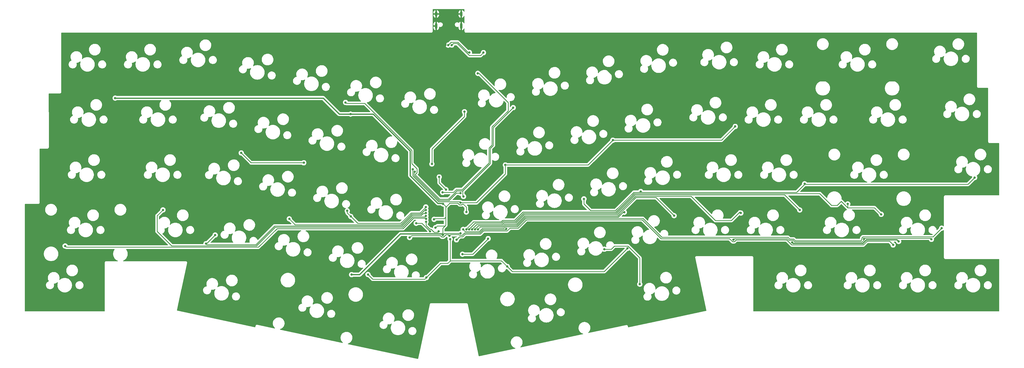
<source format=gbr>
G04 #@! TF.GenerationSoftware,KiCad,Pcbnew,(6.0.1)*
G04 #@! TF.CreationDate,2022-08-01T23:00:38+09:00*
G04 #@! TF.ProjectId,Skeleton68_underglow,536b656c-6574-46f6-9e36-385f756e6465,rev?*
G04 #@! TF.SameCoordinates,Original*
G04 #@! TF.FileFunction,Copper,L1,Top*
G04 #@! TF.FilePolarity,Positive*
%FSLAX46Y46*%
G04 Gerber Fmt 4.6, Leading zero omitted, Abs format (unit mm)*
G04 Created by KiCad (PCBNEW (6.0.1)) date 2022-08-01 23:00:38*
%MOMM*%
%LPD*%
G01*
G04 APERTURE LIST*
G04 #@! TA.AperFunction,ComponentPad*
%ADD10O,0.900000X1.700000*%
G04 #@! TD*
G04 #@! TA.AperFunction,ComponentPad*
%ADD11O,0.900000X2.000000*%
G04 #@! TD*
G04 #@! TA.AperFunction,ViaPad*
%ADD12C,0.800000*%
G04 #@! TD*
G04 #@! TA.AperFunction,Conductor*
%ADD13C,0.400000*%
G04 #@! TD*
G04 #@! TA.AperFunction,Conductor*
%ADD14C,0.250000*%
G04 #@! TD*
G04 APERTURE END LIST*
D10*
X153640000Y-1635000D03*
D11*
X153640000Y-5805000D03*
X162280000Y-5805000D03*
D10*
X162280000Y-1635000D03*
D12*
X320406400Y-23062900D03*
X168456000Y-10174700D03*
X156450000Y-12950000D03*
X258243800Y-24707500D03*
X116616900Y-94173200D03*
X156517500Y-96102300D03*
X217888600Y-24707500D03*
X186115700Y-96102300D03*
X156987000Y-62258500D03*
X154670000Y-57909400D03*
X312875000Y-80159400D03*
X164000000Y-70000000D03*
X155880000Y-77920000D03*
X162010000Y-77340000D03*
X152890000Y-72524500D03*
X124157600Y-36201000D03*
X276245700Y-80506500D03*
X43072200Y-30689500D03*
X156000000Y-67200000D03*
X124500300Y-91618400D03*
X153400000Y-75400000D03*
X122409950Y-32190050D03*
X163025849Y-64635849D03*
X180129300Y-33984800D03*
X162000000Y-66800000D03*
X214471300Y-45220300D03*
X108031200Y-53017100D03*
X145547700Y-55274300D03*
X177441700Y-53760400D03*
X256611400Y-40482800D03*
X86490000Y-49630000D03*
X280500000Y-60260920D03*
X224060000Y-62926940D03*
X144474700Y-78811900D03*
X177730000Y-75815500D03*
X158155500Y-78180000D03*
X204501300Y-65472000D03*
X339069300Y-58118000D03*
X219444700Y-82565500D03*
X300900000Y-79300900D03*
X150245900Y-92622700D03*
X158430000Y-79357600D03*
X130142600Y-91564400D03*
X324161100Y-79426400D03*
X255992900Y-79519700D03*
X178109100Y-88823900D03*
X158985500Y-12380000D03*
X169900000Y-15000000D03*
X165070000Y-14940000D03*
X157740000Y-12410000D03*
X160600000Y-79600000D03*
X310989700Y-81362600D03*
X154482000Y-76707400D03*
X150120000Y-73390000D03*
X151505900Y-76643100D03*
X146720000Y-73880000D03*
X163370000Y-35390000D03*
X152136000Y-53421000D03*
X167965000Y-22156100D03*
X155836300Y-63254600D03*
X59531600Y-69285600D03*
X150081737Y-71373664D03*
X150090133Y-70374197D03*
X74347600Y-80943900D03*
X77513000Y-77932900D03*
X103031600Y-72366300D03*
X150070267Y-69329733D03*
X150110078Y-72372765D03*
X25850600Y-81736400D03*
X162920000Y-76000000D03*
X327700000Y-75570000D03*
X150060000Y-68260000D03*
X124225100Y-71548200D03*
X123000000Y-69610000D03*
X162000000Y-63500000D03*
X146272200Y-56140000D03*
X171510000Y-79180000D03*
X162680000Y-84567000D03*
X223726200Y-94903400D03*
X211530000Y-82840000D03*
X218414800Y-70074033D03*
X168000000Y-76000000D03*
X235559400Y-71262600D03*
X167000000Y-76000000D03*
X258541200Y-70355900D03*
X166000000Y-76000000D03*
X278818400Y-69304600D03*
X165000000Y-76000000D03*
X295360800Y-67205700D03*
X306894500Y-70800000D03*
X164000000Y-76000000D03*
D13*
X158952900Y-7370000D02*
X158960000Y-7377100D01*
X153640000Y-7370000D02*
X158952900Y-7370000D01*
X153640000Y-5805000D02*
X153640000Y-7370000D01*
X157492900Y-7377100D02*
X158960000Y-7377100D01*
X156940489Y-12459511D02*
X156940489Y-7929511D01*
X156450000Y-12950000D02*
X156940489Y-12459511D01*
X156940489Y-7929511D02*
X157492900Y-7377100D01*
D14*
X146720000Y-73880000D02*
X148710000Y-73880000D01*
X148710000Y-73880000D02*
X151473100Y-76643100D01*
X151473100Y-76643100D02*
X151505900Y-76643100D01*
X154150220Y-77039180D02*
X154482000Y-76707400D01*
X152926594Y-77039180D02*
X154150220Y-77039180D01*
X151806003Y-75918589D02*
X152926594Y-77039180D01*
X151384307Y-75918589D02*
X151806003Y-75918589D01*
X150120000Y-74654282D02*
X151384307Y-75918589D01*
X150120000Y-73390000D02*
X150120000Y-74654282D01*
X126598340Y-73921440D02*
X124225100Y-71548200D01*
X141428542Y-73921440D02*
X126598340Y-73921440D01*
X145053053Y-70296929D02*
X141428542Y-73921440D01*
X150060000Y-68315386D02*
X148078457Y-70296929D01*
X150060000Y-68260000D02*
X150060000Y-68315386D01*
X148078457Y-70296929D02*
X145053053Y-70296929D01*
X57537979Y-71279221D02*
X59531600Y-69285600D01*
X91726879Y-81683120D02*
X62524240Y-81683120D01*
X62524240Y-81683120D02*
X57537979Y-76696859D01*
X57537979Y-76696859D02*
X57537979Y-71279221D01*
X98140000Y-75270000D02*
X91726879Y-81683120D01*
X145611647Y-71645489D02*
X141987135Y-75270000D01*
X149809912Y-71645489D02*
X145611647Y-71645489D01*
X141987135Y-75270000D02*
X98140000Y-75270000D01*
X150081737Y-71373664D02*
X149809912Y-71645489D01*
X26246840Y-82132640D02*
X25850600Y-81736400D01*
X92387360Y-82132640D02*
X26246840Y-82132640D01*
X98800480Y-75719520D02*
X92387360Y-82132640D01*
X145797845Y-72095009D02*
X142173332Y-75719520D01*
X150110078Y-72372765D02*
X149832322Y-72095009D01*
X149832322Y-72095009D02*
X145797845Y-72095009D01*
X142173332Y-75719520D02*
X98800480Y-75719520D01*
X74637300Y-81233600D02*
X74347600Y-80943900D01*
X97953802Y-74820480D02*
X91540682Y-81233600D01*
X149166822Y-70480000D02*
X148450853Y-71195969D01*
X141800938Y-74820480D02*
X97953802Y-74820480D01*
X148450853Y-71195969D02*
X145425450Y-71195969D01*
X149984330Y-70480000D02*
X149166822Y-70480000D01*
X145425450Y-71195969D02*
X141800938Y-74820480D01*
X150090133Y-70374197D02*
X149984330Y-70480000D01*
X91540682Y-81233600D02*
X74637300Y-81233600D01*
D13*
X201737900Y-10174700D02*
X216270700Y-24707500D01*
X162280000Y-7205300D02*
X165249400Y-10174700D01*
X162280000Y-5805000D02*
X162280000Y-7205300D01*
X320406400Y-23062900D02*
X318761800Y-24707500D01*
X165249400Y-10174700D02*
X168456000Y-10174700D01*
X156517500Y-96102300D02*
X154588400Y-94173200D01*
X216270700Y-24707500D02*
X217888600Y-24707500D01*
X168456000Y-10174700D02*
X201737900Y-10174700D01*
X154588400Y-94173200D02*
X116616900Y-94173200D01*
X186115700Y-96102300D02*
X156517500Y-96102300D01*
X258243800Y-24707500D02*
X217888600Y-24707500D01*
X318761800Y-24707500D02*
X258243800Y-24707500D01*
X162108200Y-7377100D02*
X162280000Y-7205300D01*
X158960000Y-7377100D02*
X162108200Y-7377100D01*
D14*
X154670000Y-57909400D02*
X154670000Y-59941500D01*
X154670000Y-59941500D02*
X156987000Y-62258500D01*
D13*
X301781140Y-79550440D02*
X300493500Y-80838080D01*
X124157600Y-36201000D02*
X120291000Y-36201000D01*
D14*
X162575094Y-67249520D02*
X162300103Y-67524511D01*
D13*
X131949216Y-36201000D02*
X124157600Y-36201000D01*
D14*
X164000000Y-70000000D02*
X164000000Y-68310000D01*
X156880000Y-68350000D02*
X156880000Y-70450000D01*
X153400000Y-75400000D02*
X154010000Y-74790000D01*
X156880000Y-71690000D02*
X156880000Y-71790000D01*
X156880000Y-71080000D02*
X156880000Y-71690000D01*
X154010000Y-74790000D02*
X156640000Y-74790000D01*
D13*
X156000000Y-67200000D02*
X155800009Y-67000009D01*
D14*
X161699897Y-67524511D02*
X161100395Y-66925009D01*
X156880000Y-74550000D02*
X156880000Y-71790000D01*
X162939520Y-67249520D02*
X162575094Y-67249520D01*
X156460000Y-77340000D02*
X155880000Y-77920000D01*
X156880000Y-70450000D02*
X156880000Y-71080000D01*
D13*
X276577280Y-80838080D02*
X276245700Y-80506500D01*
D14*
X156640000Y-74790000D02*
X156880000Y-74550000D01*
X156880000Y-71690000D02*
X156880000Y-71080000D01*
D13*
X144670000Y-57423217D02*
X144670000Y-48921784D01*
X300493500Y-80838080D02*
X276577280Y-80838080D01*
D14*
X153114500Y-72300000D02*
X156370000Y-72300000D01*
D13*
X155800009Y-67000009D02*
X154246792Y-67000009D01*
X127239300Y-91618400D02*
X124500300Y-91618400D01*
D14*
X155880000Y-77563700D02*
X155880000Y-75550000D01*
D13*
X312875000Y-80159400D02*
X312266040Y-79550440D01*
X312266040Y-79550440D02*
X301781140Y-79550440D01*
X114779500Y-30689500D02*
X43072200Y-30689500D01*
X144670000Y-48921784D02*
X131949216Y-36201000D01*
D14*
X155880000Y-75550000D02*
X156640000Y-74790000D01*
X156640000Y-74790000D02*
X156880000Y-74550000D01*
X156880000Y-68080000D02*
X156880000Y-70450000D01*
D13*
X141294000Y-77563700D02*
X127239300Y-91618400D01*
D14*
X158304991Y-66925009D02*
X156880000Y-68350000D01*
X152890000Y-72524500D02*
X153114500Y-72300000D01*
D13*
X154246792Y-67000009D02*
X144670000Y-57423217D01*
X155880000Y-77563700D02*
X141294000Y-77563700D01*
D14*
X161100395Y-66925009D02*
X158304991Y-66925009D01*
X156000000Y-67200000D02*
X156880000Y-68080000D01*
X162300103Y-67524511D02*
X161699897Y-67524511D01*
D13*
X120291000Y-36201000D02*
X114779500Y-30689500D01*
D14*
X155880000Y-77920000D02*
X155880000Y-77563700D01*
X162010000Y-77340000D02*
X156460000Y-77340000D01*
X164000000Y-68310000D02*
X162939520Y-67249520D01*
X156370000Y-72300000D02*
X156880000Y-71790000D01*
X129010000Y-32520000D02*
X145194520Y-48704520D01*
X160705082Y-62723000D02*
X162752800Y-62723000D01*
X122739900Y-32520000D02*
X129010000Y-32520000D01*
X146572303Y-56864511D02*
X146446740Y-56864511D01*
X173280000Y-47025718D02*
X173280000Y-40834100D01*
X172249520Y-48056198D02*
X173280000Y-47025718D01*
X145194520Y-53297263D02*
X146996711Y-55099454D01*
X122409950Y-32190050D02*
X122739900Y-32520000D01*
X154836449Y-65576449D02*
X157851633Y-65576449D01*
X145194520Y-48704520D02*
X145194520Y-53297263D01*
X162752800Y-64362800D02*
X162752800Y-62723000D01*
X162752800Y-62723000D02*
X172249520Y-53226280D01*
X163025849Y-64635849D02*
X162752800Y-64362800D01*
X157851633Y-65576449D02*
X160705082Y-62723000D01*
X146446740Y-57186740D02*
X154836449Y-65576449D01*
X172249520Y-53226280D02*
X172249520Y-48056198D01*
X146996711Y-56440103D02*
X146572303Y-56864511D01*
X146446740Y-56864511D02*
X146446740Y-57186740D01*
X146996711Y-55099454D02*
X146996711Y-56440103D01*
X173280000Y-40834100D02*
X180129300Y-33984800D01*
X177441700Y-53760400D02*
X177441700Y-56868300D01*
X251873900Y-45220300D02*
X256611400Y-40482800D01*
X154464055Y-66475489D02*
X161675489Y-66475489D01*
X89877100Y-53017100D02*
X86490000Y-49630000D01*
X161675489Y-66475489D02*
X162000000Y-66800000D01*
X167510000Y-66800000D02*
X162000000Y-66800000D01*
X145547700Y-57559134D02*
X154464055Y-66475489D01*
X177441700Y-53760400D02*
X205931200Y-53760400D01*
X145547700Y-55274300D02*
X145547700Y-57559134D01*
X108031200Y-53017100D02*
X89877100Y-53017100D01*
X205931200Y-53760400D02*
X214471300Y-45220300D01*
X214471300Y-45220300D02*
X251873900Y-45220300D01*
X177441700Y-56868300D02*
X167510000Y-66800000D01*
X224060000Y-62926940D02*
X223785020Y-63201920D01*
X206823360Y-69523360D02*
X204501300Y-67201300D01*
X169685238Y-76090480D02*
X168600798Y-77174920D01*
X280679080Y-60440000D02*
X336747300Y-60440000D01*
X177730000Y-75815500D02*
X177455020Y-76090480D01*
X221658677Y-63201920D02*
X215337236Y-69523360D01*
X156180103Y-78644511D02*
X155579897Y-78644511D01*
X145198380Y-78088220D02*
X144474700Y-78811900D01*
X163459203Y-77174920D02*
X162569612Y-78064511D01*
X161709897Y-78064511D02*
X161434906Y-77789520D01*
X168600798Y-77174920D02*
X163459203Y-77174920D01*
X224334980Y-63201920D02*
X277708080Y-63201920D01*
X155023606Y-78088220D02*
X145198380Y-78088220D01*
X162569612Y-78064511D02*
X161709897Y-78064511D01*
X224060000Y-62926940D02*
X224334980Y-63201920D01*
X204501300Y-67201300D02*
X204501300Y-65472000D01*
X161434906Y-77789520D02*
X158545980Y-77789520D01*
X177455020Y-76090480D02*
X169685238Y-76090480D01*
X157035094Y-77789520D02*
X156180103Y-78644511D01*
X277708080Y-63201920D02*
X280500000Y-60410000D01*
X158545980Y-77789520D02*
X158155500Y-78180000D01*
X155579897Y-78644511D02*
X155023606Y-78088220D01*
X158155500Y-78180000D02*
X157765020Y-77789520D01*
X336747300Y-60440000D02*
X339069300Y-58118000D01*
X280500000Y-60410000D02*
X280500000Y-60260920D01*
X157765020Y-77789520D02*
X157035094Y-77789520D01*
X215337236Y-69523360D02*
X206823360Y-69523360D01*
X280500000Y-60260920D02*
X280679080Y-60440000D01*
X223785020Y-63201920D02*
X221658677Y-63201920D01*
X277077374Y-80313560D02*
X276523814Y-79760000D01*
X301174980Y-79025920D02*
X323760620Y-79025920D01*
X157596300Y-87720000D02*
X155148600Y-87720000D01*
X276523814Y-79760000D02*
X275115718Y-79760000D01*
X150245900Y-92622700D02*
X149706800Y-93161800D01*
X275115718Y-79760000D02*
X274552438Y-79196720D01*
X131740000Y-93161800D02*
X130142600Y-91564400D01*
X158430000Y-86886300D02*
X157596300Y-87720000D01*
X179845200Y-90560000D02*
X211450200Y-90560000D01*
X158430000Y-86886300D02*
X158515365Y-86800935D01*
X256315880Y-79196720D02*
X255992900Y-79519700D01*
X155148600Y-87720000D02*
X150245900Y-92622700D01*
X300276236Y-80313560D02*
X277077374Y-80313560D01*
X158515365Y-86800935D02*
X176086135Y-86800935D01*
X178109100Y-88823900D02*
X179845200Y-90560000D01*
X274552438Y-79196720D02*
X256315880Y-79196720D01*
X300900000Y-79300900D02*
X300900000Y-79689796D01*
X300900000Y-79689796D02*
X300276236Y-80313560D01*
X211450200Y-90560000D02*
X219444700Y-82565500D01*
X300900000Y-79300900D02*
X301174980Y-79025920D01*
X158430000Y-79357600D02*
X158430000Y-86886300D01*
X149706800Y-93161800D02*
X131740000Y-93161800D01*
X176086135Y-86800935D02*
X178109100Y-88823900D01*
X323760620Y-79025920D02*
X324161100Y-79426400D01*
X168910000Y-15990000D02*
X165020000Y-15990000D01*
X160869520Y-11839520D02*
X159525980Y-11839520D01*
X159525980Y-11839520D02*
X158985500Y-12380000D01*
X169900000Y-15000000D02*
X168910000Y-15990000D01*
X165020000Y-15990000D02*
X160869520Y-11839520D01*
X157740000Y-12410000D02*
X158760000Y-11390000D01*
X164605718Y-14940000D02*
X165070000Y-14940000D01*
X161055718Y-11390000D02*
X164605718Y-14940000D01*
X158760000Y-11390000D02*
X161055718Y-11390000D01*
X275521189Y-80806603D02*
X276077186Y-81362600D01*
X184652772Y-72670000D02*
X224599482Y-72670000D01*
X309702060Y-80074960D02*
X310989700Y-81362600D01*
X301998404Y-80074960D02*
X309702060Y-80074960D01*
X162755810Y-78514031D02*
X163645401Y-77624440D01*
X256890974Y-79646240D02*
X274366240Y-79646240D01*
X300710764Y-81362600D02*
X301998404Y-80074960D01*
X228157223Y-76272879D02*
X231081064Y-79196720D01*
X228157223Y-76227741D02*
X228157223Y-76272879D01*
X163645401Y-77624440D02*
X168786996Y-77624440D01*
X255692797Y-80244211D02*
X256293003Y-80244211D01*
X275521189Y-80801189D02*
X275521189Y-80806603D01*
X178030114Y-76540000D02*
X179029605Y-75540509D01*
X274366240Y-79646240D02*
X275521189Y-80801189D01*
X276077186Y-81362600D02*
X300710764Y-81362600D01*
X160600000Y-79600000D02*
X161685969Y-78514031D01*
X224599482Y-72670000D02*
X228157223Y-76227741D01*
X168786996Y-77624440D02*
X169871436Y-76540000D01*
X254645306Y-79196720D02*
X255692797Y-80244211D01*
X231081064Y-79196720D02*
X254645306Y-79196720D01*
X169871436Y-76540000D02*
X178030114Y-76540000D01*
X256293003Y-80244211D02*
X256890974Y-79646240D01*
X161685969Y-78514031D02*
X162755810Y-78514031D01*
X181782263Y-75540509D02*
X184652772Y-72670000D01*
X179029605Y-75540509D02*
X181782263Y-75540509D01*
X163370000Y-37032100D02*
X152136000Y-48266100D01*
X163370000Y-35390000D02*
X163370000Y-37032100D01*
X152136000Y-48266100D02*
X152136000Y-53421000D01*
X168351644Y-22156100D02*
X178390000Y-32194456D01*
X178390000Y-32194456D02*
X178390000Y-35088382D01*
X172830480Y-40647902D02*
X172830480Y-46839520D01*
X160518884Y-62273480D02*
X159537764Y-63254600D01*
X159537764Y-63254600D02*
X155836300Y-63254600D01*
X171800000Y-53040082D02*
X162566602Y-62273480D01*
X172830480Y-46839520D02*
X171800000Y-47870000D01*
X178390000Y-35088382D02*
X172830480Y-40647902D01*
X171800000Y-47870000D02*
X171800000Y-53040082D01*
X162566602Y-62273480D02*
X160518884Y-62273480D01*
X167965000Y-22156100D02*
X168351644Y-22156100D01*
X74502000Y-80943900D02*
X77513000Y-77932900D01*
X74347600Y-80943900D02*
X74502000Y-80943900D01*
X149681371Y-69329733D02*
X148264655Y-70746449D01*
X105036260Y-74370960D02*
X103031600Y-72366300D01*
X145239252Y-70746449D02*
X141614740Y-74370960D01*
X150070267Y-69329733D02*
X149681371Y-69329733D01*
X141614740Y-74370960D02*
X105036260Y-74370960D01*
X148264655Y-70746449D02*
X145239252Y-70746449D01*
X276710012Y-79310480D02*
X275301916Y-79310480D01*
X176879926Y-75640960D02*
X169499040Y-75640960D01*
X168414600Y-76725400D02*
X163645400Y-76725400D01*
X177429897Y-75090989D02*
X176879926Y-75640960D01*
X274738636Y-78747200D02*
X231312400Y-78747200D01*
X299855960Y-79864040D02*
X277263572Y-79864040D01*
X163645400Y-76725400D02*
X162920000Y-76000000D01*
X231312400Y-78747200D02*
X224785680Y-72220480D01*
X181596065Y-75090989D02*
X177429897Y-75090989D01*
X184466574Y-72220480D02*
X181596065Y-75090989D01*
X169499040Y-75640960D02*
X168414600Y-76725400D01*
X324693600Y-78576400D02*
X300599886Y-78576400D01*
X327700000Y-75570000D02*
X324693600Y-78576400D01*
X224785680Y-72220480D02*
X184466574Y-72220480D01*
X300175489Y-79544511D02*
X299855960Y-79864040D01*
X275301916Y-79310480D02*
X274738636Y-78747200D01*
X300599886Y-78576400D02*
X300175489Y-79000797D01*
X277263572Y-79864040D02*
X276710012Y-79310480D01*
X300175489Y-79000797D02*
X300175489Y-79544511D01*
X123000000Y-69610000D02*
X123000000Y-70323100D01*
X123000000Y-70323100D02*
X124225100Y-71548200D01*
X158037831Y-66025969D02*
X160563800Y-63500000D01*
X160563800Y-63500000D02*
X162000000Y-63500000D01*
X145997220Y-57372938D02*
X154650252Y-66025969D01*
X145997220Y-56414980D02*
X145997220Y-57372938D01*
X146272200Y-56140000D02*
X145997220Y-56414980D01*
X154650252Y-66025969D02*
X158037831Y-66025969D01*
X171510000Y-79274800D02*
X166217800Y-84567000D01*
X166217800Y-84567000D02*
X162680000Y-84567000D01*
X171510000Y-79180000D02*
X171510000Y-79274800D01*
X214998179Y-81726300D02*
X219637500Y-81726300D01*
X223726200Y-85815000D02*
X223726200Y-94903400D01*
X211530000Y-82840000D02*
X213884479Y-82840000D01*
X219637500Y-81726300D02*
X223726200Y-85815000D01*
X213884479Y-82840000D02*
X214998179Y-81726300D01*
X184280376Y-71770960D02*
X181409867Y-74641469D01*
X217965152Y-70074033D02*
X216268225Y-71770960D01*
X216268225Y-71770960D02*
X184280376Y-71770960D01*
X218414800Y-70074033D02*
X217965152Y-70074033D01*
X176693728Y-75191440D02*
X168808560Y-75191440D01*
X168808560Y-75191440D02*
X168000000Y-76000000D01*
X181409867Y-74641469D02*
X177243699Y-74641469D01*
X177243699Y-74641469D02*
X176693728Y-75191440D01*
X167000000Y-76000000D02*
X167000000Y-75918500D01*
X222403467Y-65000000D02*
X229296800Y-65000000D01*
X181223669Y-74191949D02*
X184094179Y-71321440D01*
X176507530Y-74741920D02*
X177057502Y-74191949D01*
X168176580Y-74741920D02*
X176507530Y-74741920D01*
X216082027Y-71321440D02*
X222403467Y-65000000D01*
X177057502Y-74191949D02*
X181223669Y-74191949D01*
X167000000Y-75918500D02*
X168176580Y-74741920D01*
X184094179Y-71321440D02*
X216082027Y-71321440D01*
X229296800Y-65000000D02*
X235559400Y-71262600D01*
X215895830Y-70871920D02*
X183907981Y-70871920D01*
X249815258Y-72944521D02*
X241421217Y-64550480D01*
X166000000Y-75909300D02*
X166000000Y-76000000D01*
X222217270Y-64550480D02*
X215895830Y-70871920D01*
X181037471Y-73742429D02*
X176871305Y-73742429D01*
X167616900Y-74292400D02*
X166000000Y-75909300D01*
X258541200Y-70355900D02*
X258185300Y-70000000D01*
X255240779Y-72944521D02*
X249815258Y-72944521D01*
X183907981Y-70871920D02*
X181037471Y-73742429D01*
X176871305Y-73742429D02*
X176321333Y-74292400D01*
X258185300Y-70000000D02*
X255240779Y-72944521D01*
X176321333Y-74292400D02*
X167616900Y-74292400D01*
X241421217Y-64550480D02*
X222217270Y-64550480D01*
X167077920Y-73842880D02*
X165000000Y-75920800D01*
X165000000Y-75920800D02*
X165000000Y-76000000D01*
X222031072Y-64100960D02*
X215709632Y-70422400D01*
X215709632Y-70422400D02*
X183721783Y-70422400D01*
X183721783Y-70422400D02*
X180851273Y-73292909D01*
X180851273Y-73292909D02*
X176685108Y-73292909D01*
X273614760Y-64100960D02*
X222031072Y-64100960D01*
X176135136Y-73842880D02*
X167077920Y-73842880D01*
X176685108Y-73292909D02*
X176135136Y-73842880D01*
X278818400Y-69304600D02*
X273614760Y-64100960D01*
X164000000Y-75907700D02*
X164000000Y-76000000D01*
X293064021Y-66244621D02*
X293064021Y-66365323D01*
X175948939Y-73393360D02*
X166514340Y-73393360D01*
X306799000Y-70800000D02*
X304540400Y-68541400D01*
X180665075Y-72843389D02*
X176498911Y-72843389D01*
X293064021Y-66365323D02*
X291705923Y-67723421D01*
X295360800Y-68541400D02*
X295360800Y-67205700D01*
X304540400Y-68541400D02*
X295360800Y-68541400D01*
X183535585Y-69972880D02*
X180665075Y-72843389D01*
X215523434Y-69972880D02*
X183535585Y-69972880D01*
X295360800Y-68541400D02*
X293064021Y-66244621D01*
X221844874Y-63651440D02*
X215523434Y-69972880D01*
X166514340Y-73393360D02*
X164000000Y-75907700D01*
X176498911Y-72843389D02*
X175948939Y-73393360D01*
X306894500Y-70800000D02*
X306799000Y-70800000D01*
X289785277Y-67723421D02*
X285713296Y-63651440D01*
X285713296Y-63651440D02*
X221844874Y-63651440D01*
X291705923Y-67723421D02*
X289785277Y-67723421D01*
G04 #@! TA.AperFunction,Conductor*
G36*
X146637005Y-72748511D02*
G01*
X146683498Y-72802167D01*
X146693602Y-72872441D01*
X146664108Y-72937021D01*
X146604382Y-72975405D01*
X146595081Y-72977756D01*
X146437712Y-73011206D01*
X146431682Y-73013891D01*
X146431681Y-73013891D01*
X146269278Y-73086197D01*
X146269276Y-73086198D01*
X146263248Y-73088882D01*
X146108747Y-73201134D01*
X146104326Y-73206044D01*
X146104325Y-73206045D01*
X146009189Y-73311705D01*
X145980960Y-73343056D01*
X145930279Y-73430838D01*
X145891919Y-73497280D01*
X145885473Y-73508444D01*
X145826458Y-73690072D01*
X145825768Y-73696633D01*
X145825768Y-73696635D01*
X145815880Y-73790716D01*
X145806496Y-73880000D01*
X145807186Y-73886565D01*
X145822703Y-74034197D01*
X145826458Y-74069928D01*
X145885473Y-74251556D01*
X145888776Y-74257278D01*
X145888777Y-74257279D01*
X145908283Y-74291064D01*
X145980960Y-74416944D01*
X145985378Y-74421851D01*
X145985379Y-74421852D01*
X146094118Y-74542619D01*
X146108747Y-74558866D01*
X146263248Y-74671118D01*
X146269276Y-74673802D01*
X146269278Y-74673803D01*
X146431681Y-74746109D01*
X146437712Y-74748794D01*
X146527598Y-74767900D01*
X146618056Y-74787128D01*
X146618061Y-74787128D01*
X146624513Y-74788500D01*
X146815487Y-74788500D01*
X146821939Y-74787128D01*
X146821944Y-74787128D01*
X146912402Y-74767900D01*
X147002288Y-74748794D01*
X147008319Y-74746109D01*
X147170722Y-74673803D01*
X147170724Y-74673802D01*
X147176752Y-74671118D01*
X147240421Y-74624860D01*
X147315850Y-74570057D01*
X147331253Y-74558866D01*
X147335668Y-74553963D01*
X147340580Y-74549540D01*
X147341705Y-74550789D01*
X147395014Y-74517949D01*
X147428200Y-74513500D01*
X148395406Y-74513500D01*
X148463527Y-74533502D01*
X148484501Y-74550405D01*
X150562630Y-76628534D01*
X150596656Y-76690846D01*
X150598845Y-76704460D01*
X150600061Y-76716031D01*
X150587288Y-76785869D01*
X150538785Y-76837715D01*
X150474751Y-76855200D01*
X141322912Y-76855200D01*
X141314342Y-76854908D01*
X141264224Y-76851491D01*
X141264220Y-76851491D01*
X141256648Y-76850975D01*
X141249171Y-76852280D01*
X141249170Y-76852280D01*
X141234113Y-76854908D01*
X141193703Y-76861961D01*
X141187186Y-76862922D01*
X141123758Y-76870598D01*
X141116650Y-76873284D01*
X141114056Y-76873921D01*
X141097750Y-76878382D01*
X141095199Y-76879152D01*
X141087716Y-76880458D01*
X141080764Y-76883510D01*
X141080763Y-76883510D01*
X141029212Y-76906139D01*
X141023105Y-76908631D01*
X140971103Y-76928281D01*
X140963344Y-76931213D01*
X140957083Y-76935516D01*
X140954717Y-76936753D01*
X140939937Y-76944980D01*
X140937652Y-76946331D01*
X140930695Y-76949385D01*
X140924675Y-76954005D01*
X140924669Y-76954008D01*
X140902002Y-76971402D01*
X140879998Y-76988287D01*
X140874668Y-76992159D01*
X140828280Y-77024039D01*
X140828275Y-77024044D01*
X140822019Y-77028343D01*
X140816968Y-77034013D01*
X140816966Y-77034014D01*
X140780565Y-77074870D01*
X140775584Y-77080146D01*
X129526479Y-88329251D01*
X129464167Y-88363277D01*
X129393352Y-88358212D01*
X129336516Y-88315665D01*
X129311705Y-88249145D01*
X129317051Y-88202793D01*
X129321318Y-88189050D01*
X129321319Y-88189047D01*
X129322901Y-88183951D01*
X129333193Y-88106300D01*
X129353051Y-87956481D01*
X129353051Y-87956478D01*
X129353751Y-87951198D01*
X129352459Y-87916772D01*
X129349016Y-87825095D01*
X129344942Y-87716575D01*
X129320606Y-87600592D01*
X129297825Y-87492017D01*
X129297824Y-87492014D01*
X129296728Y-87486790D01*
X129210488Y-87268414D01*
X129164696Y-87192952D01*
X129091454Y-87072252D01*
X129091452Y-87072249D01*
X129088686Y-87067691D01*
X128934805Y-86890359D01*
X128887828Y-86851840D01*
X128757374Y-86744874D01*
X128757368Y-86744870D01*
X128753246Y-86741490D01*
X128748610Y-86738851D01*
X128748607Y-86738849D01*
X128553843Y-86627983D01*
X128549200Y-86625340D01*
X128328501Y-86545230D01*
X128323252Y-86544281D01*
X128323249Y-86544280D01*
X128218430Y-86525326D01*
X128097460Y-86503451D01*
X128093321Y-86503256D01*
X128093314Y-86503255D01*
X128074350Y-86502361D01*
X128074341Y-86502361D01*
X128072861Y-86502291D01*
X127907840Y-86502291D01*
X127826491Y-86509194D01*
X127738153Y-86516689D01*
X127738149Y-86516690D01*
X127732842Y-86517140D01*
X127727687Y-86518478D01*
X127727681Y-86518479D01*
X127568232Y-86559864D01*
X127505584Y-86576124D01*
X127500718Y-86578316D01*
X127500715Y-86578317D01*
X127296373Y-86670367D01*
X127296370Y-86670368D01*
X127291512Y-86672557D01*
X127096749Y-86803679D01*
X127092892Y-86807358D01*
X127092890Y-86807360D01*
X127039281Y-86858501D01*
X126926863Y-86965742D01*
X126923681Y-86970019D01*
X126923680Y-86970020D01*
X126905810Y-86994038D01*
X126786712Y-87154112D01*
X126784296Y-87158863D01*
X126784294Y-87158867D01*
X126702318Y-87320103D01*
X126680303Y-87363403D01*
X126662195Y-87421720D01*
X126613556Y-87578367D01*
X126610679Y-87587631D01*
X126609978Y-87592920D01*
X126585918Y-87774447D01*
X126579829Y-87820384D01*
X126588638Y-88055007D01*
X126604147Y-88128922D01*
X126635753Y-88279552D01*
X126636852Y-88284792D01*
X126723092Y-88503168D01*
X126725861Y-88507731D01*
X126831215Y-88681348D01*
X126844894Y-88703891D01*
X126998775Y-88881223D01*
X127002907Y-88884611D01*
X127176206Y-89026708D01*
X127176212Y-89026712D01*
X127180334Y-89030092D01*
X127184970Y-89032731D01*
X127184973Y-89032733D01*
X127301432Y-89099025D01*
X127384380Y-89146242D01*
X127605079Y-89226352D01*
X127610328Y-89227301D01*
X127610331Y-89227302D01*
X127691405Y-89241962D01*
X127836120Y-89268131D01*
X127840259Y-89268326D01*
X127840266Y-89268327D01*
X127859230Y-89269221D01*
X127859239Y-89269221D01*
X127860719Y-89269291D01*
X128025740Y-89269291D01*
X128107089Y-89262388D01*
X128195427Y-89254893D01*
X128195431Y-89254892D01*
X128200738Y-89254442D01*
X128205893Y-89253104D01*
X128205899Y-89253103D01*
X128293582Y-89230345D01*
X128364543Y-89232592D01*
X128423025Y-89272847D01*
X128450459Y-89338329D01*
X128438135Y-89408248D01*
X128414331Y-89441399D01*
X126982735Y-90872995D01*
X126920423Y-90907021D01*
X126893640Y-90909900D01*
X125111705Y-90909900D01*
X125043584Y-90889898D01*
X125037644Y-90885836D01*
X124962394Y-90831163D01*
X124962393Y-90831162D01*
X124957052Y-90827282D01*
X124951024Y-90824598D01*
X124951022Y-90824597D01*
X124788619Y-90752291D01*
X124788618Y-90752291D01*
X124782588Y-90749606D01*
X124688190Y-90729541D01*
X124602244Y-90711272D01*
X124602239Y-90711272D01*
X124595787Y-90709900D01*
X124404813Y-90709900D01*
X124398361Y-90711272D01*
X124398356Y-90711272D01*
X124312410Y-90729541D01*
X124218012Y-90749606D01*
X124211982Y-90752291D01*
X124211981Y-90752291D01*
X124049578Y-90824597D01*
X124049576Y-90824598D01*
X124043548Y-90827282D01*
X123889047Y-90939534D01*
X123884626Y-90944444D01*
X123884625Y-90944445D01*
X123772854Y-91068580D01*
X123761260Y-91081456D01*
X123732853Y-91130659D01*
X123673141Y-91234083D01*
X123665773Y-91246844D01*
X123606758Y-91428472D01*
X123606068Y-91435033D01*
X123606068Y-91435035D01*
X123592798Y-91561292D01*
X123586796Y-91618400D01*
X123587486Y-91624965D01*
X123605468Y-91796051D01*
X123606758Y-91808328D01*
X123665773Y-91989956D01*
X123669076Y-91995678D01*
X123669077Y-91995679D01*
X123677834Y-92010846D01*
X123761260Y-92155344D01*
X123765678Y-92160251D01*
X123765679Y-92160252D01*
X123868667Y-92274632D01*
X123889047Y-92297266D01*
X123962956Y-92350964D01*
X124031523Y-92400781D01*
X124043548Y-92409518D01*
X124049576Y-92412202D01*
X124049578Y-92412203D01*
X124182825Y-92471528D01*
X124218012Y-92487194D01*
X124311413Y-92507047D01*
X124398356Y-92525528D01*
X124398361Y-92525528D01*
X124404813Y-92526900D01*
X124595787Y-92526900D01*
X124602239Y-92525528D01*
X124602244Y-92525528D01*
X124689187Y-92507047D01*
X124782588Y-92487194D01*
X124817775Y-92471528D01*
X124951022Y-92412203D01*
X124951024Y-92412202D01*
X124957052Y-92409518D01*
X124969078Y-92400781D01*
X125037644Y-92350964D01*
X125104511Y-92327106D01*
X125111705Y-92326900D01*
X127210388Y-92326900D01*
X127218958Y-92327192D01*
X127269076Y-92330609D01*
X127269080Y-92330609D01*
X127276652Y-92331125D01*
X127284129Y-92329820D01*
X127284130Y-92329820D01*
X127310608Y-92325199D01*
X127339603Y-92320138D01*
X127346121Y-92319177D01*
X127409542Y-92311502D01*
X127416643Y-92308819D01*
X127419252Y-92308178D01*
X127435562Y-92303715D01*
X127438098Y-92302950D01*
X127445584Y-92301643D01*
X127504100Y-92275956D01*
X127510204Y-92273465D01*
X127562848Y-92253573D01*
X127562849Y-92253572D01*
X127569956Y-92250887D01*
X127576219Y-92246583D01*
X127578585Y-92245346D01*
X127593397Y-92237101D01*
X127595651Y-92235768D01*
X127602605Y-92232715D01*
X127653302Y-92193813D01*
X127658632Y-92189941D01*
X127705020Y-92158061D01*
X127705025Y-92158056D01*
X127711281Y-92153757D01*
X127724067Y-92139407D01*
X127752735Y-92107230D01*
X127757716Y-92101954D01*
X141550566Y-78309105D01*
X141612878Y-78275079D01*
X141639661Y-78272200D01*
X143521768Y-78272200D01*
X143589889Y-78292202D01*
X143636382Y-78345858D01*
X143646486Y-78416132D01*
X143639560Y-78440145D01*
X143640173Y-78440344D01*
X143581158Y-78621972D01*
X143580468Y-78628533D01*
X143580468Y-78628535D01*
X143565257Y-78773257D01*
X143561196Y-78811900D01*
X143561886Y-78818465D01*
X143580160Y-78992329D01*
X143581158Y-79001828D01*
X143640173Y-79183456D01*
X143643476Y-79189178D01*
X143643477Y-79189179D01*
X143670096Y-79235284D01*
X143735660Y-79348844D01*
X143740078Y-79353751D01*
X143740079Y-79353752D01*
X143805492Y-79426400D01*
X143863447Y-79490766D01*
X143941573Y-79547528D01*
X144010692Y-79597746D01*
X144017948Y-79603018D01*
X144023976Y-79605702D01*
X144023978Y-79605703D01*
X144186381Y-79678009D01*
X144192412Y-79680694D01*
X144285812Y-79700547D01*
X144372756Y-79719028D01*
X144372761Y-79719028D01*
X144379213Y-79720400D01*
X144570187Y-79720400D01*
X144576639Y-79719028D01*
X144576644Y-79719028D01*
X144663588Y-79700547D01*
X144756988Y-79680694D01*
X144763019Y-79678009D01*
X144925422Y-79605703D01*
X144925424Y-79605702D01*
X144931452Y-79603018D01*
X144938709Y-79597746D01*
X145007827Y-79547528D01*
X145085953Y-79490766D01*
X145143908Y-79426400D01*
X145209321Y-79353752D01*
X145209322Y-79353751D01*
X145213740Y-79348844D01*
X145279304Y-79235284D01*
X145305923Y-79189179D01*
X145305924Y-79189178D01*
X145309227Y-79183456D01*
X145368242Y-79001828D01*
X145369241Y-78992329D01*
X145383622Y-78855496D01*
X145385607Y-78836608D01*
X145412620Y-78770951D01*
X145421843Y-78760661D01*
X145423902Y-78758603D01*
X145486223Y-78724593D01*
X145512976Y-78721720D01*
X154709012Y-78721720D01*
X154777133Y-78741722D01*
X154798107Y-78758625D01*
X155076240Y-79036758D01*
X155083784Y-79045048D01*
X155087897Y-79051529D01*
X155093674Y-79056954D01*
X155137564Y-79098169D01*
X155140406Y-79100924D01*
X155160127Y-79120645D01*
X155163322Y-79123123D01*
X155172344Y-79130829D01*
X155204576Y-79161097D01*
X155211525Y-79164917D01*
X155222329Y-79170857D01*
X155238853Y-79181710D01*
X155254856Y-79194124D01*
X155295440Y-79211687D01*
X155306070Y-79216894D01*
X155344837Y-79238206D01*
X155352514Y-79240177D01*
X155352519Y-79240179D01*
X155364455Y-79243243D01*
X155383163Y-79249648D01*
X155401752Y-79257692D01*
X155409580Y-79258932D01*
X155409587Y-79258934D01*
X155445421Y-79264610D01*
X155457041Y-79267016D01*
X155488856Y-79275184D01*
X155499867Y-79278011D01*
X155520121Y-79278011D01*
X155539831Y-79279562D01*
X155559840Y-79282731D01*
X155567732Y-79281985D01*
X155586477Y-79280213D01*
X155603859Y-79278570D01*
X155615716Y-79278011D01*
X156101336Y-79278011D01*
X156112519Y-79278538D01*
X156120012Y-79280213D01*
X156127938Y-79279964D01*
X156127939Y-79279964D01*
X156188089Y-79278073D01*
X156192048Y-79278011D01*
X156219959Y-79278011D01*
X156223894Y-79277514D01*
X156223959Y-79277506D01*
X156235796Y-79276573D01*
X156268054Y-79275559D01*
X156272073Y-79275433D01*
X156279992Y-79275184D01*
X156299446Y-79269532D01*
X156318803Y-79265524D01*
X156331033Y-79263979D01*
X156331034Y-79263979D01*
X156338900Y-79262985D01*
X156346271Y-79260066D01*
X156346273Y-79260066D01*
X156380015Y-79246707D01*
X156391245Y-79242862D01*
X156426086Y-79232740D01*
X156426087Y-79232740D01*
X156433696Y-79230529D01*
X156440515Y-79226496D01*
X156440520Y-79226494D01*
X156451131Y-79220218D01*
X156468879Y-79211523D01*
X156487720Y-79204063D01*
X156502232Y-79193520D01*
X156523490Y-79178075D01*
X156533410Y-79171559D01*
X156564638Y-79153091D01*
X156564641Y-79153089D01*
X156571465Y-79149053D01*
X156585786Y-79134732D01*
X156600820Y-79121891D01*
X156602945Y-79120347D01*
X156617210Y-79109983D01*
X156622261Y-79103878D01*
X156622266Y-79103873D01*
X156645402Y-79075907D01*
X156653390Y-79067129D01*
X157149222Y-78571297D01*
X157211534Y-78537271D01*
X157282349Y-78542336D01*
X157339185Y-78584883D01*
X157347436Y-78597392D01*
X157413158Y-78711226D01*
X157413161Y-78711231D01*
X157416460Y-78716944D01*
X157420878Y-78721851D01*
X157420879Y-78721852D01*
X157529255Y-78842216D01*
X157544247Y-78858866D01*
X157549591Y-78862749D01*
X157554498Y-78867167D01*
X157552608Y-78869265D01*
X157588389Y-78915614D01*
X157594503Y-78986347D01*
X157590834Y-79000321D01*
X157536458Y-79167672D01*
X157535768Y-79174233D01*
X157535768Y-79174235D01*
X157524802Y-79278570D01*
X157516496Y-79357600D01*
X157517186Y-79364165D01*
X157525903Y-79447098D01*
X157536458Y-79547528D01*
X157595473Y-79729156D01*
X157598776Y-79734878D01*
X157598777Y-79734879D01*
X157609463Y-79753388D01*
X157690960Y-79894544D01*
X157764137Y-79975815D01*
X157794853Y-80039821D01*
X157796500Y-80060124D01*
X157796500Y-86571705D01*
X157776498Y-86639826D01*
X157759595Y-86660801D01*
X157370799Y-87049596D01*
X157308487Y-87083621D01*
X157281704Y-87086500D01*
X155227367Y-87086500D01*
X155216184Y-87085973D01*
X155208691Y-87084298D01*
X155200765Y-87084547D01*
X155200764Y-87084547D01*
X155140601Y-87086438D01*
X155136643Y-87086500D01*
X155108744Y-87086500D01*
X155104754Y-87087004D01*
X155092920Y-87087936D01*
X155048711Y-87089326D01*
X155041097Y-87091538D01*
X155041092Y-87091539D01*
X155029259Y-87094977D01*
X155009896Y-87098988D01*
X154989803Y-87101526D01*
X154982436Y-87104443D01*
X154982431Y-87104444D01*
X154948692Y-87117802D01*
X154937465Y-87121646D01*
X154895007Y-87133982D01*
X154888181Y-87138019D01*
X154877572Y-87144293D01*
X154859824Y-87152988D01*
X154840983Y-87160448D01*
X154834567Y-87165110D01*
X154834566Y-87165110D01*
X154805213Y-87186436D01*
X154795293Y-87192952D01*
X154764065Y-87211420D01*
X154764062Y-87211422D01*
X154757238Y-87215458D01*
X154742917Y-87229779D01*
X154727884Y-87242619D01*
X154711493Y-87254528D01*
X154698006Y-87270831D01*
X154683302Y-87288605D01*
X154675312Y-87297384D01*
X150295400Y-91677295D01*
X150233088Y-91711321D01*
X150206305Y-91714200D01*
X150150413Y-91714200D01*
X150143961Y-91715572D01*
X150143956Y-91715572D01*
X150057012Y-91734053D01*
X149963612Y-91753906D01*
X149957582Y-91756591D01*
X149957581Y-91756591D01*
X149795178Y-91828897D01*
X149795176Y-91828898D01*
X149789148Y-91831582D01*
X149783807Y-91835462D01*
X149783806Y-91835463D01*
X149753902Y-91857190D01*
X149634647Y-91943834D01*
X149630226Y-91948744D01*
X149630225Y-91948745D01*
X149532901Y-92056835D01*
X149506860Y-92085756D01*
X149454216Y-92176938D01*
X149424682Y-92228093D01*
X149411373Y-92251144D01*
X149352358Y-92432772D01*
X149351768Y-92432580D01*
X149320245Y-92490970D01*
X149258096Y-92525291D01*
X149230726Y-92528300D01*
X148008534Y-92528300D01*
X147940413Y-92508298D01*
X147893920Y-92454642D01*
X147883816Y-92384368D01*
X147888201Y-92364936D01*
X147890943Y-92356107D01*
X147956601Y-92144651D01*
X147967795Y-92060195D01*
X147986751Y-91917181D01*
X147986751Y-91917178D01*
X147987451Y-91911898D01*
X147987203Y-91905279D01*
X147982740Y-91786414D01*
X147978642Y-91677275D01*
X147953581Y-91557835D01*
X147931525Y-91452717D01*
X147931524Y-91452714D01*
X147930428Y-91447490D01*
X147844188Y-91229114D01*
X147793764Y-91146018D01*
X147725154Y-91032952D01*
X147725152Y-91032949D01*
X147722386Y-91028391D01*
X147568505Y-90851059D01*
X147528209Y-90818018D01*
X147391074Y-90705574D01*
X147391068Y-90705570D01*
X147386946Y-90702190D01*
X147382310Y-90699551D01*
X147382307Y-90699549D01*
X147187543Y-90588683D01*
X147182900Y-90586040D01*
X146962201Y-90505930D01*
X146956952Y-90504981D01*
X146956949Y-90504980D01*
X146852130Y-90486026D01*
X146731160Y-90464151D01*
X146727021Y-90463956D01*
X146727014Y-90463955D01*
X146708050Y-90463061D01*
X146708041Y-90463061D01*
X146706561Y-90462991D01*
X146541540Y-90462991D01*
X146460191Y-90469894D01*
X146371853Y-90477389D01*
X146371849Y-90477390D01*
X146366542Y-90477840D01*
X146361387Y-90479178D01*
X146361381Y-90479179D01*
X146183667Y-90525305D01*
X146139284Y-90536824D01*
X146134418Y-90539016D01*
X146134415Y-90539017D01*
X145930073Y-90631067D01*
X145930070Y-90631068D01*
X145925212Y-90633257D01*
X145920788Y-90636236D01*
X145920787Y-90636236D01*
X145898609Y-90651167D01*
X145730449Y-90764379D01*
X145726592Y-90768058D01*
X145726590Y-90768060D01*
X145669846Y-90822191D01*
X145560563Y-90926442D01*
X145420412Y-91114812D01*
X145417996Y-91119563D01*
X145417994Y-91119567D01*
X145321566Y-91309227D01*
X145314003Y-91324103D01*
X145244379Y-91548331D01*
X145243678Y-91553620D01*
X145223044Y-91709300D01*
X145213529Y-91781084D01*
X145222338Y-92015707D01*
X145223433Y-92020925D01*
X145259289Y-92191811D01*
X145270552Y-92245492D01*
X145312470Y-92351637D01*
X145314201Y-92356019D01*
X145320619Y-92426725D01*
X145287791Y-92489676D01*
X145226141Y-92524886D01*
X145197009Y-92528300D01*
X143709195Y-92528300D01*
X143641074Y-92508298D01*
X143594581Y-92454642D01*
X143584477Y-92384368D01*
X143607259Y-92328239D01*
X143613144Y-92320139D01*
X143748524Y-92133804D01*
X143763633Y-92106322D01*
X143898313Y-91861339D01*
X143898314Y-91861336D01*
X143900216Y-91857877D01*
X143996134Y-91615616D01*
X144014677Y-91568783D01*
X144014677Y-91568782D01*
X144016130Y-91565113D01*
X144094436Y-91260130D01*
X144133900Y-90947738D01*
X144133900Y-90632862D01*
X144094436Y-90320470D01*
X144016130Y-90015487D01*
X143900216Y-89722723D01*
X143884462Y-89694066D01*
X143750433Y-89450268D01*
X143750431Y-89450265D01*
X143748524Y-89446796D01*
X143589053Y-89227302D01*
X143565773Y-89195260D01*
X143565772Y-89195258D01*
X143563445Y-89192056D01*
X143347898Y-88962522D01*
X143105282Y-88761813D01*
X142839424Y-88593094D01*
X142835845Y-88591410D01*
X142835838Y-88591406D01*
X142558106Y-88460716D01*
X142558102Y-88460714D01*
X142554516Y-88459027D01*
X142519151Y-88447536D01*
X142356218Y-88394596D01*
X142255052Y-88361725D01*
X141945754Y-88302723D01*
X141852200Y-88296837D01*
X141712142Y-88288025D01*
X141712126Y-88288024D01*
X141710147Y-88287900D01*
X141552853Y-88287900D01*
X141550874Y-88288024D01*
X141550858Y-88288025D01*
X141410800Y-88296837D01*
X141317246Y-88302723D01*
X141007948Y-88361725D01*
X140906782Y-88394596D01*
X140743850Y-88447536D01*
X140708484Y-88459027D01*
X140704898Y-88460714D01*
X140704894Y-88460716D01*
X140427162Y-88591406D01*
X140427155Y-88591410D01*
X140423576Y-88593094D01*
X140396414Y-88610331D01*
X140391552Y-88613417D01*
X140323318Y-88633029D01*
X140255313Y-88612637D01*
X140209128Y-88558717D01*
X140199426Y-88488386D01*
X140214918Y-88444035D01*
X140242489Y-88396281D01*
X140347715Y-88135838D01*
X140349439Y-88128922D01*
X140414606Y-87867555D01*
X140414607Y-87867550D01*
X140415670Y-87863286D01*
X140420735Y-87815101D01*
X140444572Y-87588298D01*
X140444572Y-87588295D01*
X140445031Y-87583929D01*
X140444779Y-87576704D01*
X140435382Y-87307601D01*
X140435381Y-87307595D01*
X140435228Y-87303204D01*
X140433487Y-87293326D01*
X140393701Y-87067691D01*
X140386451Y-87026575D01*
X140299650Y-86759427D01*
X140290902Y-86741490D01*
X140219718Y-86595543D01*
X140176513Y-86506960D01*
X140174058Y-86503321D01*
X140174055Y-86503315D01*
X140077218Y-86359749D01*
X140022846Y-86279139D01*
X143160008Y-86279139D01*
X143160161Y-86283527D01*
X143160161Y-86283533D01*
X143169364Y-86547051D01*
X143169811Y-86559864D01*
X143170573Y-86564187D01*
X143170574Y-86564194D01*
X143194016Y-86697137D01*
X143218588Y-86836493D01*
X143305389Y-87103641D01*
X143307317Y-87107594D01*
X143307319Y-87107599D01*
X143348949Y-87192952D01*
X143428526Y-87356108D01*
X143430981Y-87359747D01*
X143430984Y-87359753D01*
X143500112Y-87462239D01*
X143585601Y-87588982D01*
X143588546Y-87592253D01*
X143588547Y-87592254D01*
X143626494Y-87634398D01*
X143773557Y-87797728D01*
X143988736Y-87978285D01*
X144226950Y-88127137D01*
X144394836Y-88201885D01*
X144471673Y-88236095D01*
X144483561Y-88241388D01*
X144526024Y-88253564D01*
X144742598Y-88315665D01*
X144753576Y-88318813D01*
X144757926Y-88319424D01*
X144757929Y-88319425D01*
X144827156Y-88329154D01*
X145031738Y-88357906D01*
X145242332Y-88357906D01*
X145244518Y-88357753D01*
X145244522Y-88357753D01*
X145448013Y-88343524D01*
X145448018Y-88343523D01*
X145452398Y-88343217D01*
X145727156Y-88284815D01*
X145731285Y-88283312D01*
X145731289Y-88283311D01*
X145986967Y-88190252D01*
X145986971Y-88190250D01*
X145991112Y-88188743D01*
X146239128Y-88056870D01*
X146266941Y-88036663D01*
X146462815Y-87894353D01*
X146462818Y-87894350D01*
X146466378Y-87891764D01*
X146480119Y-87878495D01*
X146591638Y-87770802D01*
X146668438Y-87696637D01*
X146823394Y-87498301D01*
X146838667Y-87478753D01*
X146838668Y-87478752D01*
X146841374Y-87475288D01*
X146843570Y-87471484D01*
X146843575Y-87471477D01*
X146975705Y-87242620D01*
X146981822Y-87232025D01*
X147087048Y-86971582D01*
X147090615Y-86957275D01*
X147153939Y-86703299D01*
X147153940Y-86703294D01*
X147155003Y-86699030D01*
X147156039Y-86689180D01*
X147183905Y-86424042D01*
X147183905Y-86424039D01*
X147184364Y-86419673D01*
X147184211Y-86415279D01*
X147174715Y-86143345D01*
X147174714Y-86143339D01*
X147174561Y-86138948D01*
X147173334Y-86131986D01*
X147140864Y-85947843D01*
X147125784Y-85862319D01*
X147038983Y-85595171D01*
X147030922Y-85578642D01*
X146969880Y-85453490D01*
X146915846Y-85342704D01*
X146913391Y-85339065D01*
X146913388Y-85339059D01*
X146834151Y-85221586D01*
X146758771Y-85109830D01*
X146719314Y-85066008D01*
X146614681Y-84949802D01*
X146570815Y-84901084D01*
X146355636Y-84720527D01*
X146117422Y-84571675D01*
X145923082Y-84485149D01*
X145864825Y-84459211D01*
X145864823Y-84459210D01*
X145860811Y-84457424D01*
X145625357Y-84389909D01*
X145595023Y-84381211D01*
X145595022Y-84381211D01*
X145590796Y-84379999D01*
X145586446Y-84379388D01*
X145586443Y-84379387D01*
X145483496Y-84364919D01*
X145312634Y-84340906D01*
X145102040Y-84340906D01*
X145099854Y-84341059D01*
X145099850Y-84341059D01*
X144896359Y-84355288D01*
X144896354Y-84355289D01*
X144891974Y-84355595D01*
X144617216Y-84413997D01*
X144613087Y-84415500D01*
X144613083Y-84415501D01*
X144357405Y-84508560D01*
X144357401Y-84508562D01*
X144353260Y-84510069D01*
X144105244Y-84641942D01*
X144101685Y-84644528D01*
X144101683Y-84644529D01*
X143886163Y-84801113D01*
X143877994Y-84807048D01*
X143874830Y-84810104D01*
X143874827Y-84810106D01*
X143816845Y-84866099D01*
X143675934Y-85002175D01*
X143545365Y-85169296D01*
X143506104Y-85219549D01*
X143502998Y-85223524D01*
X143500802Y-85227328D01*
X143500797Y-85227335D01*
X143399780Y-85402303D01*
X143362550Y-85466787D01*
X143257324Y-85727230D01*
X143256259Y-85731503D01*
X143256258Y-85731505D01*
X143195822Y-85973902D01*
X143189369Y-85999782D01*
X143188910Y-86004150D01*
X143188909Y-86004155D01*
X143160467Y-86274770D01*
X143160008Y-86279139D01*
X140022846Y-86279139D01*
X140019438Y-86274086D01*
X140015592Y-86269814D01*
X139891490Y-86131986D01*
X139831482Y-86065340D01*
X139823418Y-86058573D01*
X139708094Y-85961805D01*
X139616303Y-85884783D01*
X139378089Y-85735931D01*
X139121478Y-85621680D01*
X138887481Y-85554583D01*
X138855690Y-85545467D01*
X138855689Y-85545467D01*
X138851463Y-85544255D01*
X138847113Y-85543644D01*
X138847110Y-85543643D01*
X138705270Y-85523709D01*
X138573301Y-85505162D01*
X138362707Y-85505162D01*
X138360521Y-85505315D01*
X138360517Y-85505315D01*
X138157026Y-85519544D01*
X138157021Y-85519545D01*
X138152641Y-85519851D01*
X137877883Y-85578253D01*
X137873754Y-85579756D01*
X137873750Y-85579757D01*
X137618072Y-85672816D01*
X137618068Y-85672818D01*
X137613927Y-85674325D01*
X137365911Y-85806198D01*
X137362352Y-85808784D01*
X137362350Y-85808785D01*
X137161738Y-85954538D01*
X137138661Y-85971304D01*
X137135497Y-85974360D01*
X137135494Y-85974362D01*
X137113592Y-85995513D01*
X136936601Y-86166431D01*
X136810317Y-86328068D01*
X136785900Y-86359321D01*
X136763665Y-86387780D01*
X136761469Y-86391584D01*
X136761464Y-86391591D01*
X136653658Y-86578317D01*
X136623217Y-86631043D01*
X136517991Y-86891486D01*
X136516926Y-86895759D01*
X136516925Y-86895761D01*
X136451850Y-87156763D01*
X136450036Y-87164038D01*
X136449577Y-87168406D01*
X136449576Y-87168411D01*
X136422046Y-87430348D01*
X136420675Y-87443395D01*
X136420828Y-87447783D01*
X136420828Y-87447789D01*
X136430215Y-87716575D01*
X136430478Y-87724120D01*
X136431240Y-87728443D01*
X136431241Y-87728450D01*
X136462223Y-87904156D01*
X136479255Y-88000749D01*
X136519565Y-88124810D01*
X136544135Y-88200431D01*
X136546162Y-88271399D01*
X136509500Y-88332197D01*
X136445787Y-88363522D01*
X136434962Y-88364915D01*
X136428562Y-88365458D01*
X136423407Y-88366796D01*
X136423401Y-88366797D01*
X136263963Y-88408179D01*
X136201304Y-88424442D01*
X136196438Y-88426634D01*
X136196435Y-88426635D01*
X135992093Y-88518685D01*
X135992090Y-88518686D01*
X135987232Y-88520875D01*
X135792469Y-88651997D01*
X135788612Y-88655676D01*
X135788610Y-88655678D01*
X135729890Y-88711694D01*
X135622583Y-88814060D01*
X135482432Y-89002430D01*
X135480016Y-89007181D01*
X135480014Y-89007185D01*
X135378441Y-89206965D01*
X135376023Y-89211721D01*
X135306399Y-89435949D01*
X135275549Y-89668702D01*
X135275749Y-89674031D01*
X135275749Y-89674032D01*
X135276245Y-89687236D01*
X135284358Y-89903325D01*
X135285453Y-89908543D01*
X135310304Y-90026980D01*
X135332572Y-90133110D01*
X135418812Y-90351486D01*
X135421581Y-90356049D01*
X135530464Y-90535482D01*
X135540614Y-90552209D01*
X135694495Y-90729541D01*
X135698627Y-90732929D01*
X135871926Y-90875026D01*
X135871932Y-90875030D01*
X135876054Y-90878410D01*
X135880690Y-90881049D01*
X135880693Y-90881051D01*
X136000999Y-90949533D01*
X136080100Y-90994560D01*
X136300799Y-91074670D01*
X136306048Y-91075619D01*
X136306051Y-91075620D01*
X136365368Y-91086346D01*
X136531840Y-91116449D01*
X136535979Y-91116644D01*
X136535986Y-91116645D01*
X136554950Y-91117539D01*
X136554959Y-91117539D01*
X136556439Y-91117609D01*
X136721460Y-91117609D01*
X136804887Y-91110530D01*
X136891147Y-91103211D01*
X136891151Y-91103210D01*
X136896458Y-91102760D01*
X136901613Y-91101422D01*
X136901619Y-91101421D01*
X137098884Y-91050221D01*
X137123716Y-91043776D01*
X137128582Y-91041584D01*
X137128585Y-91041583D01*
X137332927Y-90949533D01*
X137332930Y-90949532D01*
X137337788Y-90947343D01*
X137532551Y-90816221D01*
X137546655Y-90802767D01*
X137628403Y-90724783D01*
X137702437Y-90654158D01*
X137722224Y-90627564D01*
X137802533Y-90519624D01*
X137842588Y-90465788D01*
X137849975Y-90451260D01*
X137946579Y-90261253D01*
X137946579Y-90261252D01*
X137948997Y-90256497D01*
X138018621Y-90032269D01*
X138028834Y-89955212D01*
X138048771Y-89804799D01*
X138048771Y-89804796D01*
X138049471Y-89799516D01*
X138047702Y-89752402D01*
X138043363Y-89636823D01*
X138060795Y-89568000D01*
X138112669Y-89519527D01*
X138186809Y-89507322D01*
X138288050Y-89521550D01*
X138292405Y-89522162D01*
X138502999Y-89522162D01*
X138505185Y-89522009D01*
X138505189Y-89522009D01*
X138708680Y-89507780D01*
X138708685Y-89507779D01*
X138713065Y-89507473D01*
X138987823Y-89449071D01*
X138991952Y-89447568D01*
X138991956Y-89447567D01*
X139247634Y-89354508D01*
X139247638Y-89354506D01*
X139251779Y-89352999D01*
X139263778Y-89346619D01*
X139322661Y-89315311D01*
X139392198Y-89300991D01*
X139458439Y-89326539D01*
X139500351Y-89383844D01*
X139504629Y-89454711D01*
X139492229Y-89487263D01*
X139379293Y-89692694D01*
X139362784Y-89722723D01*
X139246870Y-90015487D01*
X139168564Y-90320470D01*
X139129100Y-90632862D01*
X139129100Y-90947738D01*
X139168564Y-91260130D01*
X139246870Y-91565113D01*
X139248323Y-91568782D01*
X139248323Y-91568783D01*
X139266866Y-91615616D01*
X139362784Y-91857877D01*
X139364686Y-91861336D01*
X139364687Y-91861339D01*
X139499368Y-92106322D01*
X139514476Y-92133804D01*
X139649856Y-92320139D01*
X139655741Y-92328239D01*
X139679600Y-92395107D01*
X139663519Y-92464258D01*
X139612605Y-92513739D01*
X139553805Y-92528300D01*
X132054595Y-92528300D01*
X131986474Y-92508298D01*
X131965499Y-92491395D01*
X131089721Y-91615616D01*
X131055696Y-91553304D01*
X131053507Y-91539691D01*
X131036832Y-91381035D01*
X131036832Y-91381033D01*
X131036142Y-91374472D01*
X130977127Y-91192844D01*
X130970305Y-91181027D01*
X130929073Y-91109613D01*
X130881640Y-91027456D01*
X130852021Y-90994560D01*
X130758275Y-90890445D01*
X130758274Y-90890444D01*
X130753853Y-90885534D01*
X130653386Y-90812540D01*
X130604694Y-90777163D01*
X130604693Y-90777162D01*
X130599352Y-90773282D01*
X130593324Y-90770598D01*
X130593322Y-90770597D01*
X130430919Y-90698291D01*
X130430918Y-90698291D01*
X130424888Y-90695606D01*
X130328495Y-90675117D01*
X130244544Y-90657272D01*
X130244539Y-90657272D01*
X130238087Y-90655900D01*
X130047113Y-90655900D01*
X130040661Y-90657272D01*
X130040656Y-90657272D01*
X129956705Y-90675117D01*
X129860312Y-90695606D01*
X129854282Y-90698291D01*
X129854281Y-90698291D01*
X129691878Y-90770597D01*
X129691876Y-90770598D01*
X129685848Y-90773282D01*
X129680507Y-90777162D01*
X129680506Y-90777163D01*
X129631814Y-90812540D01*
X129531347Y-90885534D01*
X129526926Y-90890444D01*
X129526925Y-90890445D01*
X129433180Y-90994560D01*
X129403560Y-91027456D01*
X129356127Y-91109613D01*
X129314896Y-91181027D01*
X129308073Y-91192844D01*
X129249058Y-91374472D01*
X129248368Y-91381033D01*
X129248368Y-91381035D01*
X129240834Y-91452717D01*
X129229096Y-91564400D01*
X129229786Y-91570965D01*
X129248049Y-91744724D01*
X129249058Y-91754328D01*
X129308073Y-91935956D01*
X129311376Y-91941678D01*
X129311377Y-91941679D01*
X129319510Y-91955765D01*
X129403560Y-92101344D01*
X129407978Y-92106251D01*
X129407979Y-92106252D01*
X129517685Y-92228093D01*
X129531347Y-92243266D01*
X129590742Y-92286419D01*
X129675213Y-92347791D01*
X129685848Y-92355518D01*
X129691876Y-92358202D01*
X129691878Y-92358203D01*
X129813165Y-92412203D01*
X129860312Y-92433194D01*
X129952856Y-92452865D01*
X130040656Y-92471528D01*
X130040661Y-92471528D01*
X130047113Y-92472900D01*
X130103006Y-92472900D01*
X130171127Y-92492902D01*
X130192101Y-92509805D01*
X130729072Y-93046777D01*
X131236348Y-93554053D01*
X131243888Y-93562339D01*
X131248000Y-93568818D01*
X131253777Y-93574243D01*
X131297651Y-93615443D01*
X131300493Y-93618198D01*
X131320230Y-93637935D01*
X131323427Y-93640415D01*
X131332447Y-93648118D01*
X131364679Y-93678386D01*
X131371625Y-93682205D01*
X131371628Y-93682207D01*
X131382434Y-93688148D01*
X131398953Y-93698999D01*
X131414959Y-93711414D01*
X131422228Y-93714559D01*
X131422232Y-93714562D01*
X131455537Y-93728974D01*
X131466187Y-93734191D01*
X131504940Y-93755495D01*
X131512615Y-93757466D01*
X131512616Y-93757466D01*
X131524562Y-93760533D01*
X131543267Y-93766937D01*
X131561855Y-93774981D01*
X131569678Y-93776220D01*
X131569688Y-93776223D01*
X131605524Y-93781899D01*
X131617144Y-93784305D01*
X131641722Y-93790615D01*
X131659970Y-93795300D01*
X131680224Y-93795300D01*
X131699934Y-93796851D01*
X131719943Y-93800020D01*
X131727835Y-93799274D01*
X131746580Y-93797502D01*
X131763962Y-93795859D01*
X131775819Y-93795300D01*
X149628033Y-93795300D01*
X149639216Y-93795827D01*
X149646709Y-93797502D01*
X149654635Y-93797253D01*
X149654636Y-93797253D01*
X149714786Y-93795362D01*
X149718745Y-93795300D01*
X149746656Y-93795300D01*
X149750591Y-93794803D01*
X149750656Y-93794795D01*
X149762493Y-93793862D01*
X149794751Y-93792848D01*
X149798770Y-93792722D01*
X149806689Y-93792473D01*
X149826143Y-93786821D01*
X149845500Y-93782813D01*
X149857730Y-93781268D01*
X149857731Y-93781268D01*
X149865597Y-93780274D01*
X149872968Y-93777355D01*
X149872970Y-93777355D01*
X149906712Y-93763996D01*
X149917942Y-93760151D01*
X149952783Y-93750029D01*
X149952784Y-93750029D01*
X149960393Y-93747818D01*
X149967212Y-93743785D01*
X149967217Y-93743783D01*
X149977828Y-93737507D01*
X149995576Y-93728812D01*
X150014417Y-93721352D01*
X150050187Y-93695364D01*
X150060107Y-93688848D01*
X150091335Y-93670380D01*
X150091338Y-93670378D01*
X150098162Y-93666342D01*
X150112483Y-93652021D01*
X150127517Y-93639180D01*
X150137494Y-93631931D01*
X150143907Y-93627272D01*
X150172098Y-93593195D01*
X150180088Y-93584416D01*
X150196399Y-93568105D01*
X150258711Y-93534079D01*
X150285494Y-93531200D01*
X150341387Y-93531200D01*
X150347839Y-93529828D01*
X150347844Y-93529828D01*
X150434787Y-93511347D01*
X150528188Y-93491494D01*
X150545667Y-93483712D01*
X150696622Y-93416503D01*
X150696624Y-93416502D01*
X150702652Y-93413818D01*
X150716254Y-93403936D01*
X150815022Y-93332176D01*
X150857153Y-93301566D01*
X150869666Y-93287669D01*
X150980521Y-93164552D01*
X150980522Y-93164551D01*
X150984940Y-93159644D01*
X151080427Y-92994256D01*
X151139442Y-92812628D01*
X151141546Y-92792615D01*
X151156807Y-92647407D01*
X151183820Y-92581750D01*
X151193022Y-92571482D01*
X155374100Y-88390405D01*
X155436412Y-88356379D01*
X155463195Y-88353500D01*
X157517533Y-88353500D01*
X157528716Y-88354027D01*
X157536209Y-88355702D01*
X157544135Y-88355453D01*
X157544136Y-88355453D01*
X157604286Y-88353562D01*
X157608245Y-88353500D01*
X157636156Y-88353500D01*
X157640091Y-88353003D01*
X157640156Y-88352995D01*
X157651993Y-88352062D01*
X157684251Y-88351048D01*
X157688270Y-88350922D01*
X157696189Y-88350673D01*
X157715643Y-88345021D01*
X157735000Y-88341013D01*
X157747230Y-88339468D01*
X157747231Y-88339468D01*
X157755097Y-88338474D01*
X157762468Y-88335555D01*
X157762470Y-88335555D01*
X157796212Y-88322196D01*
X157807442Y-88318351D01*
X157842283Y-88308229D01*
X157842284Y-88308229D01*
X157849893Y-88306018D01*
X157856712Y-88301985D01*
X157856717Y-88301983D01*
X157867328Y-88295707D01*
X157885076Y-88287012D01*
X157903917Y-88279552D01*
X157939687Y-88253564D01*
X157949607Y-88247048D01*
X157980835Y-88228580D01*
X157980838Y-88228578D01*
X157987662Y-88224542D01*
X158001983Y-88210221D01*
X158017017Y-88197380D01*
X158025893Y-88190931D01*
X158033407Y-88185472D01*
X158038458Y-88179367D01*
X158038463Y-88179362D01*
X158061599Y-88151396D01*
X158069587Y-88142618D01*
X158740865Y-87471340D01*
X158803177Y-87437314D01*
X158829960Y-87434435D01*
X165285968Y-87434435D01*
X165354089Y-87454437D01*
X165400582Y-87508093D01*
X165410686Y-87578367D01*
X165385258Y-87638008D01*
X165371774Y-87655267D01*
X165369578Y-87659071D01*
X165369573Y-87659078D01*
X165273724Y-87825095D01*
X165231326Y-87898530D01*
X165126100Y-88158973D01*
X165125035Y-88163246D01*
X165125034Y-88163248D01*
X165059862Y-88424640D01*
X165058145Y-88431525D01*
X165057686Y-88435893D01*
X165057685Y-88435898D01*
X165034711Y-88654491D01*
X165028784Y-88710882D01*
X165028937Y-88715270D01*
X165028937Y-88715276D01*
X165037219Y-88952421D01*
X165038587Y-88991607D01*
X165039349Y-88995930D01*
X165039350Y-88995937D01*
X165070332Y-89171643D01*
X165087364Y-89268236D01*
X165174165Y-89535384D01*
X165176093Y-89539337D01*
X165176095Y-89539342D01*
X165199108Y-89586525D01*
X165297302Y-89787851D01*
X165299757Y-89791490D01*
X165299760Y-89791496D01*
X165319240Y-89820376D01*
X165454377Y-90020725D01*
X165457322Y-90023996D01*
X165457323Y-90023997D01*
X165597494Y-90179672D01*
X165628211Y-90243680D01*
X165619447Y-90314134D01*
X165574225Y-90368503D01*
X165456769Y-90447579D01*
X165452912Y-90451258D01*
X165452910Y-90451260D01*
X165399301Y-90502401D01*
X165286883Y-90609642D01*
X165283701Y-90613919D01*
X165283700Y-90613920D01*
X165244493Y-90666616D01*
X165146732Y-90798012D01*
X165144316Y-90802763D01*
X165144314Y-90802767D01*
X165043797Y-91000470D01*
X165040323Y-91007303D01*
X165012410Y-91097199D01*
X164976002Y-91214454D01*
X164970699Y-91231531D01*
X164969998Y-91236820D01*
X164942734Y-91442520D01*
X164939849Y-91464284D01*
X164940049Y-91469613D01*
X164940049Y-91469614D01*
X164940808Y-91489833D01*
X164948658Y-91698907D01*
X164959910Y-91752534D01*
X164994457Y-91917181D01*
X164996872Y-91928692D01*
X165083112Y-92147068D01*
X165106471Y-92185562D01*
X165194488Y-92330609D01*
X165204914Y-92347791D01*
X165358795Y-92525123D01*
X165362927Y-92528511D01*
X165536226Y-92670608D01*
X165536232Y-92670612D01*
X165540354Y-92673992D01*
X165544990Y-92676631D01*
X165544993Y-92676633D01*
X165683118Y-92755258D01*
X165744400Y-92790142D01*
X165965099Y-92870252D01*
X165970348Y-92871201D01*
X165970351Y-92871202D01*
X166032671Y-92882471D01*
X166196140Y-92912031D01*
X166200279Y-92912226D01*
X166200286Y-92912227D01*
X166219250Y-92913121D01*
X166219259Y-92913121D01*
X166220739Y-92913191D01*
X166385760Y-92913191D01*
X166467109Y-92906288D01*
X166555447Y-92898793D01*
X166555451Y-92898792D01*
X166560758Y-92898342D01*
X166565913Y-92897004D01*
X166565919Y-92897003D01*
X166782845Y-92840700D01*
X166782844Y-92840700D01*
X166788016Y-92839358D01*
X166792882Y-92837166D01*
X166792885Y-92837165D01*
X166997227Y-92745115D01*
X166997230Y-92745114D01*
X167002088Y-92742925D01*
X167196851Y-92611803D01*
X167366737Y-92449740D01*
X167506888Y-92261370D01*
X167510853Y-92253573D01*
X167610879Y-92056835D01*
X167610879Y-92056834D01*
X167613297Y-92052079D01*
X167682921Y-91827851D01*
X167700457Y-91695551D01*
X167713071Y-91600381D01*
X167713071Y-91600378D01*
X167713771Y-91595098D01*
X167712619Y-91564400D01*
X167708967Y-91467152D01*
X167704962Y-91360475D01*
X167679919Y-91241121D01*
X167657845Y-91135917D01*
X167657844Y-91135914D01*
X167656748Y-91130690D01*
X167602988Y-90994560D01*
X167572471Y-90917284D01*
X167572470Y-90917281D01*
X167570508Y-90912314D01*
X167557456Y-90890805D01*
X167539218Y-90822191D01*
X167560970Y-90754609D01*
X167622082Y-90707040D01*
X167736499Y-90665396D01*
X167855743Y-90621995D01*
X167855747Y-90621993D01*
X167859888Y-90620486D01*
X168107904Y-90488613D01*
X168123353Y-90477389D01*
X168331591Y-90326096D01*
X168331594Y-90326093D01*
X168335154Y-90323507D01*
X168342455Y-90316457D01*
X168432531Y-90229471D01*
X168537214Y-90128380D01*
X168539922Y-90124914D01*
X168539930Y-90124905D01*
X168589469Y-90061498D01*
X168647170Y-90020132D01*
X168718075Y-90016529D01*
X168779672Y-90051832D01*
X168812405Y-90114833D01*
X168813764Y-90154863D01*
X168793400Y-90316062D01*
X168793400Y-90630938D01*
X168832864Y-90943330D01*
X168911170Y-91248313D01*
X169027084Y-91541077D01*
X169028986Y-91544536D01*
X169028987Y-91544539D01*
X169170094Y-91801211D01*
X169178776Y-91817004D01*
X169274491Y-91948745D01*
X169356763Y-92061982D01*
X169363855Y-92071744D01*
X169579402Y-92301278D01*
X169822018Y-92501987D01*
X170087876Y-92670706D01*
X170091455Y-92672390D01*
X170091462Y-92672394D01*
X170369194Y-92803084D01*
X170369198Y-92803086D01*
X170372784Y-92804773D01*
X170376556Y-92805999D01*
X170376557Y-92805999D01*
X170396959Y-92812628D01*
X170672248Y-92902075D01*
X170981546Y-92961077D01*
X171075100Y-92966963D01*
X171215158Y-92975775D01*
X171215174Y-92975776D01*
X171217153Y-92975900D01*
X171374447Y-92975900D01*
X171376426Y-92975776D01*
X171376442Y-92975775D01*
X171516500Y-92966963D01*
X171610054Y-92961077D01*
X171919352Y-92902075D01*
X172194641Y-92812628D01*
X172215043Y-92805999D01*
X172215044Y-92805999D01*
X172218816Y-92804773D01*
X172222402Y-92803086D01*
X172222406Y-92803084D01*
X172500138Y-92672394D01*
X172500145Y-92672390D01*
X172503724Y-92670706D01*
X172769582Y-92501987D01*
X173012198Y-92301278D01*
X173227745Y-92071744D01*
X173234838Y-92061982D01*
X173317109Y-91948745D01*
X173412824Y-91817004D01*
X173421507Y-91801211D01*
X173562613Y-91544539D01*
X173562614Y-91544536D01*
X173564516Y-91541077D01*
X173680430Y-91248313D01*
X173758736Y-90943330D01*
X173798200Y-90630938D01*
X173798200Y-90316062D01*
X173758736Y-90003670D01*
X173680430Y-89698687D01*
X173564516Y-89405923D01*
X173537748Y-89357232D01*
X173414733Y-89133468D01*
X173414731Y-89133465D01*
X173412824Y-89129996D01*
X173253353Y-88910502D01*
X173230073Y-88878460D01*
X173230072Y-88878458D01*
X173227745Y-88875256D01*
X173012198Y-88645722D01*
X172769582Y-88445013D01*
X172512791Y-88282048D01*
X172507071Y-88278418D01*
X172507070Y-88278418D01*
X172503724Y-88276294D01*
X172500145Y-88274610D01*
X172500138Y-88274606D01*
X172222406Y-88143916D01*
X172222402Y-88143914D01*
X172218816Y-88142227D01*
X171919352Y-88044925D01*
X171610054Y-87985923D01*
X171516500Y-87980037D01*
X171376442Y-87971225D01*
X171376426Y-87971224D01*
X171374447Y-87971100D01*
X171217153Y-87971100D01*
X171215174Y-87971224D01*
X171215158Y-87971225D01*
X171075100Y-87980037D01*
X170981546Y-87985923D01*
X170672248Y-88044925D01*
X170372784Y-88142227D01*
X170369198Y-88143914D01*
X170369194Y-88143916D01*
X170091462Y-88274606D01*
X170091455Y-88274610D01*
X170087876Y-88276294D01*
X170084530Y-88278418D01*
X170084529Y-88278418D01*
X170078809Y-88282048D01*
X169822018Y-88445013D01*
X169579402Y-88645722D01*
X169363855Y-88875256D01*
X169361528Y-88878458D01*
X169361527Y-88878460D01*
X169274058Y-88998851D01*
X169217836Y-89042205D01*
X169147100Y-89048280D01*
X169084308Y-89015149D01*
X169049397Y-88953329D01*
X169046812Y-88911622D01*
X169053140Y-88851416D01*
X169052987Y-88847022D01*
X169043491Y-88575088D01*
X169043490Y-88575082D01*
X169043337Y-88570691D01*
X169038527Y-88543409D01*
X169004152Y-88348462D01*
X168994560Y-88294062D01*
X168907759Y-88026914D01*
X168901977Y-88015058D01*
X168840350Y-87888706D01*
X168784622Y-87774447D01*
X168704234Y-87655267D01*
X168687794Y-87630893D01*
X168666284Y-87563233D01*
X168684768Y-87494685D01*
X168737378Y-87447012D01*
X168792253Y-87434435D01*
X175771541Y-87434435D01*
X175839662Y-87454437D01*
X175860636Y-87471340D01*
X176214391Y-87825095D01*
X176248417Y-87887407D01*
X176243352Y-87958222D01*
X176200805Y-88015058D01*
X176135950Y-88039739D01*
X176036152Y-88048207D01*
X176036147Y-88048208D01*
X176030842Y-88048658D01*
X176025687Y-88049996D01*
X176025681Y-88049997D01*
X175866243Y-88091379D01*
X175803584Y-88107642D01*
X175798718Y-88109834D01*
X175798715Y-88109835D01*
X175594373Y-88201885D01*
X175594370Y-88201886D01*
X175589512Y-88204075D01*
X175585088Y-88207054D01*
X175585087Y-88207054D01*
X175559111Y-88224542D01*
X175394749Y-88335197D01*
X175390892Y-88338876D01*
X175390890Y-88338878D01*
X175345131Y-88382530D01*
X175224863Y-88497260D01*
X175221681Y-88501537D01*
X175221680Y-88501538D01*
X175193983Y-88538764D01*
X175084712Y-88685630D01*
X175082296Y-88690381D01*
X175082294Y-88690385D01*
X174985889Y-88880000D01*
X174978303Y-88894921D01*
X174908679Y-89119149D01*
X174907241Y-89129996D01*
X174882399Y-89317426D01*
X174877829Y-89351902D01*
X174878029Y-89357231D01*
X174878029Y-89357232D01*
X174879995Y-89409596D01*
X174886638Y-89586525D01*
X174897192Y-89636823D01*
X174932437Y-89804799D01*
X174934852Y-89816310D01*
X175021092Y-90034686D01*
X175037362Y-90061498D01*
X175139291Y-90229471D01*
X175142894Y-90235409D01*
X175296775Y-90412741D01*
X175300907Y-90416129D01*
X175474206Y-90558226D01*
X175474212Y-90558230D01*
X175478334Y-90561610D01*
X175482970Y-90564249D01*
X175482973Y-90564251D01*
X175633402Y-90649880D01*
X175682380Y-90677760D01*
X175903079Y-90757870D01*
X175908328Y-90758819D01*
X175908331Y-90758820D01*
X175989405Y-90773480D01*
X176134120Y-90799649D01*
X176138259Y-90799844D01*
X176138266Y-90799845D01*
X176157230Y-90800739D01*
X176157239Y-90800739D01*
X176158719Y-90800809D01*
X176323740Y-90800809D01*
X176407167Y-90793730D01*
X176493427Y-90786411D01*
X176493431Y-90786410D01*
X176498738Y-90785960D01*
X176503893Y-90784622D01*
X176503899Y-90784621D01*
X176720825Y-90728318D01*
X176720824Y-90728318D01*
X176725996Y-90726976D01*
X176730862Y-90724784D01*
X176730865Y-90724783D01*
X176935207Y-90632733D01*
X176935210Y-90632732D01*
X176940068Y-90630543D01*
X177134831Y-90499421D01*
X177189176Y-90447579D01*
X177254997Y-90384788D01*
X177304717Y-90337358D01*
X177444868Y-90148988D01*
X177455599Y-90127883D01*
X177548859Y-89944453D01*
X177548859Y-89944452D01*
X177551277Y-89939697D01*
X177556269Y-89923621D01*
X177610076Y-89750333D01*
X177649379Y-89691208D01*
X177714409Y-89662717D01*
X177781657Y-89672590D01*
X177826812Y-89692694D01*
X177920213Y-89712547D01*
X178007156Y-89731028D01*
X178007161Y-89731028D01*
X178013613Y-89732400D01*
X178069506Y-89732400D01*
X178137627Y-89752402D01*
X178158601Y-89769305D01*
X179341543Y-90952247D01*
X179349087Y-90960537D01*
X179353200Y-90967018D01*
X179358977Y-90972443D01*
X179402867Y-91013658D01*
X179405709Y-91016413D01*
X179425430Y-91036134D01*
X179428625Y-91038612D01*
X179437647Y-91046318D01*
X179469879Y-91076586D01*
X179476828Y-91080406D01*
X179487632Y-91086346D01*
X179504156Y-91097199D01*
X179520159Y-91109613D01*
X179560743Y-91127176D01*
X179571373Y-91132383D01*
X179610140Y-91153695D01*
X179617817Y-91155666D01*
X179617822Y-91155668D01*
X179629758Y-91158732D01*
X179648466Y-91165137D01*
X179667055Y-91173181D01*
X179674883Y-91174421D01*
X179674890Y-91174423D01*
X179710724Y-91180099D01*
X179722344Y-91182505D01*
X179755129Y-91190922D01*
X179765170Y-91193500D01*
X179785424Y-91193500D01*
X179805134Y-91195051D01*
X179825143Y-91198220D01*
X179833035Y-91197474D01*
X179851780Y-91195702D01*
X179869162Y-91194059D01*
X179881019Y-91193500D01*
X211371433Y-91193500D01*
X211382616Y-91194027D01*
X211390109Y-91195702D01*
X211398035Y-91195453D01*
X211398036Y-91195453D01*
X211458186Y-91193562D01*
X211462145Y-91193500D01*
X211490056Y-91193500D01*
X211493991Y-91193003D01*
X211494056Y-91192995D01*
X211505893Y-91192062D01*
X211538151Y-91191048D01*
X211542170Y-91190922D01*
X211550089Y-91190673D01*
X211569543Y-91185021D01*
X211588900Y-91181013D01*
X211601130Y-91179468D01*
X211601131Y-91179468D01*
X211608997Y-91178474D01*
X211616368Y-91175555D01*
X211616370Y-91175555D01*
X211650112Y-91162196D01*
X211661342Y-91158351D01*
X211696183Y-91148229D01*
X211696184Y-91148229D01*
X211703793Y-91146018D01*
X211710612Y-91141985D01*
X211710617Y-91141983D01*
X211721228Y-91135707D01*
X211738976Y-91127012D01*
X211757817Y-91119552D01*
X211764679Y-91114567D01*
X211793587Y-91093564D01*
X211803507Y-91087048D01*
X211834735Y-91068580D01*
X211834738Y-91068578D01*
X211841562Y-91064542D01*
X211855883Y-91050221D01*
X211870917Y-91037380D01*
X211876308Y-91033463D01*
X211887307Y-91025472D01*
X211915498Y-90991395D01*
X211923488Y-90982616D01*
X219395199Y-83510905D01*
X219457511Y-83476879D01*
X219484294Y-83474000D01*
X219540187Y-83474000D01*
X219546639Y-83472628D01*
X219546644Y-83472628D01*
X219633587Y-83454147D01*
X219726988Y-83434294D01*
X219733338Y-83431467D01*
X219895422Y-83359303D01*
X219895424Y-83359302D01*
X219901452Y-83356618D01*
X219912516Y-83348580D01*
X219980252Y-83299366D01*
X220055953Y-83244366D01*
X220063628Y-83235842D01*
X220124075Y-83198605D01*
X220195059Y-83199959D01*
X220246356Y-83231061D01*
X223055795Y-86040500D01*
X223089821Y-86102812D01*
X223092700Y-86129595D01*
X223092700Y-94200876D01*
X223072698Y-94268997D01*
X223060342Y-94285179D01*
X222987160Y-94366456D01*
X222935607Y-94455749D01*
X222899481Y-94518321D01*
X222891673Y-94531844D01*
X222832658Y-94713472D01*
X222831968Y-94720033D01*
X222831968Y-94720035D01*
X222817654Y-94856226D01*
X222812696Y-94903400D01*
X222813386Y-94909965D01*
X222831786Y-95085028D01*
X222832658Y-95093328D01*
X222891673Y-95274956D01*
X222987160Y-95440344D01*
X222991578Y-95445251D01*
X222991579Y-95445252D01*
X223084238Y-95548160D01*
X223114947Y-95582266D01*
X223206833Y-95649025D01*
X223259632Y-95687386D01*
X223269448Y-95694518D01*
X223275476Y-95697202D01*
X223275478Y-95697203D01*
X223416182Y-95759848D01*
X223443912Y-95772194D01*
X223531173Y-95790742D01*
X223624256Y-95810528D01*
X223624261Y-95810528D01*
X223630713Y-95811900D01*
X223821687Y-95811900D01*
X223828139Y-95810528D01*
X223828144Y-95810528D01*
X223921227Y-95790742D01*
X224008488Y-95772194D01*
X224036218Y-95759848D01*
X224176922Y-95697203D01*
X224176924Y-95697202D01*
X224182952Y-95694518D01*
X224192769Y-95687386D01*
X224245567Y-95649025D01*
X224337453Y-95582266D01*
X224368162Y-95548160D01*
X224460821Y-95445252D01*
X224460822Y-95445251D01*
X224465240Y-95440344D01*
X224560727Y-95274956D01*
X224619742Y-95093328D01*
X224620615Y-95085028D01*
X224639014Y-94909965D01*
X224639704Y-94903400D01*
X224634746Y-94856226D01*
X224620432Y-94720035D01*
X224620432Y-94720033D01*
X224619742Y-94713472D01*
X224560727Y-94531844D01*
X224552920Y-94518321D01*
X224516793Y-94455749D01*
X224465240Y-94366456D01*
X224392063Y-94285185D01*
X224361347Y-94221179D01*
X224359700Y-94200876D01*
X224359700Y-92589247D01*
X230772326Y-92589247D01*
X230772479Y-92593635D01*
X230772479Y-92593641D01*
X230781975Y-92865553D01*
X230782129Y-92869972D01*
X230782891Y-92874295D01*
X230782892Y-92874302D01*
X230806668Y-93009138D01*
X230830906Y-93146601D01*
X230917707Y-93413749D01*
X230919635Y-93417702D01*
X230919637Y-93417707D01*
X230942331Y-93464235D01*
X231040844Y-93666216D01*
X231043299Y-93669855D01*
X231043302Y-93669861D01*
X231084766Y-93731333D01*
X231197919Y-93899090D01*
X231200864Y-93902361D01*
X231200865Y-93902362D01*
X231218928Y-93922423D01*
X231385875Y-94107836D01*
X231601054Y-94288393D01*
X231839268Y-94437245D01*
X231924487Y-94475187D01*
X232091030Y-94549337D01*
X232095879Y-94551496D01*
X232365894Y-94628921D01*
X232370244Y-94629532D01*
X232370247Y-94629533D01*
X232468975Y-94643408D01*
X232644056Y-94668014D01*
X232854650Y-94668014D01*
X232856836Y-94667861D01*
X232856840Y-94667861D01*
X233060331Y-94653632D01*
X233060336Y-94653631D01*
X233064716Y-94653325D01*
X233339474Y-94594923D01*
X233343603Y-94593420D01*
X233343607Y-94593419D01*
X233599285Y-94500360D01*
X233599289Y-94500358D01*
X233603430Y-94498851D01*
X233851446Y-94366978D01*
X233858913Y-94361553D01*
X234075133Y-94204461D01*
X234075136Y-94204458D01*
X234078696Y-94201872D01*
X234098176Y-94183061D01*
X234228476Y-94057231D01*
X234280756Y-94006745D01*
X234444428Y-93797253D01*
X234450985Y-93788861D01*
X234450986Y-93788860D01*
X234453692Y-93785396D01*
X234455888Y-93781592D01*
X234455893Y-93781585D01*
X234591939Y-93545945D01*
X234594140Y-93542133D01*
X234699366Y-93281690D01*
X234704360Y-93261662D01*
X234766257Y-93013407D01*
X234766258Y-93013402D01*
X234767321Y-93009138D01*
X234768886Y-92994256D01*
X234796223Y-92734150D01*
X234796223Y-92734147D01*
X234796682Y-92729781D01*
X234794678Y-92672394D01*
X234787033Y-92453453D01*
X234787032Y-92453447D01*
X234786879Y-92449056D01*
X234784083Y-92433194D01*
X234750973Y-92245421D01*
X234738102Y-92172427D01*
X234651301Y-91905279D01*
X234638743Y-91879530D01*
X234572993Y-91744724D01*
X234528164Y-91652812D01*
X234525709Y-91649173D01*
X234525706Y-91649167D01*
X234434375Y-91513764D01*
X234371089Y-91419938D01*
X234183133Y-91211192D01*
X234162123Y-91193562D01*
X234071065Y-91117156D01*
X233967954Y-91030635D01*
X233729740Y-90881783D01*
X233537651Y-90796259D01*
X233477143Y-90769319D01*
X233477141Y-90769318D01*
X233473129Y-90767532D01*
X233243380Y-90701653D01*
X233207341Y-90691319D01*
X233207340Y-90691319D01*
X233203114Y-90690107D01*
X233198764Y-90689496D01*
X233198761Y-90689495D01*
X233095814Y-90675027D01*
X232924952Y-90651014D01*
X232714358Y-90651014D01*
X232712172Y-90651167D01*
X232712168Y-90651167D01*
X232508677Y-90665396D01*
X232508672Y-90665397D01*
X232504292Y-90665703D01*
X232229534Y-90724105D01*
X232225405Y-90725608D01*
X232225401Y-90725609D01*
X231969723Y-90818668D01*
X231969719Y-90818670D01*
X231965578Y-90820177D01*
X231717562Y-90952050D01*
X231714003Y-90954636D01*
X231714001Y-90954637D01*
X231499432Y-91110530D01*
X231490312Y-91117156D01*
X231487148Y-91120212D01*
X231487145Y-91120214D01*
X231412551Y-91192249D01*
X231288252Y-91312283D01*
X231146161Y-91494152D01*
X231130839Y-91513764D01*
X231115316Y-91533632D01*
X231113120Y-91537436D01*
X231113115Y-91537443D01*
X231013894Y-91709300D01*
X230974868Y-91776895D01*
X230869642Y-92037338D01*
X230868577Y-92041611D01*
X230868576Y-92041613D01*
X230802939Y-92304870D01*
X230801687Y-92309890D01*
X230801228Y-92314258D01*
X230801227Y-92314263D01*
X230778709Y-92528511D01*
X230772326Y-92589247D01*
X224359700Y-92589247D01*
X224359700Y-85893767D01*
X224360227Y-85882584D01*
X224361902Y-85875091D01*
X224361637Y-85866642D01*
X224359762Y-85807014D01*
X224359700Y-85803055D01*
X224359700Y-85775144D01*
X224359195Y-85771144D01*
X224358262Y-85759301D01*
X224357954Y-85749480D01*
X224356873Y-85715111D01*
X224351221Y-85695657D01*
X224347213Y-85676300D01*
X224345668Y-85664070D01*
X224345668Y-85664069D01*
X224344674Y-85656203D01*
X224340452Y-85645539D01*
X224328396Y-85615088D01*
X224324551Y-85603858D01*
X224314429Y-85569017D01*
X224314429Y-85569016D01*
X224312218Y-85561407D01*
X224308185Y-85554588D01*
X224308183Y-85554583D01*
X224301907Y-85543972D01*
X224293212Y-85526224D01*
X224285752Y-85507383D01*
X224270847Y-85486867D01*
X224259764Y-85471613D01*
X224253248Y-85461693D01*
X224234780Y-85430465D01*
X224234778Y-85430462D01*
X224230742Y-85423638D01*
X224216421Y-85409317D01*
X224203580Y-85394283D01*
X224202371Y-85392619D01*
X224191672Y-85377893D01*
X224157595Y-85349702D01*
X224148816Y-85341712D01*
X220141152Y-81334047D01*
X220133612Y-81325761D01*
X220129500Y-81319282D01*
X220079848Y-81272656D01*
X220077007Y-81269902D01*
X220057270Y-81250165D01*
X220054073Y-81247685D01*
X220045051Y-81239980D01*
X220034958Y-81230502D01*
X220012821Y-81209714D01*
X220005875Y-81205895D01*
X220005872Y-81205893D01*
X219995066Y-81199952D01*
X219978547Y-81189101D01*
X219978083Y-81188741D01*
X219962541Y-81176686D01*
X219955272Y-81173541D01*
X219955268Y-81173538D01*
X219921963Y-81159126D01*
X219911313Y-81153909D01*
X219872560Y-81132605D01*
X219852937Y-81127567D01*
X219834234Y-81121163D01*
X219822920Y-81116267D01*
X219822919Y-81116267D01*
X219815645Y-81113119D01*
X219807822Y-81111880D01*
X219807812Y-81111877D01*
X219771976Y-81106201D01*
X219760356Y-81103795D01*
X219725211Y-81094772D01*
X219725210Y-81094772D01*
X219717530Y-81092800D01*
X219697276Y-81092800D01*
X219677565Y-81091249D01*
X219665386Y-81089320D01*
X219657557Y-81088080D01*
X219628286Y-81090847D01*
X219613539Y-81092241D01*
X219601681Y-81092800D01*
X215076947Y-81092800D01*
X215065764Y-81092273D01*
X215058271Y-81090598D01*
X215050345Y-81090847D01*
X215050344Y-81090847D01*
X214990181Y-81092738D01*
X214986223Y-81092800D01*
X214958323Y-81092800D01*
X214954413Y-81093294D01*
X214885176Y-81077608D01*
X214835407Y-81026976D01*
X214829317Y-81013824D01*
X214806900Y-80957060D01*
X214775888Y-80878532D01*
X214705572Y-80762655D01*
X214656854Y-80682370D01*
X214656852Y-80682367D01*
X214654086Y-80677809D01*
X214500205Y-80500477D01*
X214473629Y-80478686D01*
X214322774Y-80354992D01*
X214322768Y-80354988D01*
X214318646Y-80351608D01*
X214314010Y-80348969D01*
X214314007Y-80348967D01*
X214119243Y-80238101D01*
X214114600Y-80235458D01*
X213893901Y-80155348D01*
X213888652Y-80154399D01*
X213888649Y-80154398D01*
X213807575Y-80139738D01*
X213662860Y-80113569D01*
X213658721Y-80113374D01*
X213658714Y-80113373D01*
X213639750Y-80112479D01*
X213639741Y-80112479D01*
X213638261Y-80112409D01*
X213473240Y-80112409D01*
X213401716Y-80118478D01*
X213303553Y-80126807D01*
X213303549Y-80126808D01*
X213298242Y-80127258D01*
X213293087Y-80128596D01*
X213293081Y-80128597D01*
X213115704Y-80174635D01*
X213070984Y-80186242D01*
X213066118Y-80188434D01*
X213066115Y-80188435D01*
X212861773Y-80280485D01*
X212861770Y-80280486D01*
X212856912Y-80282675D01*
X212662149Y-80413797D01*
X212658292Y-80417476D01*
X212658290Y-80417478D01*
X212619166Y-80454801D01*
X212492263Y-80575860D01*
X212489081Y-80580137D01*
X212489080Y-80580138D01*
X212467465Y-80609190D01*
X212352112Y-80764230D01*
X212349696Y-80768981D01*
X212349694Y-80768985D01*
X212256033Y-80953203D01*
X212245703Y-80973521D01*
X212176079Y-81197749D01*
X212172497Y-81224777D01*
X212146996Y-81417173D01*
X212145229Y-81430502D01*
X212154038Y-81665125D01*
X212155133Y-81670343D01*
X212201001Y-81888946D01*
X212202252Y-81894910D01*
X212215196Y-81927687D01*
X212221614Y-81998391D01*
X212188787Y-82061343D01*
X212127137Y-82096553D01*
X212056237Y-82092843D01*
X212023943Y-82075903D01*
X211992094Y-82052763D01*
X211992093Y-82052762D01*
X211986752Y-82048882D01*
X211980724Y-82046198D01*
X211980722Y-82046197D01*
X211818319Y-81973891D01*
X211818318Y-81973891D01*
X211812288Y-81971206D01*
X211716422Y-81950829D01*
X211631944Y-81932872D01*
X211631939Y-81932872D01*
X211625487Y-81931500D01*
X211434513Y-81931500D01*
X211428061Y-81932872D01*
X211428056Y-81932872D01*
X211343578Y-81950829D01*
X211247712Y-81971206D01*
X211241685Y-81973889D01*
X211241677Y-81973892D01*
X211159486Y-82010486D01*
X211089119Y-82019920D01*
X211024822Y-81989813D01*
X210986196Y-81926714D01*
X210985521Y-81924083D01*
X210947830Y-81777287D01*
X210831916Y-81484523D01*
X210828956Y-81479138D01*
X210682133Y-81212068D01*
X210682131Y-81212065D01*
X210680224Y-81208596D01*
X210543651Y-81020619D01*
X210497473Y-80957060D01*
X210497472Y-80957058D01*
X210495145Y-80953856D01*
X210279598Y-80724322D01*
X210036982Y-80523613D01*
X209771124Y-80354894D01*
X209767545Y-80353210D01*
X209767538Y-80353206D01*
X209489806Y-80222516D01*
X209489802Y-80222514D01*
X209486216Y-80220827D01*
X209186752Y-80123525D01*
X208877454Y-80064523D01*
X208783900Y-80058637D01*
X208643842Y-80049825D01*
X208643826Y-80049824D01*
X208641847Y-80049700D01*
X208484553Y-80049700D01*
X208482574Y-80049824D01*
X208482558Y-80049825D01*
X208342500Y-80058637D01*
X208248946Y-80064523D01*
X207939648Y-80123525D01*
X207640184Y-80220827D01*
X207636598Y-80222514D01*
X207636594Y-80222516D01*
X207358862Y-80353206D01*
X207358855Y-80353210D01*
X207355276Y-80354894D01*
X207089418Y-80523613D01*
X206846802Y-80724322D01*
X206631255Y-80953856D01*
X206628928Y-80957058D01*
X206628927Y-80957060D01*
X206541458Y-81077451D01*
X206485236Y-81120805D01*
X206414500Y-81126880D01*
X206351708Y-81093749D01*
X206316797Y-81031929D01*
X206314212Y-80990222D01*
X206320540Y-80930016D01*
X206320323Y-80923799D01*
X206310891Y-80653688D01*
X206310890Y-80653682D01*
X206310737Y-80649291D01*
X206309615Y-80642923D01*
X206268007Y-80406956D01*
X206261960Y-80372662D01*
X206175159Y-80105514D01*
X206164436Y-80083527D01*
X206109242Y-79970364D01*
X206052022Y-79853047D01*
X206049567Y-79849408D01*
X206049564Y-79849402D01*
X205957766Y-79713306D01*
X205894947Y-79620173D01*
X205860652Y-79582084D01*
X205720473Y-79426400D01*
X205706991Y-79411427D01*
X205677684Y-79386835D01*
X205581998Y-79306545D01*
X205491812Y-79230870D01*
X205253598Y-79082018D01*
X205044495Y-78988919D01*
X205001001Y-78969554D01*
X205000999Y-78969553D01*
X204996987Y-78967767D01*
X204800864Y-78911530D01*
X204731199Y-78891554D01*
X204731198Y-78891554D01*
X204726972Y-78890342D01*
X204722622Y-78889731D01*
X204722619Y-78889730D01*
X204619672Y-78875262D01*
X204448810Y-78851249D01*
X204238216Y-78851249D01*
X204236030Y-78851402D01*
X204236026Y-78851402D01*
X204032535Y-78865631D01*
X204032530Y-78865632D01*
X204028150Y-78865938D01*
X203753392Y-78924340D01*
X203749263Y-78925843D01*
X203749259Y-78925844D01*
X203493581Y-79018903D01*
X203493577Y-79018905D01*
X203489436Y-79020412D01*
X203241420Y-79152285D01*
X203237861Y-79154871D01*
X203237859Y-79154872D01*
X203018236Y-79314437D01*
X203014170Y-79317391D01*
X203011006Y-79320447D01*
X203011003Y-79320449D01*
X202965734Y-79364165D01*
X202812110Y-79512518D01*
X202695897Y-79661265D01*
X202642855Y-79729156D01*
X202639174Y-79733867D01*
X202636978Y-79737671D01*
X202636973Y-79737678D01*
X202543576Y-79899447D01*
X202498726Y-79977130D01*
X202393500Y-80237573D01*
X202392435Y-80241846D01*
X202392434Y-80241848D01*
X202326944Y-80504515D01*
X202325545Y-80510125D01*
X202325086Y-80514493D01*
X202325085Y-80514498D01*
X202298838Y-80764230D01*
X202296184Y-80789482D01*
X202296337Y-80793870D01*
X202296337Y-80793876D01*
X202305716Y-81062445D01*
X202305987Y-81070207D01*
X202306749Y-81074530D01*
X202306750Y-81074537D01*
X202329785Y-81205174D01*
X202354764Y-81346836D01*
X202441565Y-81613984D01*
X202443493Y-81617937D01*
X202443495Y-81617942D01*
X202465358Y-81662767D01*
X202564702Y-81866451D01*
X202567157Y-81870090D01*
X202567160Y-81870096D01*
X202620124Y-81948618D01*
X202721777Y-82099325D01*
X202724722Y-82102596D01*
X202724723Y-82102597D01*
X202734701Y-82113679D01*
X202864464Y-82257794D01*
X202864894Y-82258272D01*
X202895611Y-82322280D01*
X202886847Y-82392734D01*
X202841625Y-82447103D01*
X202724169Y-82526179D01*
X202720312Y-82529858D01*
X202720310Y-82529860D01*
X202666256Y-82581425D01*
X202554283Y-82688242D01*
X202551101Y-82692519D01*
X202551100Y-82692520D01*
X202504691Y-82754896D01*
X202414132Y-82876612D01*
X202411716Y-82881363D01*
X202411714Y-82881367D01*
X202310141Y-83081147D01*
X202307723Y-83085903D01*
X202238099Y-83310131D01*
X202237398Y-83315420D01*
X202209210Y-83528092D01*
X202207249Y-83542884D01*
X202207449Y-83548213D01*
X202207449Y-83548214D01*
X202208552Y-83577601D01*
X202216058Y-83777507D01*
X202217153Y-83782725D01*
X202261857Y-83995781D01*
X202264272Y-84007292D01*
X202350512Y-84225668D01*
X202353281Y-84230231D01*
X202465706Y-84415501D01*
X202472314Y-84426391D01*
X202626195Y-84603723D01*
X202630327Y-84607111D01*
X202803626Y-84749208D01*
X202803632Y-84749212D01*
X202807754Y-84752592D01*
X202812390Y-84755231D01*
X202812393Y-84755233D01*
X202889265Y-84798991D01*
X203011800Y-84868742D01*
X203232499Y-84948852D01*
X203237748Y-84949801D01*
X203237751Y-84949802D01*
X203318825Y-84964462D01*
X203463540Y-84990631D01*
X203467679Y-84990826D01*
X203467686Y-84990827D01*
X203486650Y-84991721D01*
X203486659Y-84991721D01*
X203488139Y-84991791D01*
X203653160Y-84991791D01*
X203734509Y-84984888D01*
X203822847Y-84977393D01*
X203822851Y-84977392D01*
X203828158Y-84976942D01*
X203833313Y-84975604D01*
X203833319Y-84975603D01*
X204050245Y-84919300D01*
X204050244Y-84919300D01*
X204055416Y-84917958D01*
X204060282Y-84915766D01*
X204060285Y-84915765D01*
X204264627Y-84823715D01*
X204264630Y-84823714D01*
X204269488Y-84821525D01*
X204464251Y-84690403D01*
X204483198Y-84672329D01*
X204559348Y-84599685D01*
X204634137Y-84528340D01*
X204774288Y-84339970D01*
X204782350Y-84324115D01*
X204878279Y-84135435D01*
X204878279Y-84135434D01*
X204880697Y-84130679D01*
X204950321Y-83906451D01*
X204962608Y-83813747D01*
X204980471Y-83678981D01*
X204980471Y-83678978D01*
X204981171Y-83673698D01*
X204972362Y-83439075D01*
X204946828Y-83317380D01*
X204925245Y-83214517D01*
X204925244Y-83214514D01*
X204924148Y-83209290D01*
X204870388Y-83073160D01*
X204839871Y-82995884D01*
X204839870Y-82995881D01*
X204837908Y-82990914D01*
X204824856Y-82969405D01*
X204806618Y-82900791D01*
X204828370Y-82833209D01*
X204889482Y-82785640D01*
X204995472Y-82747063D01*
X205123143Y-82700595D01*
X205123147Y-82700593D01*
X205127288Y-82699086D01*
X205375304Y-82567213D01*
X205390753Y-82555989D01*
X205598991Y-82404696D01*
X205598994Y-82404693D01*
X205602554Y-82402107D01*
X205609855Y-82395057D01*
X205738216Y-82271100D01*
X205804614Y-82206980D01*
X205807322Y-82203514D01*
X205807330Y-82203505D01*
X205856869Y-82140098D01*
X205914570Y-82098732D01*
X205985475Y-82095129D01*
X206047072Y-82130432D01*
X206079805Y-82193433D01*
X206081164Y-82233463D01*
X206060800Y-82394662D01*
X206060800Y-82709538D01*
X206100264Y-83021930D01*
X206178570Y-83326913D01*
X206294484Y-83619677D01*
X206296386Y-83623136D01*
X206296387Y-83623139D01*
X206439935Y-83884251D01*
X206446176Y-83895604D01*
X206540890Y-84025967D01*
X206616968Y-84130679D01*
X206631255Y-84150344D01*
X206846802Y-84379878D01*
X207089418Y-84580587D01*
X207355276Y-84749306D01*
X207358855Y-84750990D01*
X207358862Y-84750994D01*
X207636594Y-84881684D01*
X207636598Y-84881686D01*
X207640184Y-84883373D01*
X207643956Y-84884599D01*
X207643957Y-84884599D01*
X207704732Y-84904346D01*
X207939648Y-84980675D01*
X208248946Y-85039677D01*
X208342500Y-85045563D01*
X208482558Y-85054375D01*
X208482574Y-85054376D01*
X208484553Y-85054500D01*
X208641847Y-85054500D01*
X208643826Y-85054376D01*
X208643842Y-85054375D01*
X208783900Y-85045563D01*
X208877454Y-85039677D01*
X209186752Y-84980675D01*
X209421668Y-84904346D01*
X209482443Y-84884599D01*
X209482444Y-84884599D01*
X209486216Y-84883373D01*
X209489802Y-84881686D01*
X209489806Y-84881684D01*
X209767538Y-84750994D01*
X209767545Y-84750990D01*
X209771124Y-84749306D01*
X210036982Y-84580587D01*
X210279598Y-84379878D01*
X210495145Y-84150344D01*
X210509433Y-84130679D01*
X210585510Y-84025967D01*
X210680224Y-83895604D01*
X210686466Y-83884251D01*
X210765499Y-83740489D01*
X210827451Y-83627799D01*
X210877796Y-83577742D01*
X210947212Y-83562848D01*
X211011926Y-83586565D01*
X211067485Y-83626931D01*
X211073248Y-83631118D01*
X211079276Y-83633802D01*
X211079278Y-83633803D01*
X211224317Y-83698378D01*
X211247712Y-83708794D01*
X211341112Y-83728647D01*
X211428056Y-83747128D01*
X211428061Y-83747128D01*
X211434513Y-83748500D01*
X211625487Y-83748500D01*
X211631939Y-83747128D01*
X211631944Y-83747128D01*
X211718887Y-83728647D01*
X211812288Y-83708794D01*
X211835683Y-83698378D01*
X211980722Y-83633803D01*
X211980724Y-83633802D01*
X211986752Y-83631118D01*
X211993622Y-83626127D01*
X212135914Y-83522745D01*
X212141253Y-83518866D01*
X212145668Y-83513963D01*
X212150580Y-83509540D01*
X212151705Y-83510789D01*
X212205014Y-83477949D01*
X212238200Y-83473500D01*
X213805712Y-83473500D01*
X213816895Y-83474027D01*
X213824388Y-83475702D01*
X213832314Y-83475453D01*
X213832315Y-83475453D01*
X213892465Y-83473562D01*
X213896424Y-83473500D01*
X213924335Y-83473500D01*
X213928270Y-83473003D01*
X213928335Y-83472995D01*
X213940172Y-83472062D01*
X213972430Y-83471048D01*
X213976449Y-83470922D01*
X213984368Y-83470673D01*
X214003822Y-83465021D01*
X214023179Y-83461013D01*
X214035409Y-83459468D01*
X214035410Y-83459468D01*
X214043276Y-83458474D01*
X214050647Y-83455555D01*
X214050649Y-83455555D01*
X214084391Y-83442196D01*
X214095621Y-83438351D01*
X214130462Y-83428229D01*
X214130463Y-83428229D01*
X214138072Y-83426018D01*
X214144891Y-83421985D01*
X214144896Y-83421983D01*
X214155507Y-83415707D01*
X214173255Y-83407012D01*
X214192096Y-83399552D01*
X214203240Y-83391456D01*
X214227866Y-83373564D01*
X214237786Y-83367048D01*
X214269014Y-83348580D01*
X214269017Y-83348578D01*
X214275841Y-83344542D01*
X214290162Y-83330221D01*
X214305196Y-83317380D01*
X214315173Y-83310131D01*
X214321586Y-83305472D01*
X214349777Y-83271395D01*
X214357767Y-83262616D01*
X215223678Y-82396705D01*
X215285990Y-82362679D01*
X215312773Y-82359800D01*
X218412879Y-82359800D01*
X218481000Y-82379802D01*
X218527493Y-82433458D01*
X218538189Y-82498969D01*
X218535642Y-82523199D01*
X218533793Y-82540794D01*
X218506779Y-82606450D01*
X218497578Y-82616717D01*
X211224700Y-89889595D01*
X211162388Y-89923621D01*
X211135605Y-89926500D01*
X180159795Y-89926500D01*
X180091674Y-89906498D01*
X180070700Y-89889595D01*
X179056222Y-88875117D01*
X179022196Y-88812805D01*
X179020007Y-88799192D01*
X179003332Y-88640535D01*
X179003332Y-88640533D01*
X179002642Y-88633972D01*
X178943627Y-88452344D01*
X178939395Y-88445013D01*
X178884890Y-88350609D01*
X178848140Y-88286956D01*
X178841474Y-88279552D01*
X178724775Y-88149945D01*
X178724774Y-88149944D01*
X178720353Y-88145034D01*
X178596442Y-88055007D01*
X178571194Y-88036663D01*
X178571193Y-88036662D01*
X178565852Y-88032782D01*
X178559824Y-88030098D01*
X178559822Y-88030097D01*
X178397419Y-87957791D01*
X178397418Y-87957791D01*
X178391388Y-87955106D01*
X178297988Y-87935253D01*
X178211044Y-87916772D01*
X178211039Y-87916772D01*
X178204587Y-87915400D01*
X178148694Y-87915400D01*
X178080573Y-87895398D01*
X178059599Y-87878495D01*
X177684689Y-87503584D01*
X183573549Y-87503584D01*
X183582358Y-87738207D01*
X183583453Y-87743425D01*
X183628432Y-87957791D01*
X183630572Y-87967992D01*
X183716812Y-88186368D01*
X183719581Y-88190931D01*
X183825487Y-88365458D01*
X183838614Y-88387091D01*
X183992495Y-88564423D01*
X183996627Y-88567811D01*
X184169926Y-88709908D01*
X184169932Y-88709912D01*
X184174054Y-88713292D01*
X184178690Y-88715931D01*
X184178693Y-88715933D01*
X184255565Y-88759691D01*
X184378100Y-88829442D01*
X184598799Y-88909552D01*
X184604048Y-88910501D01*
X184604051Y-88910502D01*
X184685125Y-88925162D01*
X184829840Y-88951331D01*
X184833979Y-88951526D01*
X184833986Y-88951527D01*
X184852950Y-88952421D01*
X184852959Y-88952421D01*
X184854439Y-88952491D01*
X185019460Y-88952491D01*
X185100809Y-88945588D01*
X185189147Y-88938093D01*
X185189151Y-88938092D01*
X185194458Y-88937642D01*
X185199613Y-88936304D01*
X185199619Y-88936303D01*
X185416545Y-88880000D01*
X185416544Y-88880000D01*
X185421716Y-88878658D01*
X185426582Y-88876466D01*
X185426585Y-88876465D01*
X185630927Y-88784415D01*
X185630930Y-88784414D01*
X185635788Y-88782225D01*
X185830551Y-88651103D01*
X185849498Y-88633029D01*
X185925648Y-88560385D01*
X186000437Y-88489040D01*
X186020157Y-88462536D01*
X186092384Y-88365458D01*
X186140588Y-88300670D01*
X186143112Y-88295707D01*
X186244579Y-88096135D01*
X186244579Y-88096134D01*
X186246997Y-88091379D01*
X186288884Y-87956481D01*
X186315039Y-87872246D01*
X186316621Y-87867151D01*
X186328908Y-87774447D01*
X186346771Y-87639681D01*
X186346771Y-87639678D01*
X186347471Y-87634398D01*
X186338662Y-87399775D01*
X186312942Y-87277196D01*
X186291545Y-87175217D01*
X186291544Y-87175214D01*
X186290448Y-87169990D01*
X186235810Y-87031637D01*
X186206171Y-86956584D01*
X186206170Y-86956581D01*
X186204208Y-86951614D01*
X186191156Y-86930105D01*
X186172918Y-86861491D01*
X186194670Y-86793909D01*
X186255782Y-86746340D01*
X186412829Y-86689180D01*
X186489443Y-86661295D01*
X186489447Y-86661293D01*
X186493588Y-86659786D01*
X186741604Y-86527913D01*
X186765004Y-86510912D01*
X186965291Y-86365396D01*
X186965294Y-86365393D01*
X186968854Y-86362807D01*
X186976155Y-86355757D01*
X187102485Y-86233761D01*
X187170914Y-86167680D01*
X187173621Y-86164215D01*
X187173631Y-86164204D01*
X187223169Y-86100798D01*
X187280870Y-86059432D01*
X187351775Y-86055829D01*
X187413372Y-86091132D01*
X187446105Y-86154133D01*
X187447464Y-86194163D01*
X187427100Y-86355362D01*
X187427100Y-86670238D01*
X187466564Y-86982630D01*
X187544870Y-87287613D01*
X187660784Y-87580377D01*
X187662686Y-87583836D01*
X187662687Y-87583839D01*
X187795319Y-87825095D01*
X187812476Y-87856304D01*
X187907190Y-87986667D01*
X187983268Y-88091379D01*
X187997555Y-88111044D01*
X188213102Y-88340578D01*
X188455718Y-88541287D01*
X188721576Y-88710006D01*
X188725155Y-88711690D01*
X188725162Y-88711694D01*
X189002894Y-88842384D01*
X189002898Y-88842386D01*
X189006484Y-88844073D01*
X189010256Y-88845299D01*
X189010257Y-88845299D01*
X189093573Y-88872370D01*
X189305948Y-88941375D01*
X189615246Y-89000377D01*
X189708800Y-89006263D01*
X189848858Y-89015075D01*
X189848874Y-89015076D01*
X189850853Y-89015200D01*
X190008147Y-89015200D01*
X190010126Y-89015076D01*
X190010142Y-89015075D01*
X190150200Y-89006263D01*
X190243754Y-89000377D01*
X190553052Y-88941375D01*
X190765427Y-88872370D01*
X190848743Y-88845299D01*
X190848744Y-88845299D01*
X190852516Y-88844073D01*
X190856102Y-88842386D01*
X190856106Y-88842384D01*
X191133838Y-88711694D01*
X191133845Y-88711690D01*
X191137424Y-88710006D01*
X191403282Y-88541287D01*
X191645898Y-88340578D01*
X191861445Y-88111044D01*
X191875733Y-88091379D01*
X191951810Y-87986667D01*
X192046524Y-87856304D01*
X192063682Y-87825095D01*
X192196313Y-87583839D01*
X192196314Y-87583836D01*
X192198216Y-87580377D01*
X192314130Y-87287613D01*
X192392436Y-86982630D01*
X192431900Y-86670238D01*
X192431900Y-86355362D01*
X192392436Y-86042970D01*
X192314130Y-85737987D01*
X192302061Y-85707503D01*
X192259225Y-85599314D01*
X192198216Y-85445223D01*
X192193787Y-85437166D01*
X192168518Y-85391202D01*
X193511529Y-85391202D01*
X193511729Y-85396531D01*
X193511729Y-85396532D01*
X193513203Y-85435794D01*
X193520338Y-85625825D01*
X193525165Y-85648830D01*
X193566137Y-85844099D01*
X193568552Y-85855610D01*
X193654792Y-86073986D01*
X193666802Y-86093777D01*
X193773624Y-86269814D01*
X193776594Y-86274709D01*
X193930475Y-86452041D01*
X193934607Y-86455429D01*
X194107906Y-86597526D01*
X194107912Y-86597530D01*
X194112034Y-86600910D01*
X194116670Y-86603549D01*
X194116673Y-86603551D01*
X194267102Y-86689180D01*
X194316080Y-86717060D01*
X194536779Y-86797170D01*
X194542028Y-86798119D01*
X194542031Y-86798120D01*
X194593130Y-86807360D01*
X194767820Y-86838949D01*
X194771959Y-86839144D01*
X194771966Y-86839145D01*
X194790930Y-86840039D01*
X194790939Y-86840039D01*
X194792419Y-86840109D01*
X194957440Y-86840109D01*
X195040867Y-86833030D01*
X195127127Y-86825711D01*
X195127131Y-86825710D01*
X195132438Y-86825260D01*
X195137593Y-86823922D01*
X195137599Y-86823921D01*
X195354525Y-86767618D01*
X195354524Y-86767618D01*
X195359696Y-86766276D01*
X195364562Y-86764084D01*
X195364565Y-86764083D01*
X195568907Y-86672033D01*
X195568910Y-86672032D01*
X195573768Y-86669843D01*
X195768531Y-86538721D01*
X195797683Y-86510912D01*
X195888746Y-86424042D01*
X195938417Y-86376658D01*
X196078568Y-86188288D01*
X196082268Y-86181012D01*
X196182559Y-85983753D01*
X196182559Y-85983752D01*
X196184977Y-85978997D01*
X196254601Y-85754769D01*
X196262621Y-85694263D01*
X196284751Y-85527299D01*
X196284751Y-85527296D01*
X196285451Y-85522016D01*
X196283375Y-85466709D01*
X196280548Y-85391427D01*
X196276642Y-85287393D01*
X196251035Y-85165351D01*
X196229525Y-85062835D01*
X196229524Y-85062832D01*
X196228428Y-85057608D01*
X196142188Y-84839232D01*
X196090817Y-84754576D01*
X196023154Y-84643070D01*
X196023152Y-84643067D01*
X196020386Y-84638509D01*
X195866505Y-84461177D01*
X195839929Y-84439386D01*
X195689074Y-84315692D01*
X195689068Y-84315688D01*
X195684946Y-84312308D01*
X195680310Y-84309669D01*
X195680307Y-84309667D01*
X195485543Y-84198801D01*
X195480900Y-84196158D01*
X195260201Y-84116048D01*
X195254952Y-84115099D01*
X195254949Y-84115098D01*
X195173875Y-84100438D01*
X195029160Y-84074269D01*
X195025021Y-84074074D01*
X195025014Y-84074073D01*
X195006050Y-84073179D01*
X195006041Y-84073179D01*
X195004561Y-84073109D01*
X194839540Y-84073109D01*
X194758191Y-84080012D01*
X194669853Y-84087507D01*
X194669849Y-84087508D01*
X194664542Y-84087958D01*
X194659387Y-84089296D01*
X194659381Y-84089297D01*
X194499943Y-84130679D01*
X194437284Y-84146942D01*
X194432418Y-84149134D01*
X194432415Y-84149135D01*
X194228073Y-84241185D01*
X194228070Y-84241186D01*
X194223212Y-84243375D01*
X194028449Y-84374497D01*
X194024592Y-84378176D01*
X194024590Y-84378178D01*
X193987999Y-84413084D01*
X193858563Y-84536560D01*
X193855381Y-84540837D01*
X193855380Y-84540838D01*
X193835915Y-84567000D01*
X193718412Y-84724930D01*
X193715996Y-84729681D01*
X193715994Y-84729685D01*
X193619589Y-84919300D01*
X193612003Y-84934221D01*
X193542379Y-85158449D01*
X193539184Y-85182555D01*
X193513963Y-85372842D01*
X193511529Y-85391202D01*
X192168518Y-85391202D01*
X192048433Y-85172768D01*
X192048431Y-85172765D01*
X192046524Y-85169296D01*
X191887053Y-84949802D01*
X191863773Y-84917760D01*
X191863772Y-84917758D01*
X191861445Y-84914556D01*
X191645898Y-84685022D01*
X191403282Y-84484313D01*
X191137424Y-84315594D01*
X191133845Y-84313910D01*
X191133838Y-84313906D01*
X190856106Y-84183216D01*
X190856102Y-84183214D01*
X190852516Y-84181527D01*
X190553052Y-84084225D01*
X190243754Y-84025223D01*
X190150200Y-84019337D01*
X190010142Y-84010525D01*
X190010126Y-84010524D01*
X190008147Y-84010400D01*
X189850853Y-84010400D01*
X189848874Y-84010524D01*
X189848858Y-84010525D01*
X189708800Y-84019337D01*
X189615246Y-84025223D01*
X189305948Y-84084225D01*
X189006484Y-84181527D01*
X189002898Y-84183214D01*
X189002894Y-84183216D01*
X188725162Y-84313906D01*
X188725155Y-84313910D01*
X188721576Y-84315594D01*
X188455718Y-84484313D01*
X188213102Y-84685022D01*
X187997555Y-84914556D01*
X187995228Y-84917758D01*
X187995227Y-84917760D01*
X187907758Y-85038151D01*
X187851536Y-85081505D01*
X187780800Y-85087580D01*
X187718008Y-85054449D01*
X187683097Y-84992629D01*
X187680512Y-84950922D01*
X187686840Y-84890716D01*
X187686687Y-84886322D01*
X187677191Y-84614388D01*
X187677190Y-84614382D01*
X187677037Y-84609991D01*
X187672227Y-84582709D01*
X187632624Y-84358113D01*
X187628260Y-84333362D01*
X187541459Y-84066214D01*
X187530736Y-84044227D01*
X187475542Y-83931064D01*
X187418322Y-83813747D01*
X187415867Y-83810108D01*
X187415864Y-83810102D01*
X187303633Y-83643713D01*
X187261247Y-83580873D01*
X187073291Y-83372127D01*
X187043984Y-83347535D01*
X186953413Y-83271537D01*
X186858112Y-83191570D01*
X186619898Y-83042718D01*
X186410795Y-82949619D01*
X186367301Y-82930254D01*
X186367299Y-82930253D01*
X186363287Y-82928467D01*
X186167513Y-82872330D01*
X186097499Y-82852254D01*
X186097498Y-82852254D01*
X186093272Y-82851042D01*
X186088922Y-82850431D01*
X186088919Y-82850430D01*
X185966383Y-82833209D01*
X185815110Y-82811949D01*
X185604516Y-82811949D01*
X185602330Y-82812102D01*
X185602326Y-82812102D01*
X185398835Y-82826331D01*
X185398830Y-82826332D01*
X185394450Y-82826638D01*
X185119692Y-82885040D01*
X185115563Y-82886543D01*
X185115559Y-82886544D01*
X184859881Y-82979603D01*
X184859877Y-82979605D01*
X184855736Y-82981112D01*
X184607720Y-83112985D01*
X184604161Y-83115571D01*
X184604159Y-83115572D01*
X184384536Y-83275137D01*
X184380470Y-83278091D01*
X184377306Y-83281147D01*
X184377303Y-83281149D01*
X184339785Y-83317380D01*
X184178410Y-83473218D01*
X184061209Y-83623229D01*
X184013724Y-83684008D01*
X184005474Y-83694567D01*
X184003278Y-83698371D01*
X184003273Y-83698378D01*
X183907066Y-83865014D01*
X183865026Y-83937830D01*
X183759800Y-84198273D01*
X183758735Y-84202546D01*
X183758734Y-84202548D01*
X183693244Y-84465215D01*
X183691845Y-84470825D01*
X183691386Y-84475193D01*
X183691385Y-84475198D01*
X183665138Y-84724930D01*
X183662484Y-84750182D01*
X183662637Y-84754570D01*
X183662637Y-84754576D01*
X183671405Y-85005642D01*
X183672287Y-85030907D01*
X183673049Y-85035230D01*
X183673050Y-85035237D01*
X183699989Y-85188013D01*
X183721064Y-85307536D01*
X183807865Y-85574684D01*
X183809793Y-85578637D01*
X183809795Y-85578642D01*
X183864975Y-85691777D01*
X183931002Y-85827151D01*
X183933457Y-85830790D01*
X183933460Y-85830796D01*
X183975935Y-85893767D01*
X184088077Y-86060025D01*
X184091022Y-86063296D01*
X184091023Y-86063297D01*
X184103059Y-86076664D01*
X184227926Y-86215342D01*
X184231194Y-86218972D01*
X184261911Y-86282980D01*
X184253147Y-86353434D01*
X184207925Y-86407803D01*
X184090469Y-86486879D01*
X184086612Y-86490558D01*
X184086610Y-86490560D01*
X184033001Y-86541701D01*
X183920583Y-86648942D01*
X183917401Y-86653219D01*
X183917400Y-86653220D01*
X183900361Y-86676121D01*
X183780432Y-86837312D01*
X183778016Y-86842063D01*
X183778014Y-86842067D01*
X183679195Y-87036431D01*
X183674023Y-87046603D01*
X183662281Y-87084418D01*
X183612404Y-87245052D01*
X183604399Y-87270831D01*
X183603698Y-87276120D01*
X183574729Y-87494685D01*
X183573549Y-87503584D01*
X177684689Y-87503584D01*
X177339972Y-87158867D01*
X176589787Y-86408682D01*
X176582247Y-86400396D01*
X176578135Y-86393917D01*
X176528483Y-86347291D01*
X176525642Y-86344537D01*
X176505905Y-86324800D01*
X176502708Y-86322320D01*
X176493686Y-86314615D01*
X176479888Y-86301658D01*
X176461456Y-86284349D01*
X176454510Y-86280530D01*
X176454507Y-86280528D01*
X176443701Y-86274587D01*
X176427182Y-86263736D01*
X176425637Y-86262538D01*
X176411176Y-86251321D01*
X176403907Y-86248176D01*
X176403903Y-86248173D01*
X176370598Y-86233761D01*
X176359948Y-86228544D01*
X176321195Y-86207240D01*
X176301572Y-86202202D01*
X176282869Y-86195798D01*
X176271555Y-86190902D01*
X176271554Y-86190902D01*
X176264280Y-86187754D01*
X176256457Y-86186515D01*
X176256447Y-86186512D01*
X176220611Y-86180836D01*
X176208991Y-86178430D01*
X176173846Y-86169407D01*
X176173845Y-86169407D01*
X176166165Y-86167435D01*
X176145911Y-86167435D01*
X176126200Y-86165884D01*
X176121617Y-86165158D01*
X176106192Y-86162715D01*
X176098300Y-86163461D01*
X176062174Y-86166876D01*
X176050316Y-86167435D01*
X174573922Y-86167435D01*
X174505801Y-86147433D01*
X174459308Y-86093777D01*
X174449204Y-86023503D01*
X174464803Y-85978435D01*
X174474405Y-85961805D01*
X174533740Y-85859033D01*
X174638966Y-85598590D01*
X174644264Y-85577340D01*
X174705857Y-85330307D01*
X174705858Y-85330302D01*
X174706921Y-85326038D01*
X174707388Y-85321600D01*
X174735823Y-85051050D01*
X174735823Y-85051047D01*
X174736282Y-85046681D01*
X174736129Y-85042287D01*
X174726633Y-84770353D01*
X174726632Y-84770347D01*
X174726479Y-84765956D01*
X174724888Y-84756928D01*
X174678464Y-84493650D01*
X174677702Y-84489327D01*
X174590901Y-84222179D01*
X174588845Y-84217962D01*
X174523253Y-84083481D01*
X174467764Y-83969712D01*
X174465309Y-83966073D01*
X174465306Y-83966067D01*
X174378268Y-83837028D01*
X174310689Y-83736838D01*
X174283021Y-83706109D01*
X174125670Y-83531354D01*
X174122733Y-83528092D01*
X173907554Y-83347535D01*
X173669340Y-83198683D01*
X173454337Y-83102957D01*
X173416743Y-83086219D01*
X173416741Y-83086218D01*
X173412729Y-83084432D01*
X173208752Y-83025943D01*
X173146941Y-83008219D01*
X173146940Y-83008219D01*
X173142714Y-83007007D01*
X173138364Y-83006396D01*
X173138361Y-83006395D01*
X172995731Y-82986350D01*
X172864552Y-82967914D01*
X172653958Y-82967914D01*
X172651772Y-82968067D01*
X172651768Y-82968067D01*
X172448277Y-82982296D01*
X172448272Y-82982297D01*
X172443892Y-82982603D01*
X172169134Y-83041005D01*
X172165005Y-83042508D01*
X172165001Y-83042509D01*
X171909323Y-83135568D01*
X171909319Y-83135570D01*
X171905178Y-83137077D01*
X171657162Y-83268950D01*
X171653603Y-83271536D01*
X171653601Y-83271537D01*
X171473066Y-83402703D01*
X171429912Y-83434056D01*
X171426748Y-83437112D01*
X171426745Y-83437114D01*
X171346519Y-83514588D01*
X171227852Y-83629183D01*
X171054916Y-83850532D01*
X171052720Y-83854336D01*
X171052715Y-83854343D01*
X170951268Y-84030056D01*
X170914468Y-84093795D01*
X170809242Y-84354238D01*
X170808177Y-84358511D01*
X170808176Y-84358513D01*
X170746194Y-84607111D01*
X170741287Y-84626790D01*
X170740828Y-84631158D01*
X170740827Y-84631163D01*
X170712552Y-84900193D01*
X170711926Y-84906147D01*
X170712079Y-84910535D01*
X170712079Y-84910541D01*
X170721112Y-85169196D01*
X170721729Y-85186872D01*
X170722491Y-85191195D01*
X170722492Y-85191202D01*
X170747020Y-85330307D01*
X170770506Y-85463501D01*
X170857307Y-85730649D01*
X170859235Y-85734602D01*
X170859237Y-85734607D01*
X170980444Y-85983116D01*
X170979357Y-85983646D01*
X170994835Y-86047416D01*
X170971622Y-86114511D01*
X170915819Y-86158404D01*
X170868977Y-86167435D01*
X159189500Y-86167435D01*
X159121379Y-86147433D01*
X159074886Y-86093777D01*
X159063500Y-86041435D01*
X159063500Y-84567000D01*
X161766496Y-84567000D01*
X161767186Y-84573565D01*
X161785647Y-84749208D01*
X161786458Y-84756928D01*
X161845473Y-84938556D01*
X161940960Y-85103944D01*
X161945378Y-85108851D01*
X161945379Y-85108852D01*
X162054293Y-85229813D01*
X162068747Y-85245866D01*
X162152874Y-85306988D01*
X162202033Y-85342704D01*
X162223248Y-85358118D01*
X162229276Y-85360802D01*
X162229278Y-85360803D01*
X162391681Y-85433109D01*
X162397712Y-85435794D01*
X162480965Y-85453490D01*
X162578056Y-85474128D01*
X162578061Y-85474128D01*
X162584513Y-85475500D01*
X162775487Y-85475500D01*
X162781939Y-85474128D01*
X162781944Y-85474128D01*
X162879035Y-85453490D01*
X162962288Y-85435794D01*
X162968319Y-85433109D01*
X163130722Y-85360803D01*
X163130724Y-85360802D01*
X163136752Y-85358118D01*
X163157968Y-85342704D01*
X163285427Y-85250099D01*
X163291253Y-85245866D01*
X163295668Y-85240963D01*
X163300580Y-85236540D01*
X163301705Y-85237789D01*
X163355014Y-85204949D01*
X163388200Y-85200500D01*
X166139033Y-85200500D01*
X166150216Y-85201027D01*
X166157709Y-85202702D01*
X166165635Y-85202453D01*
X166165636Y-85202453D01*
X166225786Y-85200562D01*
X166229745Y-85200500D01*
X166257656Y-85200500D01*
X166261591Y-85200003D01*
X166261656Y-85199995D01*
X166273493Y-85199062D01*
X166305751Y-85198048D01*
X166309770Y-85197922D01*
X166317689Y-85197673D01*
X166337143Y-85192021D01*
X166356500Y-85188013D01*
X166368730Y-85186468D01*
X166368731Y-85186468D01*
X166376597Y-85185474D01*
X166383968Y-85182555D01*
X166383970Y-85182555D01*
X166417712Y-85169196D01*
X166428942Y-85165351D01*
X166463783Y-85155229D01*
X166463784Y-85155229D01*
X166471393Y-85153018D01*
X166478212Y-85148985D01*
X166478217Y-85148983D01*
X166488828Y-85142707D01*
X166506576Y-85134012D01*
X166525417Y-85126552D01*
X166561187Y-85100564D01*
X166571107Y-85094048D01*
X166602335Y-85075580D01*
X166602338Y-85075578D01*
X166609162Y-85071542D01*
X166623483Y-85057221D01*
X166638517Y-85044380D01*
X166641398Y-85042287D01*
X166654907Y-85032472D01*
X166683098Y-84998395D01*
X166691088Y-84989616D01*
X170735258Y-80945447D01*
X189345626Y-80945447D01*
X189345779Y-80949835D01*
X189345779Y-80949841D01*
X189355044Y-81215141D01*
X189355429Y-81226172D01*
X189356191Y-81230495D01*
X189356192Y-81230502D01*
X189380989Y-81371129D01*
X189404206Y-81502801D01*
X189491007Y-81769949D01*
X189492935Y-81773902D01*
X189492937Y-81773907D01*
X189535675Y-81861531D01*
X189614144Y-82022416D01*
X189616599Y-82026055D01*
X189616602Y-82026061D01*
X189671805Y-82107902D01*
X189771219Y-82255290D01*
X189959175Y-82464036D01*
X190174354Y-82644593D01*
X190412568Y-82793445D01*
X190540558Y-82850430D01*
X190646955Y-82897801D01*
X190669179Y-82907696D01*
X190673407Y-82908908D01*
X190673406Y-82908908D01*
X190933597Y-82983516D01*
X190939194Y-82985121D01*
X190943544Y-82985732D01*
X190943547Y-82985733D01*
X191046494Y-83000201D01*
X191217356Y-83024214D01*
X191427950Y-83024214D01*
X191430136Y-83024061D01*
X191430140Y-83024061D01*
X191633631Y-83009832D01*
X191633636Y-83009831D01*
X191638016Y-83009525D01*
X191912774Y-82951123D01*
X191916903Y-82949620D01*
X191916907Y-82949619D01*
X192172585Y-82856560D01*
X192172589Y-82856558D01*
X192176730Y-82855051D01*
X192424746Y-82723178D01*
X192428307Y-82720591D01*
X192648433Y-82560661D01*
X192648436Y-82560658D01*
X192651996Y-82558072D01*
X192660136Y-82550212D01*
X192779804Y-82434649D01*
X192854056Y-82362945D01*
X193017521Y-82153718D01*
X193024285Y-82145061D01*
X193024286Y-82145060D01*
X193026992Y-82141596D01*
X193029188Y-82137792D01*
X193029193Y-82137785D01*
X193149291Y-81929768D01*
X193167440Y-81898333D01*
X193272666Y-81637890D01*
X193277964Y-81616640D01*
X193339557Y-81369607D01*
X193339558Y-81369602D01*
X193340621Y-81365338D01*
X193341275Y-81359123D01*
X193369523Y-81090350D01*
X193369523Y-81090347D01*
X193369982Y-81085981D01*
X193369829Y-81081587D01*
X193360333Y-80809653D01*
X193360332Y-80809647D01*
X193360179Y-80805256D01*
X193358719Y-80796973D01*
X193312164Y-80532950D01*
X193311402Y-80528627D01*
X193224601Y-80261479D01*
X193219834Y-80251704D01*
X193154854Y-80118478D01*
X193101464Y-80009012D01*
X193099009Y-80005373D01*
X193099006Y-80005367D01*
X193011968Y-79876328D01*
X192944389Y-79776138D01*
X192906378Y-79733922D01*
X192794044Y-79609163D01*
X192756433Y-79567392D01*
X192737561Y-79551556D01*
X192613072Y-79447098D01*
X192541254Y-79386835D01*
X192303040Y-79237983D01*
X192101138Y-79148090D01*
X192050443Y-79125519D01*
X192050441Y-79125518D01*
X192046429Y-79123732D01*
X191850090Y-79067433D01*
X191780641Y-79047519D01*
X191780640Y-79047519D01*
X191776414Y-79046307D01*
X191772064Y-79045696D01*
X191772061Y-79045695D01*
X191661194Y-79030114D01*
X191498252Y-79007214D01*
X191287658Y-79007214D01*
X191285472Y-79007367D01*
X191285468Y-79007367D01*
X191081977Y-79021596D01*
X191081972Y-79021597D01*
X191077592Y-79021903D01*
X190802834Y-79080305D01*
X190798705Y-79081808D01*
X190798701Y-79081809D01*
X190543023Y-79174868D01*
X190543019Y-79174870D01*
X190538878Y-79176377D01*
X190290862Y-79308250D01*
X190287303Y-79310836D01*
X190287301Y-79310837D01*
X190106766Y-79442003D01*
X190063612Y-79473356D01*
X190060448Y-79476412D01*
X190060445Y-79476414D01*
X190019468Y-79515985D01*
X189861552Y-79668483D01*
X189688616Y-79889832D01*
X189686420Y-79893636D01*
X189686415Y-79893643D01*
X189582440Y-80073734D01*
X189548168Y-80133095D01*
X189442942Y-80393538D01*
X189441877Y-80397811D01*
X189441876Y-80397813D01*
X189380184Y-80645247D01*
X189374987Y-80666090D01*
X189374528Y-80670458D01*
X189374527Y-80670463D01*
X189347248Y-80930016D01*
X189345626Y-80945447D01*
X170735258Y-80945447D01*
X171562227Y-80118478D01*
X171625125Y-80084326D01*
X171674955Y-80073734D01*
X171792288Y-80048794D01*
X171798319Y-80046109D01*
X171960722Y-79973803D01*
X171960724Y-79973802D01*
X171966752Y-79971118D01*
X171977659Y-79963194D01*
X172065398Y-79899447D01*
X172121253Y-79858866D01*
X172125675Y-79853955D01*
X172244621Y-79721852D01*
X172244622Y-79721851D01*
X172249040Y-79716944D01*
X172311268Y-79609163D01*
X172341223Y-79557279D01*
X172341224Y-79557278D01*
X172344527Y-79551556D01*
X172403542Y-79369928D01*
X172405951Y-79347014D01*
X172422814Y-79186565D01*
X172423504Y-79180000D01*
X172412319Y-79073583D01*
X172404232Y-78996635D01*
X172404232Y-78996633D01*
X172403542Y-78990072D01*
X172344527Y-78808444D01*
X172337328Y-78795974D01*
X172300230Y-78731720D01*
X172249040Y-78643056D01*
X172234897Y-78627348D01*
X172125675Y-78506045D01*
X172125674Y-78506044D01*
X172121253Y-78501134D01*
X171985145Y-78402245D01*
X171972094Y-78392763D01*
X171972093Y-78392762D01*
X171966752Y-78388882D01*
X171960724Y-78386198D01*
X171960722Y-78386197D01*
X171798319Y-78313891D01*
X171798318Y-78313891D01*
X171792288Y-78311206D01*
X171696295Y-78290802D01*
X171611944Y-78272872D01*
X171611939Y-78272872D01*
X171605487Y-78271500D01*
X171414513Y-78271500D01*
X171408061Y-78272872D01*
X171408056Y-78272872D01*
X171323705Y-78290802D01*
X171227712Y-78311206D01*
X171221682Y-78313891D01*
X171221681Y-78313891D01*
X171059278Y-78386197D01*
X171059276Y-78386198D01*
X171053248Y-78388882D01*
X171047907Y-78392762D01*
X171047906Y-78392763D01*
X171034855Y-78402245D01*
X170898747Y-78501134D01*
X170894326Y-78506044D01*
X170894325Y-78506045D01*
X170785104Y-78627348D01*
X170770960Y-78643056D01*
X170719770Y-78731720D01*
X170682673Y-78795974D01*
X170675473Y-78808444D01*
X170616458Y-78990072D01*
X170615768Y-78996633D01*
X170615768Y-78996635D01*
X170607681Y-79073583D01*
X170596496Y-79180000D01*
X170597186Y-79186565D01*
X170600904Y-79221942D01*
X170588131Y-79291781D01*
X170564689Y-79324207D01*
X168274911Y-81613984D01*
X165992300Y-83896595D01*
X165929988Y-83930621D01*
X165903205Y-83933500D01*
X163388200Y-83933500D01*
X163320079Y-83913498D01*
X163300853Y-83897157D01*
X163300580Y-83897460D01*
X163295668Y-83893037D01*
X163291253Y-83888134D01*
X163244744Y-83854343D01*
X163142094Y-83779763D01*
X163142093Y-83779762D01*
X163136752Y-83775882D01*
X163130724Y-83773198D01*
X163130722Y-83773197D01*
X162968319Y-83700891D01*
X162968318Y-83700891D01*
X162962288Y-83698206D01*
X162846988Y-83673698D01*
X162781944Y-83659872D01*
X162781939Y-83659872D01*
X162775487Y-83658500D01*
X162584513Y-83658500D01*
X162578061Y-83659872D01*
X162578056Y-83659872D01*
X162513012Y-83673698D01*
X162397712Y-83698206D01*
X162391682Y-83700891D01*
X162391681Y-83700891D01*
X162229278Y-83773197D01*
X162229276Y-83773198D01*
X162223248Y-83775882D01*
X162217907Y-83779762D01*
X162217906Y-83779763D01*
X162167843Y-83816136D01*
X162068747Y-83888134D01*
X162064326Y-83893044D01*
X162064325Y-83893045D01*
X161977832Y-83989106D01*
X161940960Y-84030056D01*
X161908977Y-84085452D01*
X161871512Y-84150344D01*
X161845473Y-84195444D01*
X161786458Y-84377072D01*
X161785768Y-84383633D01*
X161785768Y-84383635D01*
X161767213Y-84560175D01*
X161766496Y-84567000D01*
X159063500Y-84567000D01*
X159063500Y-80060124D01*
X159083502Y-79992003D01*
X159095858Y-79975821D01*
X159169040Y-79894544D01*
X159250537Y-79753388D01*
X159261223Y-79734879D01*
X159261224Y-79734878D01*
X159264527Y-79729156D01*
X159323542Y-79547528D01*
X159334098Y-79447098D01*
X159342814Y-79364165D01*
X159343504Y-79357600D01*
X159335198Y-79278570D01*
X159324232Y-79174235D01*
X159324232Y-79174233D01*
X159323542Y-79167672D01*
X159264527Y-78986044D01*
X159255425Y-78970278D01*
X159204618Y-78882279D01*
X159169040Y-78820656D01*
X159144944Y-78793894D01*
X159045675Y-78683645D01*
X159045674Y-78683644D01*
X159041253Y-78678734D01*
X159035909Y-78674851D01*
X159031002Y-78670433D01*
X159032892Y-78668335D01*
X158997111Y-78621986D01*
X158990997Y-78551253D01*
X158994668Y-78537272D01*
X159003502Y-78510084D01*
X159043576Y-78451478D01*
X159108972Y-78423841D01*
X159123335Y-78423020D01*
X160576884Y-78423020D01*
X160645005Y-78443022D01*
X160691498Y-78496678D01*
X160701602Y-78566952D01*
X160672108Y-78631532D01*
X160665979Y-78638115D01*
X160649499Y-78654595D01*
X160587187Y-78688621D01*
X160560404Y-78691500D01*
X160504513Y-78691500D01*
X160498061Y-78692872D01*
X160498056Y-78692872D01*
X160437091Y-78705831D01*
X160317712Y-78731206D01*
X160311682Y-78733891D01*
X160311681Y-78733891D01*
X160149278Y-78806197D01*
X160149276Y-78806198D01*
X160143248Y-78808882D01*
X160137907Y-78812762D01*
X160137906Y-78812763D01*
X160100379Y-78840028D01*
X159988747Y-78921134D01*
X159984326Y-78926044D01*
X159984325Y-78926045D01*
X159866226Y-79057208D01*
X159860960Y-79063056D01*
X159811310Y-79149053D01*
X159770837Y-79219154D01*
X159765473Y-79228444D01*
X159706458Y-79410072D01*
X159705768Y-79416633D01*
X159705768Y-79416635D01*
X159690986Y-79557279D01*
X159686496Y-79600000D01*
X159687186Y-79606565D01*
X159705009Y-79776138D01*
X159706458Y-79789928D01*
X159765473Y-79971556D01*
X159860960Y-80136944D01*
X159865378Y-80141851D01*
X159865379Y-80141852D01*
X159981511Y-80270830D01*
X159988747Y-80278866D01*
X160065871Y-80334900D01*
X160132697Y-80383452D01*
X160143248Y-80391118D01*
X160149276Y-80393802D01*
X160149278Y-80393803D01*
X160310518Y-80465591D01*
X160317712Y-80468794D01*
X160411112Y-80488647D01*
X160498056Y-80507128D01*
X160498061Y-80507128D01*
X160504513Y-80508500D01*
X160695487Y-80508500D01*
X160701939Y-80507128D01*
X160701944Y-80507128D01*
X160788887Y-80488647D01*
X160882288Y-80468794D01*
X160889482Y-80465591D01*
X161050722Y-80393803D01*
X161050724Y-80393802D01*
X161056752Y-80391118D01*
X161067304Y-80383452D01*
X161134129Y-80334900D01*
X161211253Y-80278866D01*
X161218489Y-80270830D01*
X161334621Y-80141852D01*
X161334622Y-80141851D01*
X161339040Y-80136944D01*
X161434527Y-79971556D01*
X161493542Y-79789928D01*
X161494992Y-79776138D01*
X161510907Y-79624708D01*
X161537920Y-79559051D01*
X161547122Y-79548782D01*
X161911470Y-79184435D01*
X161973782Y-79150410D01*
X162000565Y-79147531D01*
X162677043Y-79147531D01*
X162688226Y-79148058D01*
X162695719Y-79149733D01*
X162703645Y-79149484D01*
X162703646Y-79149484D01*
X162763796Y-79147593D01*
X162767755Y-79147531D01*
X162795666Y-79147531D01*
X162799601Y-79147034D01*
X162799666Y-79147026D01*
X162811503Y-79146093D01*
X162843761Y-79145079D01*
X162847780Y-79144953D01*
X162855699Y-79144704D01*
X162875153Y-79139052D01*
X162894510Y-79135044D01*
X162906740Y-79133499D01*
X162906741Y-79133499D01*
X162914607Y-79132505D01*
X162921978Y-79129586D01*
X162921980Y-79129586D01*
X162955722Y-79116227D01*
X162966952Y-79112382D01*
X163001793Y-79102260D01*
X163001794Y-79102260D01*
X163009403Y-79100049D01*
X163016222Y-79096016D01*
X163016227Y-79096014D01*
X163026838Y-79089738D01*
X163044586Y-79081043D01*
X163063427Y-79073583D01*
X163077917Y-79063056D01*
X163099197Y-79047595D01*
X163109117Y-79041079D01*
X163140345Y-79022611D01*
X163140348Y-79022609D01*
X163147172Y-79018573D01*
X163161493Y-79004252D01*
X163176527Y-78991411D01*
X163186504Y-78984162D01*
X163192917Y-78979503D01*
X163221108Y-78945426D01*
X163229098Y-78936647D01*
X163870900Y-78294845D01*
X163933212Y-78260819D01*
X163959995Y-78257940D01*
X168708229Y-78257940D01*
X168719412Y-78258467D01*
X168726905Y-78260142D01*
X168734831Y-78259893D01*
X168734832Y-78259893D01*
X168794982Y-78258002D01*
X168798941Y-78257940D01*
X168826852Y-78257940D01*
X168830787Y-78257443D01*
X168830852Y-78257435D01*
X168842689Y-78256502D01*
X168874947Y-78255488D01*
X168878966Y-78255362D01*
X168886885Y-78255113D01*
X168906339Y-78249461D01*
X168925696Y-78245453D01*
X168937926Y-78243908D01*
X168937927Y-78243908D01*
X168945793Y-78242914D01*
X168953164Y-78239995D01*
X168953166Y-78239995D01*
X168986908Y-78226636D01*
X168998138Y-78222791D01*
X169032979Y-78212669D01*
X169032980Y-78212669D01*
X169040589Y-78210458D01*
X169047408Y-78206425D01*
X169047413Y-78206423D01*
X169058024Y-78200147D01*
X169075772Y-78191452D01*
X169094613Y-78183992D01*
X169107260Y-78174804D01*
X169130383Y-78158004D01*
X169140303Y-78151488D01*
X169171531Y-78133020D01*
X169171534Y-78133018D01*
X169178358Y-78128982D01*
X169192679Y-78114661D01*
X169207713Y-78101820D01*
X169224103Y-78089912D01*
X169229153Y-78083808D01*
X169229158Y-78083803D01*
X169252289Y-78055842D01*
X169260279Y-78047061D01*
X170096937Y-77210404D01*
X170159249Y-77176379D01*
X170186032Y-77173500D01*
X177951347Y-77173500D01*
X177962530Y-77174027D01*
X177970023Y-77175702D01*
X177977949Y-77175453D01*
X177977950Y-77175453D01*
X178038100Y-77173562D01*
X178042059Y-77173500D01*
X178069970Y-77173500D01*
X178073905Y-77173003D01*
X178073970Y-77172995D01*
X178085807Y-77172062D01*
X178118065Y-77171048D01*
X178122084Y-77170922D01*
X178130003Y-77170673D01*
X178149457Y-77165021D01*
X178168814Y-77161013D01*
X178181044Y-77159468D01*
X178181045Y-77159468D01*
X178188911Y-77158474D01*
X178196282Y-77155555D01*
X178196284Y-77155555D01*
X178230026Y-77142196D01*
X178241256Y-77138351D01*
X178276097Y-77128229D01*
X178276098Y-77128229D01*
X178283707Y-77126018D01*
X178290526Y-77121985D01*
X178290531Y-77121983D01*
X178301142Y-77115707D01*
X178318890Y-77107012D01*
X178337731Y-77099552D01*
X178364442Y-77080146D01*
X178373501Y-77073564D01*
X178383421Y-77067048D01*
X178414649Y-77048580D01*
X178414652Y-77048578D01*
X178421476Y-77044542D01*
X178435797Y-77030221D01*
X178450831Y-77017380D01*
X178467221Y-77005472D01*
X178472271Y-76999368D01*
X178472276Y-76999363D01*
X178484367Y-76984747D01*
X207979326Y-76984747D01*
X207979479Y-76989135D01*
X207979479Y-76989141D01*
X207988730Y-77254034D01*
X207989129Y-77265472D01*
X207989891Y-77269795D01*
X207989892Y-77269802D01*
X208013145Y-77401674D01*
X208037906Y-77542101D01*
X208124707Y-77809249D01*
X208126635Y-77813202D01*
X208126637Y-77813207D01*
X208158658Y-77878858D01*
X208247844Y-78061716D01*
X208250299Y-78065355D01*
X208250302Y-78065361D01*
X208304015Y-78144993D01*
X208404919Y-78294590D01*
X208407864Y-78297861D01*
X208407865Y-78297862D01*
X208445970Y-78340182D01*
X208592875Y-78503336D01*
X208808054Y-78683893D01*
X209046268Y-78832745D01*
X209174258Y-78889730D01*
X209287146Y-78939991D01*
X209302879Y-78946996D01*
X209367658Y-78965571D01*
X209567297Y-79022816D01*
X209572894Y-79024421D01*
X209577244Y-79025032D01*
X209577247Y-79025033D01*
X209680194Y-79039501D01*
X209851056Y-79063514D01*
X210061650Y-79063514D01*
X210063836Y-79063361D01*
X210063840Y-79063361D01*
X210267331Y-79049132D01*
X210267336Y-79049131D01*
X210271716Y-79048825D01*
X210546474Y-78990423D01*
X210550603Y-78988920D01*
X210550607Y-78988919D01*
X210806285Y-78895860D01*
X210806289Y-78895858D01*
X210810430Y-78894351D01*
X211058446Y-78762478D01*
X211063514Y-78758796D01*
X211282133Y-78599961D01*
X211282136Y-78599958D01*
X211285696Y-78597372D01*
X211293836Y-78589512D01*
X211424930Y-78462915D01*
X211487756Y-78402245D01*
X211640748Y-78206423D01*
X211657985Y-78184361D01*
X211657986Y-78184360D01*
X211660692Y-78180896D01*
X211662888Y-78177092D01*
X211662893Y-78177085D01*
X211787620Y-77961051D01*
X211801140Y-77937633D01*
X211906366Y-77677190D01*
X211911664Y-77655940D01*
X211973257Y-77408907D01*
X211973258Y-77408902D01*
X211974321Y-77404638D01*
X211975234Y-77395956D01*
X212003223Y-77129650D01*
X212003223Y-77129647D01*
X212003682Y-77125281D01*
X212003529Y-77120887D01*
X211994033Y-76848953D01*
X211994032Y-76848947D01*
X211993879Y-76844556D01*
X211991847Y-76833028D01*
X211951866Y-76606286D01*
X211945102Y-76567927D01*
X211858301Y-76300779D01*
X211855594Y-76295227D01*
X211801034Y-76183365D01*
X211735164Y-76048312D01*
X211732709Y-76044673D01*
X211732706Y-76044667D01*
X211644298Y-75913597D01*
X211578089Y-75815438D01*
X211573258Y-75810072D01*
X211409719Y-75628444D01*
X211390133Y-75606692D01*
X211376687Y-75595409D01*
X211263152Y-75500142D01*
X211174954Y-75426135D01*
X211059092Y-75353737D01*
X210940464Y-75279610D01*
X210936740Y-75277283D01*
X210680129Y-75163032D01*
X210519069Y-75116849D01*
X210414341Y-75086819D01*
X210414340Y-75086819D01*
X210410114Y-75085607D01*
X210405764Y-75084996D01*
X210405761Y-75084995D01*
X210302814Y-75070527D01*
X210131952Y-75046514D01*
X209921358Y-75046514D01*
X209919172Y-75046667D01*
X209919168Y-75046667D01*
X209715677Y-75060896D01*
X209715672Y-75060897D01*
X209711292Y-75061203D01*
X209436534Y-75119605D01*
X209432405Y-75121108D01*
X209432401Y-75121109D01*
X209176723Y-75214168D01*
X209176719Y-75214170D01*
X209172578Y-75215677D01*
X208924562Y-75347550D01*
X208921003Y-75350136D01*
X208921001Y-75350137D01*
X208745490Y-75477653D01*
X208697312Y-75512656D01*
X208694148Y-75515712D01*
X208694145Y-75515714D01*
X208633828Y-75573962D01*
X208495252Y-75707783D01*
X208391218Y-75840941D01*
X208339507Y-75907129D01*
X208322316Y-75929132D01*
X208320120Y-75932936D01*
X208320115Y-75932943D01*
X208210486Y-76122827D01*
X208181868Y-76172395D01*
X208076642Y-76432838D01*
X208075577Y-76437111D01*
X208075576Y-76437113D01*
X208019983Y-76660085D01*
X208008687Y-76705390D01*
X208008228Y-76709758D01*
X208008227Y-76709763D01*
X207980499Y-76973583D01*
X207979326Y-76984747D01*
X178484367Y-76984747D01*
X178495407Y-76971402D01*
X178503397Y-76962621D01*
X179255106Y-76210913D01*
X179317418Y-76176888D01*
X179344201Y-76174009D01*
X181703496Y-76174009D01*
X181714679Y-76174536D01*
X181722172Y-76176211D01*
X181730098Y-76175962D01*
X181730099Y-76175962D01*
X181790249Y-76174071D01*
X181794208Y-76174009D01*
X181822119Y-76174009D01*
X181826054Y-76173512D01*
X181826119Y-76173504D01*
X181837956Y-76172571D01*
X181870214Y-76171557D01*
X181874233Y-76171431D01*
X181882152Y-76171182D01*
X181901606Y-76165530D01*
X181920963Y-76161522D01*
X181933193Y-76159977D01*
X181933194Y-76159977D01*
X181941060Y-76158983D01*
X181948431Y-76156064D01*
X181948433Y-76156064D01*
X181982175Y-76142705D01*
X181993405Y-76138860D01*
X182028246Y-76128738D01*
X182028247Y-76128738D01*
X182035856Y-76126527D01*
X182042675Y-76122494D01*
X182042680Y-76122492D01*
X182053291Y-76116216D01*
X182071039Y-76107521D01*
X182089880Y-76100061D01*
X182099108Y-76093357D01*
X182125650Y-76074073D01*
X182135570Y-76067557D01*
X182166798Y-76049089D01*
X182166801Y-76049087D01*
X182173625Y-76045051D01*
X182187946Y-76030730D01*
X182202980Y-76017889D01*
X182205126Y-76016330D01*
X182219370Y-76005981D01*
X182247561Y-75971904D01*
X182255551Y-75963125D01*
X184878272Y-73340405D01*
X184940584Y-73306379D01*
X184967367Y-73303500D01*
X224284888Y-73303500D01*
X224353009Y-73323502D01*
X224373983Y-73340405D01*
X226928234Y-75894656D01*
X226962260Y-75956968D01*
X226957195Y-76027783D01*
X226914648Y-76084619D01*
X226862751Y-76107518D01*
X226573348Y-76162725D01*
X226450235Y-76202727D01*
X226293240Y-76253738D01*
X226273884Y-76260027D01*
X226270298Y-76261714D01*
X226270294Y-76261716D01*
X225992562Y-76392406D01*
X225992555Y-76392410D01*
X225988976Y-76394094D01*
X225985630Y-76396218D01*
X225985629Y-76396218D01*
X225930034Y-76431500D01*
X225723118Y-76562813D01*
X225480502Y-76763522D01*
X225264955Y-76993056D01*
X225262628Y-76996258D01*
X225262627Y-76996260D01*
X225175158Y-77116651D01*
X225118936Y-77160005D01*
X225048200Y-77166080D01*
X224985408Y-77132949D01*
X224950497Y-77071129D01*
X224947912Y-77029422D01*
X224954240Y-76969216D01*
X224953585Y-76950452D01*
X224944591Y-76692888D01*
X224944590Y-76692882D01*
X224944437Y-76688491D01*
X224942344Y-76676617D01*
X224899598Y-76434195D01*
X224895660Y-76411862D01*
X224808859Y-76144714D01*
X224806523Y-76139923D01*
X224731183Y-75985455D01*
X224685722Y-75892247D01*
X224683267Y-75888608D01*
X224683264Y-75888602D01*
X224562899Y-75710154D01*
X224528647Y-75659373D01*
X224506458Y-75634729D01*
X224360904Y-75473076D01*
X224340691Y-75450627D01*
X224334293Y-75445258D01*
X224264221Y-75386461D01*
X224125512Y-75270070D01*
X223887298Y-75121218D01*
X223630687Y-75006967D01*
X223360672Y-74929542D01*
X223356322Y-74928931D01*
X223356319Y-74928930D01*
X223204318Y-74907568D01*
X223082510Y-74890449D01*
X222871916Y-74890449D01*
X222869730Y-74890602D01*
X222869726Y-74890602D01*
X222666235Y-74904831D01*
X222666230Y-74904832D01*
X222661850Y-74905138D01*
X222387092Y-74963540D01*
X222382963Y-74965043D01*
X222382959Y-74965044D01*
X222127281Y-75058103D01*
X222127277Y-75058105D01*
X222123136Y-75059612D01*
X221875120Y-75191485D01*
X221871561Y-75194071D01*
X221871559Y-75194072D01*
X221660314Y-75347550D01*
X221647870Y-75356591D01*
X221644706Y-75359647D01*
X221644703Y-75359649D01*
X221575855Y-75426135D01*
X221445810Y-75551718D01*
X221272874Y-75773067D01*
X221270678Y-75776871D01*
X221270673Y-75776878D01*
X221166699Y-75956968D01*
X221132426Y-76016330D01*
X221027200Y-76276773D01*
X221026135Y-76281046D01*
X221026134Y-76281048D01*
X220960644Y-76543715D01*
X220959245Y-76549325D01*
X220958786Y-76553693D01*
X220958785Y-76553698D01*
X220930343Y-76824313D01*
X220929884Y-76828682D01*
X220930037Y-76833070D01*
X220930037Y-76833076D01*
X220939445Y-77102469D01*
X220939687Y-77109407D01*
X220940449Y-77113730D01*
X220940450Y-77113737D01*
X220967969Y-77269802D01*
X220988464Y-77386036D01*
X221075265Y-77653184D01*
X221077193Y-77657137D01*
X221077195Y-77657142D01*
X221097644Y-77699068D01*
X221198402Y-77905651D01*
X221200857Y-77909290D01*
X221200860Y-77909296D01*
X221258275Y-77994417D01*
X221355477Y-78138525D01*
X221496229Y-78294845D01*
X221498594Y-78297472D01*
X221529311Y-78361480D01*
X221520547Y-78431934D01*
X221475325Y-78486303D01*
X221357869Y-78565379D01*
X221354012Y-78569058D01*
X221354010Y-78569060D01*
X221288523Y-78631532D01*
X221187983Y-78727442D01*
X221184801Y-78731719D01*
X221184800Y-78731720D01*
X221144892Y-78785359D01*
X221047832Y-78915812D01*
X221045416Y-78920563D01*
X221045414Y-78920567D01*
X220955117Y-79098169D01*
X220941423Y-79125103D01*
X220871799Y-79349331D01*
X220871098Y-79354620D01*
X220841792Y-79575727D01*
X220840949Y-79582084D01*
X220849758Y-79816707D01*
X220858212Y-79856999D01*
X220895933Y-80036772D01*
X220897972Y-80046492D01*
X220984212Y-80264868D01*
X220996825Y-80285654D01*
X221098000Y-80452384D01*
X221106014Y-80465591D01*
X221259895Y-80642923D01*
X221264027Y-80646311D01*
X221437326Y-80788408D01*
X221437332Y-80788412D01*
X221441454Y-80791792D01*
X221446090Y-80794431D01*
X221446093Y-80794433D01*
X221595823Y-80879664D01*
X221645500Y-80907942D01*
X221866199Y-80988052D01*
X221871448Y-80989001D01*
X221871451Y-80989002D01*
X221945804Y-81002447D01*
X222097240Y-81029831D01*
X222101379Y-81030026D01*
X222101386Y-81030027D01*
X222120350Y-81030921D01*
X222120359Y-81030921D01*
X222121839Y-81030991D01*
X222286860Y-81030991D01*
X222368209Y-81024088D01*
X222456547Y-81016593D01*
X222456551Y-81016592D01*
X222461858Y-81016142D01*
X222467013Y-81014804D01*
X222467019Y-81014803D01*
X222683945Y-80958500D01*
X222683944Y-80958500D01*
X222689116Y-80957158D01*
X222693982Y-80954966D01*
X222693985Y-80954965D01*
X222898327Y-80862915D01*
X222898330Y-80862914D01*
X222903188Y-80860725D01*
X223097951Y-80729603D01*
X223105063Y-80722819D01*
X223174418Y-80656657D01*
X223267837Y-80567540D01*
X223279817Y-80551439D01*
X223392461Y-80400039D01*
X223407988Y-80379170D01*
X223413489Y-80368352D01*
X223511979Y-80174635D01*
X223511979Y-80174634D01*
X223514397Y-80169879D01*
X223576113Y-79971118D01*
X223582439Y-79950746D01*
X223584021Y-79945651D01*
X223590914Y-79893643D01*
X223614171Y-79718181D01*
X223614171Y-79718178D01*
X223614871Y-79712898D01*
X223613606Y-79679192D01*
X223610773Y-79603738D01*
X223606062Y-79478275D01*
X223580742Y-79357600D01*
X223558945Y-79253717D01*
X223558944Y-79253714D01*
X223557848Y-79248490D01*
X223504097Y-79112382D01*
X223473571Y-79035084D01*
X223473570Y-79035081D01*
X223471608Y-79030114D01*
X223458556Y-79008605D01*
X223440318Y-78939991D01*
X223462070Y-78872409D01*
X223523182Y-78824840D01*
X223658092Y-78775737D01*
X223756843Y-78739795D01*
X223756847Y-78739793D01*
X223760988Y-78738286D01*
X224009004Y-78606413D01*
X224012565Y-78603826D01*
X224232691Y-78443896D01*
X224232694Y-78443893D01*
X224236254Y-78441307D01*
X224240896Y-78436825D01*
X224368197Y-78313891D01*
X224438314Y-78246180D01*
X224441022Y-78242714D01*
X224441030Y-78242705D01*
X224490569Y-78179298D01*
X224548270Y-78137932D01*
X224619175Y-78134329D01*
X224680772Y-78169632D01*
X224713505Y-78232633D01*
X224714864Y-78272663D01*
X224694500Y-78433862D01*
X224694500Y-78748738D01*
X224733964Y-79061130D01*
X224812270Y-79366113D01*
X224813723Y-79369782D01*
X224813723Y-79369783D01*
X224818507Y-79381865D01*
X224928184Y-79658877D01*
X224930086Y-79662336D01*
X224930087Y-79662339D01*
X225057248Y-79893643D01*
X225079876Y-79934804D01*
X225163691Y-80050166D01*
X225250668Y-80169879D01*
X225264955Y-80189544D01*
X225480502Y-80419078D01*
X225723118Y-80619787D01*
X225881573Y-80720346D01*
X225977795Y-80781410D01*
X225988976Y-80788506D01*
X225992555Y-80790190D01*
X225992562Y-80790194D01*
X226270294Y-80920884D01*
X226270298Y-80920886D01*
X226273884Y-80922573D01*
X226277656Y-80923799D01*
X226277657Y-80923799D01*
X226343775Y-80945282D01*
X226573348Y-81019875D01*
X226882646Y-81078877D01*
X226976200Y-81084763D01*
X227116258Y-81093575D01*
X227116274Y-81093576D01*
X227118253Y-81093700D01*
X227275547Y-81093700D01*
X227277526Y-81093576D01*
X227277542Y-81093575D01*
X227417600Y-81084763D01*
X227511154Y-81078877D01*
X227820452Y-81019875D01*
X228050025Y-80945282D01*
X228116143Y-80923799D01*
X228116144Y-80923799D01*
X228119916Y-80922573D01*
X228123502Y-80920886D01*
X228123506Y-80920884D01*
X228401238Y-80790194D01*
X228401245Y-80790190D01*
X228404824Y-80788506D01*
X228416006Y-80781410D01*
X228512227Y-80720346D01*
X228670682Y-80619787D01*
X228913298Y-80419078D01*
X229128845Y-80189544D01*
X229143133Y-80169879D01*
X229230109Y-80050166D01*
X229313924Y-79934804D01*
X229336553Y-79893643D01*
X229463713Y-79662339D01*
X229463714Y-79662336D01*
X229465616Y-79658877D01*
X229575293Y-79381865D01*
X229580077Y-79369783D01*
X229580077Y-79369782D01*
X229581530Y-79366113D01*
X229659836Y-79061130D01*
X229671314Y-78970274D01*
X229699694Y-78905201D01*
X229758754Y-78865799D01*
X229829740Y-78864582D01*
X229885414Y-78896974D01*
X230577407Y-79588967D01*
X230584951Y-79597257D01*
X230589064Y-79603738D01*
X230594841Y-79609163D01*
X230638731Y-79650378D01*
X230641573Y-79653133D01*
X230661295Y-79672855D01*
X230664419Y-79675278D01*
X230664423Y-79675282D01*
X230664488Y-79675332D01*
X230673509Y-79683037D01*
X230705743Y-79713306D01*
X230712691Y-79717125D01*
X230712693Y-79717127D01*
X230723496Y-79723066D01*
X230740023Y-79733922D01*
X230749762Y-79741477D01*
X230749764Y-79741478D01*
X230756024Y-79746334D01*
X230796604Y-79763894D01*
X230807252Y-79769111D01*
X230814083Y-79772866D01*
X230846004Y-79790415D01*
X230853680Y-79792386D01*
X230853683Y-79792387D01*
X230865626Y-79795453D01*
X230884330Y-79801857D01*
X230888541Y-79803679D01*
X230902919Y-79809901D01*
X230910742Y-79811140D01*
X230910752Y-79811143D01*
X230946588Y-79816819D01*
X230958208Y-79819225D01*
X230993353Y-79828248D01*
X231001034Y-79830220D01*
X231021288Y-79830220D01*
X231040998Y-79831771D01*
X231061007Y-79834940D01*
X231068899Y-79834194D01*
X231105025Y-79830779D01*
X231116883Y-79830220D01*
X254330711Y-79830220D01*
X254398832Y-79850222D01*
X254419807Y-79867125D01*
X254807594Y-80254913D01*
X255189150Y-80636469D01*
X255196684Y-80644748D01*
X255200797Y-80651229D01*
X255224850Y-80673816D01*
X255250448Y-80697854D01*
X255253290Y-80700609D01*
X255273027Y-80720346D01*
X255276224Y-80722826D01*
X255285244Y-80730529D01*
X255317476Y-80760797D01*
X255324422Y-80764616D01*
X255324425Y-80764618D01*
X255335231Y-80770559D01*
X255351750Y-80781410D01*
X255367756Y-80793825D01*
X255375025Y-80796970D01*
X255375029Y-80796973D01*
X255408334Y-80811385D01*
X255418984Y-80816602D01*
X255457737Y-80837906D01*
X255477328Y-80842936D01*
X255477359Y-80842944D01*
X255496064Y-80849348D01*
X255514652Y-80857392D01*
X255522475Y-80858631D01*
X255522485Y-80858634D01*
X255558321Y-80864310D01*
X255569941Y-80866716D01*
X255598192Y-80873969D01*
X255612767Y-80877711D01*
X255633021Y-80877711D01*
X255652731Y-80879262D01*
X255672740Y-80882431D01*
X255680632Y-80881685D01*
X255699377Y-80879913D01*
X255716759Y-80878270D01*
X255728616Y-80877711D01*
X256214236Y-80877711D01*
X256225419Y-80878238D01*
X256232912Y-80879913D01*
X256240838Y-80879664D01*
X256240839Y-80879664D01*
X256300989Y-80877773D01*
X256304948Y-80877711D01*
X256332859Y-80877711D01*
X256336794Y-80877214D01*
X256336859Y-80877206D01*
X256348696Y-80876273D01*
X256380954Y-80875259D01*
X256384973Y-80875133D01*
X256392892Y-80874884D01*
X256412346Y-80869232D01*
X256431703Y-80865224D01*
X256443933Y-80863679D01*
X256443934Y-80863679D01*
X256451800Y-80862685D01*
X256459171Y-80859766D01*
X256459173Y-80859766D01*
X256492915Y-80846407D01*
X256504145Y-80842562D01*
X256538986Y-80832440D01*
X256538987Y-80832440D01*
X256546596Y-80830229D01*
X256553415Y-80826196D01*
X256553420Y-80826194D01*
X256564031Y-80819918D01*
X256581779Y-80811223D01*
X256600620Y-80803763D01*
X256619297Y-80790194D01*
X256636390Y-80777775D01*
X256646310Y-80771259D01*
X256677538Y-80752791D01*
X256677541Y-80752789D01*
X256684365Y-80748753D01*
X256698686Y-80734432D01*
X256713720Y-80721591D01*
X256723697Y-80714342D01*
X256730110Y-80709683D01*
X256758301Y-80675606D01*
X256766291Y-80666827D01*
X257116473Y-80316645D01*
X257178785Y-80282619D01*
X257205568Y-80279740D01*
X274051646Y-80279740D01*
X274119767Y-80299742D01*
X274140741Y-80316645D01*
X274997921Y-81173825D01*
X275008383Y-81185691D01*
X275012613Y-81191144D01*
X275016647Y-81197965D01*
X275030968Y-81212286D01*
X275043808Y-81227319D01*
X275055717Y-81243710D01*
X275087378Y-81269902D01*
X275089794Y-81271901D01*
X275098573Y-81279891D01*
X275573529Y-81754847D01*
X275581073Y-81763137D01*
X275585186Y-81769618D01*
X275590963Y-81775043D01*
X275634853Y-81816258D01*
X275637695Y-81819013D01*
X275657416Y-81838734D01*
X275660611Y-81841212D01*
X275669633Y-81848918D01*
X275701865Y-81879186D01*
X275708814Y-81883006D01*
X275719618Y-81888946D01*
X275736142Y-81899799D01*
X275752145Y-81912213D01*
X275792729Y-81929776D01*
X275803359Y-81934983D01*
X275842126Y-81956295D01*
X275849803Y-81958266D01*
X275849808Y-81958268D01*
X275861744Y-81961332D01*
X275880452Y-81967737D01*
X275899041Y-81975781D01*
X275906866Y-81977020D01*
X275906868Y-81977021D01*
X275942705Y-81982697D01*
X275954326Y-81985104D01*
X275986145Y-81993273D01*
X275997156Y-81996100D01*
X276017417Y-81996100D01*
X276037126Y-81997651D01*
X276057129Y-82000819D01*
X276065021Y-82000073D01*
X276070248Y-81999579D01*
X276101140Y-81996659D01*
X276112997Y-81996100D01*
X300631997Y-81996100D01*
X300643180Y-81996627D01*
X300650673Y-81998302D01*
X300658599Y-81998053D01*
X300658600Y-81998053D01*
X300718750Y-81996162D01*
X300722709Y-81996100D01*
X300750620Y-81996100D01*
X300754555Y-81995603D01*
X300754620Y-81995595D01*
X300766457Y-81994662D01*
X300798715Y-81993648D01*
X300802734Y-81993522D01*
X300810653Y-81993273D01*
X300830107Y-81987621D01*
X300849464Y-81983613D01*
X300861694Y-81982068D01*
X300861695Y-81982068D01*
X300869561Y-81981074D01*
X300876932Y-81978155D01*
X300876934Y-81978155D01*
X300910676Y-81964796D01*
X300921906Y-81960951D01*
X300956747Y-81950829D01*
X300956748Y-81950829D01*
X300964357Y-81948618D01*
X300971176Y-81944585D01*
X300971181Y-81944583D01*
X300981792Y-81938307D01*
X300999540Y-81929612D01*
X301018381Y-81922152D01*
X301038751Y-81907353D01*
X301054151Y-81896164D01*
X301064071Y-81889648D01*
X301095299Y-81871180D01*
X301095302Y-81871178D01*
X301102126Y-81867142D01*
X301116447Y-81852821D01*
X301131481Y-81839980D01*
X301133196Y-81838734D01*
X301147871Y-81828072D01*
X301176062Y-81793995D01*
X301184052Y-81785216D01*
X302223904Y-80745365D01*
X302286216Y-80711339D01*
X302312999Y-80708460D01*
X309387466Y-80708460D01*
X309455587Y-80728462D01*
X309476561Y-80745365D01*
X310042578Y-81311382D01*
X310076604Y-81373694D01*
X310078792Y-81387303D01*
X310082805Y-81425482D01*
X310095375Y-81545074D01*
X310096158Y-81552528D01*
X310155173Y-81734156D01*
X310158476Y-81739878D01*
X310158477Y-81739879D01*
X310173420Y-81765760D01*
X310250660Y-81899544D01*
X310255078Y-81904451D01*
X310255079Y-81904452D01*
X310374025Y-82036555D01*
X310378447Y-82041466D01*
X310457267Y-82098732D01*
X310521033Y-82145061D01*
X310532948Y-82153718D01*
X310538976Y-82156402D01*
X310538978Y-82156403D01*
X310701381Y-82228709D01*
X310707412Y-82231394D01*
X310800813Y-82251247D01*
X310887756Y-82269728D01*
X310887761Y-82269728D01*
X310894213Y-82271100D01*
X311085187Y-82271100D01*
X311091639Y-82269728D01*
X311091644Y-82269728D01*
X311178587Y-82251247D01*
X311271988Y-82231394D01*
X311278019Y-82228709D01*
X311440422Y-82156403D01*
X311440424Y-82156402D01*
X311446452Y-82153718D01*
X311458368Y-82145061D01*
X311522133Y-82098732D01*
X311600953Y-82041466D01*
X311605375Y-82036555D01*
X311724321Y-81904452D01*
X311724322Y-81904451D01*
X311728740Y-81899544D01*
X311805980Y-81765760D01*
X311820923Y-81739879D01*
X311820924Y-81739878D01*
X311824227Y-81734156D01*
X311883242Y-81552528D01*
X311884026Y-81545074D01*
X311902514Y-81369165D01*
X311903204Y-81362600D01*
X311894511Y-81279891D01*
X311883932Y-81179235D01*
X311883932Y-81179233D01*
X311883242Y-81172672D01*
X311824227Y-80991044D01*
X311802757Y-80953856D01*
X311760065Y-80879913D01*
X311728740Y-80825656D01*
X311723574Y-80819918D01*
X311605375Y-80688645D01*
X311605374Y-80688644D01*
X311600953Y-80683734D01*
X311465800Y-80585539D01*
X311451794Y-80575363D01*
X311451793Y-80575362D01*
X311446452Y-80571482D01*
X311440424Y-80568798D01*
X311440422Y-80568797D01*
X311286006Y-80500047D01*
X311231910Y-80454067D01*
X311211261Y-80386140D01*
X311230613Y-80317832D01*
X311283824Y-80270830D01*
X311337255Y-80258940D01*
X311860918Y-80258940D01*
X311929039Y-80278942D01*
X311975532Y-80332598D01*
X311981096Y-80349446D01*
X311981458Y-80349328D01*
X312040473Y-80530956D01*
X312043776Y-80536678D01*
X312043777Y-80536679D01*
X312063719Y-80571219D01*
X312135960Y-80696344D01*
X312140378Y-80701251D01*
X312140379Y-80701252D01*
X312226567Y-80796973D01*
X312263747Y-80838266D01*
X312333550Y-80888981D01*
X312408790Y-80943646D01*
X312418248Y-80950518D01*
X312424276Y-80953202D01*
X312424278Y-80953203D01*
X312571271Y-81018648D01*
X312592712Y-81028194D01*
X312671505Y-81044942D01*
X312773056Y-81066528D01*
X312773061Y-81066528D01*
X312779513Y-81067900D01*
X312970487Y-81067900D01*
X312976939Y-81066528D01*
X312976944Y-81066528D01*
X313078495Y-81044942D01*
X313157288Y-81028194D01*
X313178729Y-81018648D01*
X313325722Y-80953203D01*
X313325724Y-80953202D01*
X313331752Y-80950518D01*
X313341211Y-80943646D01*
X313416450Y-80888981D01*
X313486253Y-80838266D01*
X313523433Y-80796973D01*
X313609621Y-80701252D01*
X313609622Y-80701251D01*
X313614040Y-80696344D01*
X313686281Y-80571219D01*
X313706223Y-80536679D01*
X313706224Y-80536678D01*
X313709527Y-80530956D01*
X313768542Y-80349328D01*
X313770059Y-80334900D01*
X313787814Y-80165965D01*
X313788504Y-80159400D01*
X313783589Y-80112634D01*
X313769232Y-79976035D01*
X313769232Y-79976033D01*
X313768542Y-79969472D01*
X313743922Y-79893701D01*
X313721391Y-79824356D01*
X313719364Y-79753388D01*
X313756026Y-79692591D01*
X313819738Y-79661265D01*
X313841224Y-79659420D01*
X323190016Y-79659420D01*
X323258137Y-79679422D01*
X323304630Y-79733078D01*
X323309849Y-79746484D01*
X323323965Y-79789928D01*
X323326573Y-79797956D01*
X323329876Y-79803678D01*
X323329877Y-79803679D01*
X323341815Y-79824356D01*
X323422060Y-79963344D01*
X323426478Y-79968251D01*
X323426479Y-79968252D01*
X323534751Y-80088500D01*
X323549847Y-80105266D01*
X323615247Y-80152782D01*
X323694225Y-80210163D01*
X323704348Y-80217518D01*
X323710376Y-80220202D01*
X323710378Y-80220203D01*
X323872781Y-80292509D01*
X323878812Y-80295194D01*
X323972213Y-80315047D01*
X324059156Y-80333528D01*
X324059161Y-80333528D01*
X324065613Y-80334900D01*
X324256587Y-80334900D01*
X324263039Y-80333528D01*
X324263044Y-80333528D01*
X324349987Y-80315047D01*
X324443388Y-80295194D01*
X324449419Y-80292509D01*
X324611822Y-80220203D01*
X324611824Y-80220202D01*
X324617852Y-80217518D01*
X324627976Y-80210163D01*
X324706953Y-80152782D01*
X324772353Y-80105266D01*
X324787449Y-80088500D01*
X324895721Y-79968252D01*
X324895722Y-79968251D01*
X324900140Y-79963344D01*
X324980385Y-79824356D01*
X324992323Y-79803679D01*
X324992324Y-79803678D01*
X324995627Y-79797956D01*
X325054642Y-79616328D01*
X325058797Y-79576801D01*
X325073914Y-79432965D01*
X325074604Y-79426400D01*
X325069462Y-79377474D01*
X325055333Y-79243042D01*
X325055332Y-79243038D01*
X325054642Y-79236472D01*
X325052065Y-79228538D01*
X325047422Y-79214250D01*
X325045395Y-79143282D01*
X325081892Y-79082758D01*
X325084962Y-79080942D01*
X325099283Y-79066621D01*
X325114317Y-79053780D01*
X325119269Y-79050182D01*
X325130707Y-79041872D01*
X325158898Y-79007795D01*
X325166888Y-78999016D01*
X327650499Y-76515405D01*
X327712811Y-76481379D01*
X327739594Y-76478500D01*
X327795487Y-76478500D01*
X327801939Y-76477128D01*
X327801944Y-76477128D01*
X327898151Y-76456678D01*
X327982288Y-76438794D01*
X327988319Y-76436109D01*
X328150722Y-76363803D01*
X328150724Y-76363802D01*
X328156752Y-76361118D01*
X328163936Y-76355899D01*
X328281939Y-76270164D01*
X328348807Y-76246306D01*
X328417958Y-76262386D01*
X328467438Y-76313300D01*
X328482000Y-76372100D01*
X328482000Y-85711298D01*
X328481998Y-85712068D01*
X328481524Y-85789652D01*
X328483990Y-85798281D01*
X328483991Y-85798286D01*
X328489639Y-85818048D01*
X328493217Y-85834809D01*
X328496130Y-85855152D01*
X328496133Y-85855162D01*
X328497405Y-85864045D01*
X328508021Y-85887395D01*
X328514464Y-85904907D01*
X328521512Y-85929565D01*
X328537274Y-85954548D01*
X328545404Y-85969614D01*
X328557633Y-85996510D01*
X328574374Y-86015939D01*
X328585479Y-86030947D01*
X328599160Y-86052631D01*
X328605888Y-86058573D01*
X328621296Y-86072181D01*
X328633340Y-86084373D01*
X328652619Y-86106747D01*
X328660147Y-86111626D01*
X328660150Y-86111629D01*
X328674139Y-86120696D01*
X328689013Y-86131986D01*
X328708228Y-86148956D01*
X328716354Y-86152771D01*
X328716355Y-86152772D01*
X328719254Y-86154133D01*
X328734966Y-86161510D01*
X328749935Y-86169824D01*
X328774727Y-86185893D01*
X328783327Y-86188465D01*
X328799290Y-86193239D01*
X328816736Y-86199901D01*
X328839948Y-86210799D01*
X328869130Y-86215343D01*
X328885849Y-86219126D01*
X328905536Y-86225014D01*
X328905539Y-86225015D01*
X328914141Y-86227587D01*
X328923116Y-86227642D01*
X328923117Y-86227642D01*
X328929810Y-86227683D01*
X328948556Y-86227797D01*
X328949328Y-86227830D01*
X328950423Y-86228000D01*
X328981298Y-86228000D01*
X328982068Y-86228002D01*
X329055716Y-86228452D01*
X329055717Y-86228452D01*
X329059652Y-86228476D01*
X329060996Y-86228092D01*
X329062341Y-86228000D01*
X347406074Y-86228000D01*
X347474195Y-86248002D01*
X347520688Y-86301658D01*
X347532074Y-86353928D01*
X347541926Y-104155914D01*
X347521962Y-104224046D01*
X347468332Y-104270569D01*
X347415911Y-104281984D01*
X262943985Y-104272016D01*
X262875867Y-104252006D01*
X262829380Y-104198345D01*
X262818000Y-104146016D01*
X262818000Y-95184593D01*
X270139539Y-95184593D01*
X270148348Y-95419216D01*
X270149443Y-95424434D01*
X270194235Y-95637909D01*
X270196562Y-95649001D01*
X270282802Y-95867377D01*
X270302560Y-95899937D01*
X270391795Y-96046991D01*
X270404604Y-96068100D01*
X270558485Y-96245432D01*
X270562617Y-96248820D01*
X270735916Y-96390917D01*
X270735922Y-96390921D01*
X270740044Y-96394301D01*
X270744680Y-96396940D01*
X270744683Y-96396942D01*
X270855908Y-96460255D01*
X270944090Y-96510451D01*
X271164789Y-96590561D01*
X271170038Y-96591510D01*
X271170041Y-96591511D01*
X271231426Y-96602611D01*
X271395830Y-96632340D01*
X271399969Y-96632535D01*
X271399976Y-96632536D01*
X271418940Y-96633430D01*
X271418949Y-96633430D01*
X271420429Y-96633500D01*
X271585450Y-96633500D01*
X271666799Y-96626597D01*
X271755137Y-96619102D01*
X271755141Y-96619101D01*
X271760448Y-96618651D01*
X271765603Y-96617313D01*
X271765609Y-96617312D01*
X271943323Y-96571186D01*
X271987706Y-96559667D01*
X271992572Y-96557475D01*
X271992575Y-96557474D01*
X272196917Y-96465424D01*
X272196920Y-96465423D01*
X272201778Y-96463234D01*
X272396541Y-96332112D01*
X272443480Y-96287335D01*
X272491638Y-96241394D01*
X272566427Y-96170049D01*
X272706578Y-95981679D01*
X272716829Y-95961518D01*
X272810569Y-95777144D01*
X272810569Y-95777143D01*
X272812987Y-95772388D01*
X272882611Y-95548160D01*
X272886193Y-95521132D01*
X272912761Y-95320690D01*
X272912761Y-95320687D01*
X272913461Y-95315407D01*
X272904652Y-95080784D01*
X272883604Y-94980470D01*
X272858873Y-94862602D01*
X272864460Y-94791826D01*
X272907425Y-94735305D01*
X272973398Y-94711035D01*
X273006855Y-94708696D01*
X273072328Y-94704118D01*
X273072334Y-94704117D01*
X273076712Y-94703811D01*
X273351470Y-94645409D01*
X273355599Y-94643906D01*
X273355603Y-94643905D01*
X273611281Y-94550846D01*
X273611285Y-94550844D01*
X273615426Y-94549337D01*
X273863442Y-94417464D01*
X274047827Y-94283501D01*
X274114695Y-94259642D01*
X274183847Y-94275723D01*
X274233327Y-94326637D01*
X274247426Y-94396220D01*
X274239040Y-94431820D01*
X274221870Y-94475187D01*
X274143564Y-94780170D01*
X274104100Y-95092562D01*
X274104100Y-95407438D01*
X274143564Y-95719830D01*
X274221870Y-96024813D01*
X274337784Y-96317577D01*
X274339686Y-96321036D01*
X274339687Y-96321039D01*
X274478350Y-96573265D01*
X274489476Y-96593504D01*
X274535436Y-96656763D01*
X274649019Y-96813096D01*
X274674555Y-96848244D01*
X274890102Y-97077778D01*
X275132718Y-97278487D01*
X275136062Y-97280609D01*
X275349585Y-97416115D01*
X275398576Y-97447206D01*
X275402155Y-97448890D01*
X275402162Y-97448894D01*
X275679894Y-97579584D01*
X275679898Y-97579586D01*
X275683484Y-97581273D01*
X275687256Y-97582499D01*
X275687257Y-97582499D01*
X275710746Y-97590131D01*
X275982948Y-97678575D01*
X276292246Y-97737577D01*
X276378634Y-97743012D01*
X276525858Y-97752275D01*
X276525874Y-97752276D01*
X276527853Y-97752400D01*
X276685147Y-97752400D01*
X276687126Y-97752276D01*
X276687142Y-97752275D01*
X276834366Y-97743012D01*
X276920754Y-97737577D01*
X277230052Y-97678575D01*
X277502254Y-97590131D01*
X277525743Y-97582499D01*
X277525744Y-97582499D01*
X277529516Y-97581273D01*
X277533102Y-97579586D01*
X277533106Y-97579584D01*
X277810838Y-97448894D01*
X277810845Y-97448890D01*
X277814424Y-97447206D01*
X277863416Y-97416115D01*
X278076938Y-97280609D01*
X278080282Y-97278487D01*
X278322898Y-97077778D01*
X278538445Y-96848244D01*
X278563982Y-96813096D01*
X278677564Y-96656763D01*
X278723524Y-96593504D01*
X278734651Y-96573265D01*
X278873313Y-96321039D01*
X278873314Y-96321036D01*
X278875216Y-96317577D01*
X278991130Y-96024813D01*
X279069436Y-95719830D01*
X279108900Y-95407438D01*
X279108900Y-95184593D01*
X280299539Y-95184593D01*
X280308348Y-95419216D01*
X280309443Y-95424434D01*
X280354235Y-95637909D01*
X280356562Y-95649001D01*
X280442802Y-95867377D01*
X280462560Y-95899937D01*
X280551795Y-96046991D01*
X280564604Y-96068100D01*
X280718485Y-96245432D01*
X280722617Y-96248820D01*
X280895916Y-96390917D01*
X280895922Y-96390921D01*
X280900044Y-96394301D01*
X280904680Y-96396940D01*
X280904683Y-96396942D01*
X281015908Y-96460255D01*
X281104090Y-96510451D01*
X281324789Y-96590561D01*
X281330038Y-96591510D01*
X281330041Y-96591511D01*
X281391426Y-96602611D01*
X281555830Y-96632340D01*
X281559969Y-96632535D01*
X281559976Y-96632536D01*
X281578940Y-96633430D01*
X281578949Y-96633430D01*
X281580429Y-96633500D01*
X281745450Y-96633500D01*
X281826799Y-96626597D01*
X281915137Y-96619102D01*
X281915141Y-96619101D01*
X281920448Y-96618651D01*
X281925603Y-96617313D01*
X281925609Y-96617312D01*
X282103323Y-96571186D01*
X282147706Y-96559667D01*
X282152572Y-96557475D01*
X282152575Y-96557474D01*
X282356917Y-96465424D01*
X282356920Y-96465423D01*
X282361778Y-96463234D01*
X282556541Y-96332112D01*
X282603480Y-96287335D01*
X282651638Y-96241394D01*
X282726427Y-96170049D01*
X282866578Y-95981679D01*
X282876829Y-95961518D01*
X282970569Y-95777144D01*
X282970569Y-95777143D01*
X282972987Y-95772388D01*
X283042611Y-95548160D01*
X283046193Y-95521132D01*
X283072761Y-95320690D01*
X283072761Y-95320687D01*
X283073461Y-95315407D01*
X283068550Y-95184593D01*
X293951539Y-95184593D01*
X293960348Y-95419216D01*
X293961443Y-95424434D01*
X294006235Y-95637909D01*
X294008562Y-95649001D01*
X294094802Y-95867377D01*
X294114560Y-95899937D01*
X294203795Y-96046991D01*
X294216604Y-96068100D01*
X294370485Y-96245432D01*
X294374617Y-96248820D01*
X294547916Y-96390917D01*
X294547922Y-96390921D01*
X294552044Y-96394301D01*
X294556680Y-96396940D01*
X294556683Y-96396942D01*
X294667908Y-96460255D01*
X294756090Y-96510451D01*
X294976789Y-96590561D01*
X294982038Y-96591510D01*
X294982041Y-96591511D01*
X295043426Y-96602611D01*
X295207830Y-96632340D01*
X295211969Y-96632535D01*
X295211976Y-96632536D01*
X295230940Y-96633430D01*
X295230949Y-96633430D01*
X295232429Y-96633500D01*
X295397450Y-96633500D01*
X295478799Y-96626597D01*
X295567137Y-96619102D01*
X295567141Y-96619101D01*
X295572448Y-96618651D01*
X295577603Y-96617313D01*
X295577609Y-96617312D01*
X295755323Y-96571186D01*
X295799706Y-96559667D01*
X295804572Y-96557475D01*
X295804575Y-96557474D01*
X296008917Y-96465424D01*
X296008920Y-96465423D01*
X296013778Y-96463234D01*
X296208541Y-96332112D01*
X296255480Y-96287335D01*
X296303638Y-96241394D01*
X296378427Y-96170049D01*
X296518578Y-95981679D01*
X296528829Y-95961518D01*
X296622569Y-95777144D01*
X296622569Y-95777143D01*
X296624987Y-95772388D01*
X296694611Y-95548160D01*
X296698193Y-95521132D01*
X296724761Y-95320690D01*
X296724761Y-95320687D01*
X296725461Y-95315407D01*
X296716652Y-95080784D01*
X296695604Y-94980470D01*
X296670873Y-94862602D01*
X296676460Y-94791826D01*
X296719425Y-94735305D01*
X296785398Y-94711035D01*
X296818855Y-94708696D01*
X296884328Y-94704118D01*
X296884334Y-94704117D01*
X296888712Y-94703811D01*
X297163470Y-94645409D01*
X297167599Y-94643906D01*
X297167603Y-94643905D01*
X297423281Y-94550846D01*
X297423285Y-94550844D01*
X297427426Y-94549337D01*
X297675442Y-94417464D01*
X297859827Y-94283501D01*
X297926695Y-94259642D01*
X297995847Y-94275723D01*
X298045327Y-94326637D01*
X298059426Y-94396220D01*
X298051040Y-94431820D01*
X298033870Y-94475187D01*
X297955564Y-94780170D01*
X297916100Y-95092562D01*
X297916100Y-95407438D01*
X297955564Y-95719830D01*
X298033870Y-96024813D01*
X298149784Y-96317577D01*
X298151686Y-96321036D01*
X298151687Y-96321039D01*
X298290350Y-96573265D01*
X298301476Y-96593504D01*
X298347436Y-96656763D01*
X298461019Y-96813096D01*
X298486555Y-96848244D01*
X298702102Y-97077778D01*
X298944718Y-97278487D01*
X298948062Y-97280609D01*
X299161585Y-97416115D01*
X299210576Y-97447206D01*
X299214155Y-97448890D01*
X299214162Y-97448894D01*
X299491894Y-97579584D01*
X299491898Y-97579586D01*
X299495484Y-97581273D01*
X299499256Y-97582499D01*
X299499257Y-97582499D01*
X299522746Y-97590131D01*
X299794948Y-97678575D01*
X300104246Y-97737577D01*
X300190634Y-97743012D01*
X300337858Y-97752275D01*
X300337874Y-97752276D01*
X300339853Y-97752400D01*
X300497147Y-97752400D01*
X300499126Y-97752276D01*
X300499142Y-97752275D01*
X300646366Y-97743012D01*
X300732754Y-97737577D01*
X301042052Y-97678575D01*
X301314254Y-97590131D01*
X301337743Y-97582499D01*
X301337744Y-97582499D01*
X301341516Y-97581273D01*
X301345102Y-97579586D01*
X301345106Y-97579584D01*
X301622838Y-97448894D01*
X301622845Y-97448890D01*
X301626424Y-97447206D01*
X301675416Y-97416115D01*
X301888938Y-97280609D01*
X301892282Y-97278487D01*
X302134898Y-97077778D01*
X302350445Y-96848244D01*
X302375982Y-96813096D01*
X302489564Y-96656763D01*
X302535524Y-96593504D01*
X302546651Y-96573265D01*
X302685313Y-96321039D01*
X302685314Y-96321036D01*
X302687216Y-96317577D01*
X302803130Y-96024813D01*
X302881436Y-95719830D01*
X302920900Y-95407438D01*
X302920900Y-95184593D01*
X304111539Y-95184593D01*
X304120348Y-95419216D01*
X304121443Y-95424434D01*
X304166235Y-95637909D01*
X304168562Y-95649001D01*
X304254802Y-95867377D01*
X304274560Y-95899937D01*
X304363795Y-96046991D01*
X304376604Y-96068100D01*
X304530485Y-96245432D01*
X304534617Y-96248820D01*
X304707916Y-96390917D01*
X304707922Y-96390921D01*
X304712044Y-96394301D01*
X304716680Y-96396940D01*
X304716683Y-96396942D01*
X304827908Y-96460255D01*
X304916090Y-96510451D01*
X305136789Y-96590561D01*
X305142038Y-96591510D01*
X305142041Y-96591511D01*
X305203426Y-96602611D01*
X305367830Y-96632340D01*
X305371969Y-96632535D01*
X305371976Y-96632536D01*
X305390940Y-96633430D01*
X305390949Y-96633430D01*
X305392429Y-96633500D01*
X305557450Y-96633500D01*
X305638799Y-96626597D01*
X305727137Y-96619102D01*
X305727141Y-96619101D01*
X305732448Y-96618651D01*
X305737603Y-96617313D01*
X305737609Y-96617312D01*
X305915323Y-96571186D01*
X305959706Y-96559667D01*
X305964572Y-96557475D01*
X305964575Y-96557474D01*
X306168917Y-96465424D01*
X306168920Y-96465423D01*
X306173778Y-96463234D01*
X306368541Y-96332112D01*
X306415480Y-96287335D01*
X306463638Y-96241394D01*
X306538427Y-96170049D01*
X306678578Y-95981679D01*
X306688829Y-95961518D01*
X306782569Y-95777144D01*
X306782569Y-95777143D01*
X306784987Y-95772388D01*
X306854611Y-95548160D01*
X306858193Y-95521132D01*
X306884761Y-95320690D01*
X306884761Y-95320687D01*
X306885461Y-95315407D01*
X306880550Y-95184593D01*
X313001539Y-95184593D01*
X313010348Y-95419216D01*
X313011443Y-95424434D01*
X313056235Y-95637909D01*
X313058562Y-95649001D01*
X313144802Y-95867377D01*
X313164560Y-95899937D01*
X313253795Y-96046991D01*
X313266604Y-96068100D01*
X313420485Y-96245432D01*
X313424617Y-96248820D01*
X313597916Y-96390917D01*
X313597922Y-96390921D01*
X313602044Y-96394301D01*
X313606680Y-96396940D01*
X313606683Y-96396942D01*
X313717908Y-96460255D01*
X313806090Y-96510451D01*
X314026789Y-96590561D01*
X314032038Y-96591510D01*
X314032041Y-96591511D01*
X314093426Y-96602611D01*
X314257830Y-96632340D01*
X314261969Y-96632535D01*
X314261976Y-96632536D01*
X314280940Y-96633430D01*
X314280949Y-96633430D01*
X314282429Y-96633500D01*
X314447450Y-96633500D01*
X314528799Y-96626597D01*
X314617137Y-96619102D01*
X314617141Y-96619101D01*
X314622448Y-96618651D01*
X314627603Y-96617313D01*
X314627609Y-96617312D01*
X314805323Y-96571186D01*
X314849706Y-96559667D01*
X314854572Y-96557475D01*
X314854575Y-96557474D01*
X315058917Y-96465424D01*
X315058920Y-96465423D01*
X315063778Y-96463234D01*
X315258541Y-96332112D01*
X315305480Y-96287335D01*
X315353638Y-96241394D01*
X315428427Y-96170049D01*
X315568578Y-95981679D01*
X315578829Y-95961518D01*
X315672569Y-95777144D01*
X315672569Y-95777143D01*
X315674987Y-95772388D01*
X315744611Y-95548160D01*
X315748193Y-95521132D01*
X315774761Y-95320690D01*
X315774761Y-95320687D01*
X315775461Y-95315407D01*
X315766652Y-95080784D01*
X315745604Y-94980470D01*
X315720873Y-94862602D01*
X315726460Y-94791826D01*
X315769425Y-94735305D01*
X315835398Y-94711035D01*
X315868855Y-94708696D01*
X315934328Y-94704118D01*
X315934334Y-94704117D01*
X315938712Y-94703811D01*
X316213470Y-94645409D01*
X316217599Y-94643906D01*
X316217603Y-94643905D01*
X316473281Y-94550846D01*
X316473285Y-94550844D01*
X316477426Y-94549337D01*
X316725442Y-94417464D01*
X316909827Y-94283501D01*
X316976695Y-94259642D01*
X317045847Y-94275723D01*
X317095327Y-94326637D01*
X317109426Y-94396220D01*
X317101040Y-94431820D01*
X317083870Y-94475187D01*
X317005564Y-94780170D01*
X316966100Y-95092562D01*
X316966100Y-95407438D01*
X317005564Y-95719830D01*
X317083870Y-96024813D01*
X317199784Y-96317577D01*
X317201686Y-96321036D01*
X317201687Y-96321039D01*
X317340350Y-96573265D01*
X317351476Y-96593504D01*
X317397436Y-96656763D01*
X317511019Y-96813096D01*
X317536555Y-96848244D01*
X317752102Y-97077778D01*
X317994718Y-97278487D01*
X317998062Y-97280609D01*
X318211585Y-97416115D01*
X318260576Y-97447206D01*
X318264155Y-97448890D01*
X318264162Y-97448894D01*
X318541894Y-97579584D01*
X318541898Y-97579586D01*
X318545484Y-97581273D01*
X318549256Y-97582499D01*
X318549257Y-97582499D01*
X318572746Y-97590131D01*
X318844948Y-97678575D01*
X319154246Y-97737577D01*
X319240634Y-97743012D01*
X319387858Y-97752275D01*
X319387874Y-97752276D01*
X319389853Y-97752400D01*
X319547147Y-97752400D01*
X319549126Y-97752276D01*
X319549142Y-97752275D01*
X319696366Y-97743012D01*
X319782754Y-97737577D01*
X320092052Y-97678575D01*
X320364254Y-97590131D01*
X320387743Y-97582499D01*
X320387744Y-97582499D01*
X320391516Y-97581273D01*
X320395102Y-97579586D01*
X320395106Y-97579584D01*
X320672838Y-97448894D01*
X320672845Y-97448890D01*
X320676424Y-97447206D01*
X320725416Y-97416115D01*
X320938938Y-97280609D01*
X320942282Y-97278487D01*
X321184898Y-97077778D01*
X321400445Y-96848244D01*
X321425982Y-96813096D01*
X321539564Y-96656763D01*
X321585524Y-96593504D01*
X321596651Y-96573265D01*
X321735313Y-96321039D01*
X321735314Y-96321036D01*
X321737216Y-96317577D01*
X321853130Y-96024813D01*
X321931436Y-95719830D01*
X321970900Y-95407438D01*
X321970900Y-95184593D01*
X323161539Y-95184593D01*
X323170348Y-95419216D01*
X323171443Y-95424434D01*
X323216235Y-95637909D01*
X323218562Y-95649001D01*
X323304802Y-95867377D01*
X323324560Y-95899937D01*
X323413795Y-96046991D01*
X323426604Y-96068100D01*
X323580485Y-96245432D01*
X323584617Y-96248820D01*
X323757916Y-96390917D01*
X323757922Y-96390921D01*
X323762044Y-96394301D01*
X323766680Y-96396940D01*
X323766683Y-96396942D01*
X323877908Y-96460255D01*
X323966090Y-96510451D01*
X324186789Y-96590561D01*
X324192038Y-96591510D01*
X324192041Y-96591511D01*
X324253426Y-96602611D01*
X324417830Y-96632340D01*
X324421969Y-96632535D01*
X324421976Y-96632536D01*
X324440940Y-96633430D01*
X324440949Y-96633430D01*
X324442429Y-96633500D01*
X324607450Y-96633500D01*
X324688799Y-96626597D01*
X324777137Y-96619102D01*
X324777141Y-96619101D01*
X324782448Y-96618651D01*
X324787603Y-96617313D01*
X324787609Y-96617312D01*
X324965323Y-96571186D01*
X325009706Y-96559667D01*
X325014572Y-96557475D01*
X325014575Y-96557474D01*
X325218917Y-96465424D01*
X325218920Y-96465423D01*
X325223778Y-96463234D01*
X325418541Y-96332112D01*
X325465480Y-96287335D01*
X325513638Y-96241394D01*
X325588427Y-96170049D01*
X325728578Y-95981679D01*
X325738829Y-95961518D01*
X325832569Y-95777144D01*
X325832569Y-95777143D01*
X325834987Y-95772388D01*
X325904611Y-95548160D01*
X325908193Y-95521132D01*
X325934761Y-95320690D01*
X325934761Y-95320687D01*
X325935461Y-95315407D01*
X325930550Y-95184593D01*
X332051539Y-95184593D01*
X332060348Y-95419216D01*
X332061443Y-95424434D01*
X332106235Y-95637909D01*
X332108562Y-95649001D01*
X332194802Y-95867377D01*
X332214560Y-95899937D01*
X332303795Y-96046991D01*
X332316604Y-96068100D01*
X332470485Y-96245432D01*
X332474617Y-96248820D01*
X332647916Y-96390917D01*
X332647922Y-96390921D01*
X332652044Y-96394301D01*
X332656680Y-96396940D01*
X332656683Y-96396942D01*
X332767908Y-96460255D01*
X332856090Y-96510451D01*
X333076789Y-96590561D01*
X333082038Y-96591510D01*
X333082041Y-96591511D01*
X333143426Y-96602611D01*
X333307830Y-96632340D01*
X333311969Y-96632535D01*
X333311976Y-96632536D01*
X333330940Y-96633430D01*
X333330949Y-96633430D01*
X333332429Y-96633500D01*
X333497450Y-96633500D01*
X333578799Y-96626597D01*
X333667137Y-96619102D01*
X333667141Y-96619101D01*
X333672448Y-96618651D01*
X333677603Y-96617313D01*
X333677609Y-96617312D01*
X333855323Y-96571186D01*
X333899706Y-96559667D01*
X333904572Y-96557475D01*
X333904575Y-96557474D01*
X334108917Y-96465424D01*
X334108920Y-96465423D01*
X334113778Y-96463234D01*
X334308541Y-96332112D01*
X334355480Y-96287335D01*
X334403638Y-96241394D01*
X334478427Y-96170049D01*
X334618578Y-95981679D01*
X334628829Y-95961518D01*
X334722569Y-95777144D01*
X334722569Y-95777143D01*
X334724987Y-95772388D01*
X334794611Y-95548160D01*
X334798193Y-95521132D01*
X334824761Y-95320690D01*
X334824761Y-95320687D01*
X334825461Y-95315407D01*
X334816652Y-95080784D01*
X334795604Y-94980470D01*
X334770873Y-94862602D01*
X334776460Y-94791826D01*
X334819425Y-94735305D01*
X334885398Y-94711035D01*
X334918855Y-94708696D01*
X334984328Y-94704118D01*
X334984334Y-94704117D01*
X334988712Y-94703811D01*
X335263470Y-94645409D01*
X335267599Y-94643906D01*
X335267603Y-94643905D01*
X335523281Y-94550846D01*
X335523285Y-94550844D01*
X335527426Y-94549337D01*
X335775442Y-94417464D01*
X335959827Y-94283501D01*
X336026695Y-94259642D01*
X336095847Y-94275723D01*
X336145327Y-94326637D01*
X336159426Y-94396220D01*
X336151040Y-94431820D01*
X336133870Y-94475187D01*
X336055564Y-94780170D01*
X336016100Y-95092562D01*
X336016100Y-95407438D01*
X336055564Y-95719830D01*
X336133870Y-96024813D01*
X336249784Y-96317577D01*
X336251686Y-96321036D01*
X336251687Y-96321039D01*
X336390350Y-96573265D01*
X336401476Y-96593504D01*
X336447436Y-96656763D01*
X336561019Y-96813096D01*
X336586555Y-96848244D01*
X336802102Y-97077778D01*
X337044718Y-97278487D01*
X337048062Y-97280609D01*
X337261585Y-97416115D01*
X337310576Y-97447206D01*
X337314155Y-97448890D01*
X337314162Y-97448894D01*
X337591894Y-97579584D01*
X337591898Y-97579586D01*
X337595484Y-97581273D01*
X337599256Y-97582499D01*
X337599257Y-97582499D01*
X337622746Y-97590131D01*
X337894948Y-97678575D01*
X338204246Y-97737577D01*
X338290634Y-97743012D01*
X338437858Y-97752275D01*
X338437874Y-97752276D01*
X338439853Y-97752400D01*
X338597147Y-97752400D01*
X338599126Y-97752276D01*
X338599142Y-97752275D01*
X338746366Y-97743012D01*
X338832754Y-97737577D01*
X339142052Y-97678575D01*
X339414254Y-97590131D01*
X339437743Y-97582499D01*
X339437744Y-97582499D01*
X339441516Y-97581273D01*
X339445102Y-97579586D01*
X339445106Y-97579584D01*
X339722838Y-97448894D01*
X339722845Y-97448890D01*
X339726424Y-97447206D01*
X339775416Y-97416115D01*
X339988938Y-97280609D01*
X339992282Y-97278487D01*
X340234898Y-97077778D01*
X340450445Y-96848244D01*
X340475982Y-96813096D01*
X340589564Y-96656763D01*
X340635524Y-96593504D01*
X340646651Y-96573265D01*
X340785313Y-96321039D01*
X340785314Y-96321036D01*
X340787216Y-96317577D01*
X340903130Y-96024813D01*
X340981436Y-95719830D01*
X341020900Y-95407438D01*
X341020900Y-95184593D01*
X342211539Y-95184593D01*
X342220348Y-95419216D01*
X342221443Y-95424434D01*
X342266235Y-95637909D01*
X342268562Y-95649001D01*
X342354802Y-95867377D01*
X342374560Y-95899937D01*
X342463795Y-96046991D01*
X342476604Y-96068100D01*
X342630485Y-96245432D01*
X342634617Y-96248820D01*
X342807916Y-96390917D01*
X342807922Y-96390921D01*
X342812044Y-96394301D01*
X342816680Y-96396940D01*
X342816683Y-96396942D01*
X342927908Y-96460255D01*
X343016090Y-96510451D01*
X343236789Y-96590561D01*
X343242038Y-96591510D01*
X343242041Y-96591511D01*
X343303426Y-96602611D01*
X343467830Y-96632340D01*
X343471969Y-96632535D01*
X343471976Y-96632536D01*
X343490940Y-96633430D01*
X343490949Y-96633430D01*
X343492429Y-96633500D01*
X343657450Y-96633500D01*
X343738799Y-96626597D01*
X343827137Y-96619102D01*
X343827141Y-96619101D01*
X343832448Y-96618651D01*
X343837603Y-96617313D01*
X343837609Y-96617312D01*
X344015323Y-96571186D01*
X344059706Y-96559667D01*
X344064572Y-96557475D01*
X344064575Y-96557474D01*
X344268917Y-96465424D01*
X344268920Y-96465423D01*
X344273778Y-96463234D01*
X344468541Y-96332112D01*
X344515480Y-96287335D01*
X344563638Y-96241394D01*
X344638427Y-96170049D01*
X344778578Y-95981679D01*
X344788829Y-95961518D01*
X344882569Y-95777144D01*
X344882569Y-95777143D01*
X344884987Y-95772388D01*
X344954611Y-95548160D01*
X344958193Y-95521132D01*
X344984761Y-95320690D01*
X344984761Y-95320687D01*
X344985461Y-95315407D01*
X344976652Y-95080784D01*
X344955604Y-94980470D01*
X344929535Y-94856226D01*
X344929534Y-94856223D01*
X344928438Y-94850999D01*
X344842198Y-94632623D01*
X344790403Y-94547267D01*
X344723164Y-94436461D01*
X344723162Y-94436458D01*
X344720396Y-94431900D01*
X344566515Y-94254568D01*
X344498518Y-94198814D01*
X344389084Y-94109083D01*
X344389078Y-94109079D01*
X344384956Y-94105699D01*
X344380320Y-94103060D01*
X344380317Y-94103058D01*
X344185553Y-93992192D01*
X344180910Y-93989549D01*
X343960211Y-93909439D01*
X343954962Y-93908490D01*
X343954959Y-93908489D01*
X343873885Y-93893829D01*
X343729170Y-93867660D01*
X343725031Y-93867465D01*
X343725024Y-93867464D01*
X343706060Y-93866570D01*
X343706051Y-93866570D01*
X343704571Y-93866500D01*
X343539550Y-93866500D01*
X343458201Y-93873403D01*
X343369863Y-93880898D01*
X343369859Y-93880899D01*
X343364552Y-93881349D01*
X343359397Y-93882687D01*
X343359391Y-93882688D01*
X343206299Y-93922423D01*
X343137294Y-93940333D01*
X343132428Y-93942525D01*
X343132425Y-93942526D01*
X342928083Y-94034576D01*
X342928080Y-94034577D01*
X342923222Y-94036766D01*
X342728459Y-94167888D01*
X342724602Y-94171567D01*
X342724600Y-94171569D01*
X342654345Y-94238590D01*
X342558573Y-94329951D01*
X342418422Y-94518321D01*
X342416006Y-94523072D01*
X342416004Y-94523076D01*
X342349782Y-94653325D01*
X342312013Y-94727612D01*
X342310431Y-94732707D01*
X342249977Y-94927404D01*
X342242389Y-94951840D01*
X342241688Y-94957129D01*
X342215481Y-95154855D01*
X342211539Y-95184593D01*
X341020900Y-95184593D01*
X341020900Y-95092562D01*
X340981436Y-94780170D01*
X340903130Y-94475187D01*
X340895495Y-94455902D01*
X340858139Y-94361553D01*
X340787216Y-94182423D01*
X340781249Y-94171569D01*
X340637433Y-93909968D01*
X340637431Y-93909965D01*
X340635524Y-93906496D01*
X340465850Y-93672959D01*
X340452773Y-93654960D01*
X340452772Y-93654958D01*
X340450445Y-93651756D01*
X340234898Y-93422222D01*
X339992282Y-93221513D01*
X339726424Y-93052794D01*
X339722845Y-93051110D01*
X339722838Y-93051106D01*
X339445106Y-92920416D01*
X339445102Y-92920414D01*
X339441516Y-92918727D01*
X339418634Y-92911292D01*
X339197244Y-92839358D01*
X339142052Y-92821425D01*
X338832754Y-92762423D01*
X338739200Y-92756537D01*
X338599142Y-92747725D01*
X338599126Y-92747724D01*
X338597147Y-92747600D01*
X338439853Y-92747600D01*
X338437874Y-92747724D01*
X338437858Y-92747725D01*
X338297800Y-92756537D01*
X338204246Y-92762423D01*
X337894948Y-92821425D01*
X337839756Y-92839358D01*
X337618367Y-92911292D01*
X337595484Y-92918727D01*
X337591898Y-92920414D01*
X337591894Y-92920416D01*
X337314162Y-93051106D01*
X337314155Y-93051110D01*
X337310576Y-93052794D01*
X337044718Y-93221513D01*
X336868899Y-93366963D01*
X336843913Y-93387633D01*
X336778676Y-93415643D01*
X336708651Y-93403936D01*
X336656071Y-93356229D01*
X336637631Y-93287669D01*
X336641341Y-93260066D01*
X336642090Y-93257064D01*
X336663859Y-93169751D01*
X336690253Y-93063893D01*
X336690254Y-93063888D01*
X336691317Y-93059624D01*
X336691851Y-93054548D01*
X336720219Y-92784636D01*
X336720219Y-92784633D01*
X336720678Y-92780267D01*
X336720055Y-92762423D01*
X336711029Y-92503939D01*
X336711028Y-92503933D01*
X336710875Y-92499542D01*
X336709705Y-92492902D01*
X336676361Y-92303802D01*
X336662098Y-92222913D01*
X336575297Y-91955765D01*
X336572250Y-91949516D01*
X336518187Y-91838672D01*
X336452160Y-91703298D01*
X336449705Y-91699659D01*
X336449702Y-91699653D01*
X336369214Y-91580325D01*
X336295085Y-91470424D01*
X336251659Y-91422194D01*
X336110066Y-91264940D01*
X336107129Y-91261678D01*
X336100594Y-91256194D01*
X336009155Y-91179468D01*
X335891950Y-91081121D01*
X335653736Y-90932269D01*
X335471336Y-90851059D01*
X335401139Y-90819805D01*
X335401137Y-90819804D01*
X335397125Y-90818018D01*
X335227290Y-90769319D01*
X335131337Y-90741805D01*
X335131336Y-90741805D01*
X335127110Y-90740593D01*
X335122760Y-90739982D01*
X335122757Y-90739981D01*
X335003295Y-90723192D01*
X334848948Y-90701500D01*
X334638354Y-90701500D01*
X334636168Y-90701653D01*
X334636164Y-90701653D01*
X334432673Y-90715882D01*
X334432668Y-90715883D01*
X334428288Y-90716189D01*
X334153530Y-90774591D01*
X334149401Y-90776094D01*
X334149397Y-90776095D01*
X333893719Y-90869154D01*
X333893715Y-90869156D01*
X333889574Y-90870663D01*
X333641558Y-91002536D01*
X333637999Y-91005122D01*
X333637997Y-91005123D01*
X333421804Y-91162196D01*
X333414308Y-91167642D01*
X333411144Y-91170698D01*
X333411141Y-91170700D01*
X333365833Y-91214454D01*
X333212248Y-91362769D01*
X333109346Y-91494478D01*
X333057146Y-91561292D01*
X333039312Y-91584118D01*
X333037116Y-91587922D01*
X333037111Y-91587929D01*
X332930213Y-91773083D01*
X332898864Y-91827381D01*
X332793638Y-92087824D01*
X332792573Y-92092097D01*
X332792572Y-92092099D01*
X332728030Y-92350964D01*
X332725683Y-92360376D01*
X332725224Y-92364744D01*
X332725223Y-92364749D01*
X332696929Y-92633956D01*
X332696322Y-92639733D01*
X332696475Y-92644121D01*
X332696475Y-92644127D01*
X332705869Y-92913121D01*
X332706125Y-92920458D01*
X332706887Y-92924781D01*
X332706888Y-92924788D01*
X332730087Y-93056355D01*
X332754902Y-93197087D01*
X332841703Y-93464235D01*
X332843631Y-93468188D01*
X332843633Y-93468193D01*
X332889792Y-93562832D01*
X332964840Y-93716702D01*
X332981457Y-93741338D01*
X332999834Y-93768583D01*
X333021344Y-93836243D01*
X333002860Y-93904791D01*
X332947126Y-93953923D01*
X332768083Y-94034576D01*
X332768080Y-94034577D01*
X332763222Y-94036766D01*
X332568459Y-94167888D01*
X332564602Y-94171567D01*
X332564600Y-94171569D01*
X332494345Y-94238590D01*
X332398573Y-94329951D01*
X332258422Y-94518321D01*
X332256006Y-94523072D01*
X332256004Y-94523076D01*
X332189782Y-94653325D01*
X332152013Y-94727612D01*
X332150431Y-94732707D01*
X332089977Y-94927404D01*
X332082389Y-94951840D01*
X332081688Y-94957129D01*
X332055481Y-95154855D01*
X332051539Y-95184593D01*
X325930550Y-95184593D01*
X325926652Y-95080784D01*
X325905604Y-94980470D01*
X325879535Y-94856226D01*
X325879534Y-94856223D01*
X325878438Y-94850999D01*
X325792198Y-94632623D01*
X325740403Y-94547267D01*
X325673164Y-94436461D01*
X325673162Y-94436458D01*
X325670396Y-94431900D01*
X325516515Y-94254568D01*
X325448518Y-94198814D01*
X325339084Y-94109083D01*
X325339078Y-94109079D01*
X325334956Y-94105699D01*
X325330320Y-94103060D01*
X325330317Y-94103058D01*
X325135553Y-93992192D01*
X325130910Y-93989549D01*
X324910211Y-93909439D01*
X324904962Y-93908490D01*
X324904959Y-93908489D01*
X324823885Y-93893829D01*
X324679170Y-93867660D01*
X324675031Y-93867465D01*
X324675024Y-93867464D01*
X324656060Y-93866570D01*
X324656051Y-93866570D01*
X324654571Y-93866500D01*
X324489550Y-93866500D01*
X324408201Y-93873403D01*
X324319863Y-93880898D01*
X324319859Y-93880899D01*
X324314552Y-93881349D01*
X324309397Y-93882687D01*
X324309391Y-93882688D01*
X324156299Y-93922423D01*
X324087294Y-93940333D01*
X324082428Y-93942525D01*
X324082425Y-93942526D01*
X323878083Y-94034576D01*
X323878080Y-94034577D01*
X323873222Y-94036766D01*
X323678459Y-94167888D01*
X323674602Y-94171567D01*
X323674600Y-94171569D01*
X323604345Y-94238590D01*
X323508573Y-94329951D01*
X323368422Y-94518321D01*
X323366006Y-94523072D01*
X323366004Y-94523076D01*
X323299782Y-94653325D01*
X323262013Y-94727612D01*
X323260431Y-94732707D01*
X323199977Y-94927404D01*
X323192389Y-94951840D01*
X323191688Y-94957129D01*
X323165481Y-95154855D01*
X323161539Y-95184593D01*
X321970900Y-95184593D01*
X321970900Y-95092562D01*
X321931436Y-94780170D01*
X321853130Y-94475187D01*
X321845495Y-94455902D01*
X321808139Y-94361553D01*
X321737216Y-94182423D01*
X321731249Y-94171569D01*
X321587433Y-93909968D01*
X321587431Y-93909965D01*
X321585524Y-93906496D01*
X321415850Y-93672959D01*
X321402773Y-93654960D01*
X321402772Y-93654958D01*
X321400445Y-93651756D01*
X321184898Y-93422222D01*
X320942282Y-93221513D01*
X320676424Y-93052794D01*
X320672845Y-93051110D01*
X320672838Y-93051106D01*
X320395106Y-92920416D01*
X320395102Y-92920414D01*
X320391516Y-92918727D01*
X320368634Y-92911292D01*
X320147244Y-92839358D01*
X320092052Y-92821425D01*
X319782754Y-92762423D01*
X319689200Y-92756537D01*
X319549142Y-92747725D01*
X319549126Y-92747724D01*
X319547147Y-92747600D01*
X319389853Y-92747600D01*
X319387874Y-92747724D01*
X319387858Y-92747725D01*
X319247800Y-92756537D01*
X319154246Y-92762423D01*
X318844948Y-92821425D01*
X318789756Y-92839358D01*
X318568367Y-92911292D01*
X318545484Y-92918727D01*
X318541898Y-92920414D01*
X318541894Y-92920416D01*
X318264162Y-93051106D01*
X318264155Y-93051110D01*
X318260576Y-93052794D01*
X317994718Y-93221513D01*
X317818899Y-93366963D01*
X317793913Y-93387633D01*
X317728676Y-93415643D01*
X317658651Y-93403936D01*
X317606071Y-93356229D01*
X317587631Y-93287669D01*
X317591341Y-93260066D01*
X317592090Y-93257064D01*
X317613859Y-93169751D01*
X317640253Y-93063893D01*
X317640254Y-93063888D01*
X317641317Y-93059624D01*
X317641851Y-93054548D01*
X317670219Y-92784636D01*
X317670219Y-92784633D01*
X317670678Y-92780267D01*
X317670055Y-92762423D01*
X317661029Y-92503939D01*
X317661028Y-92503933D01*
X317660875Y-92499542D01*
X317659705Y-92492902D01*
X317626361Y-92303802D01*
X317612098Y-92222913D01*
X317525297Y-91955765D01*
X317522250Y-91949516D01*
X317468187Y-91838672D01*
X317402160Y-91703298D01*
X317399705Y-91699659D01*
X317399702Y-91699653D01*
X317319214Y-91580325D01*
X317245085Y-91470424D01*
X317201659Y-91422194D01*
X317060066Y-91264940D01*
X317057129Y-91261678D01*
X317050594Y-91256194D01*
X316959155Y-91179468D01*
X316841950Y-91081121D01*
X316603736Y-90932269D01*
X316421336Y-90851059D01*
X316351139Y-90819805D01*
X316351137Y-90819804D01*
X316347125Y-90818018D01*
X316177290Y-90769319D01*
X316081337Y-90741805D01*
X316081336Y-90741805D01*
X316077110Y-90740593D01*
X316072760Y-90739982D01*
X316072757Y-90739981D01*
X315953295Y-90723192D01*
X315798948Y-90701500D01*
X315588354Y-90701500D01*
X315586168Y-90701653D01*
X315586164Y-90701653D01*
X315382673Y-90715882D01*
X315382668Y-90715883D01*
X315378288Y-90716189D01*
X315103530Y-90774591D01*
X315099401Y-90776094D01*
X315099397Y-90776095D01*
X314843719Y-90869154D01*
X314843715Y-90869156D01*
X314839574Y-90870663D01*
X314591558Y-91002536D01*
X314587999Y-91005122D01*
X314587997Y-91005123D01*
X314371804Y-91162196D01*
X314364308Y-91167642D01*
X314361144Y-91170698D01*
X314361141Y-91170700D01*
X314315833Y-91214454D01*
X314162248Y-91362769D01*
X314059346Y-91494478D01*
X314007146Y-91561292D01*
X313989312Y-91584118D01*
X313987116Y-91587922D01*
X313987111Y-91587929D01*
X313880213Y-91773083D01*
X313848864Y-91827381D01*
X313743638Y-92087824D01*
X313742573Y-92092097D01*
X313742572Y-92092099D01*
X313678030Y-92350964D01*
X313675683Y-92360376D01*
X313675224Y-92364744D01*
X313675223Y-92364749D01*
X313646929Y-92633956D01*
X313646322Y-92639733D01*
X313646475Y-92644121D01*
X313646475Y-92644127D01*
X313655869Y-92913121D01*
X313656125Y-92920458D01*
X313656887Y-92924781D01*
X313656888Y-92924788D01*
X313680087Y-93056355D01*
X313704902Y-93197087D01*
X313791703Y-93464235D01*
X313793631Y-93468188D01*
X313793633Y-93468193D01*
X313839792Y-93562832D01*
X313914840Y-93716702D01*
X313931457Y-93741338D01*
X313949834Y-93768583D01*
X313971344Y-93836243D01*
X313952860Y-93904791D01*
X313897126Y-93953923D01*
X313718083Y-94034576D01*
X313718080Y-94034577D01*
X313713222Y-94036766D01*
X313518459Y-94167888D01*
X313514602Y-94171567D01*
X313514600Y-94171569D01*
X313444345Y-94238590D01*
X313348573Y-94329951D01*
X313208422Y-94518321D01*
X313206006Y-94523072D01*
X313206004Y-94523076D01*
X313139782Y-94653325D01*
X313102013Y-94727612D01*
X313100431Y-94732707D01*
X313039977Y-94927404D01*
X313032389Y-94951840D01*
X313031688Y-94957129D01*
X313005481Y-95154855D01*
X313001539Y-95184593D01*
X306880550Y-95184593D01*
X306876652Y-95080784D01*
X306855604Y-94980470D01*
X306829535Y-94856226D01*
X306829534Y-94856223D01*
X306828438Y-94850999D01*
X306742198Y-94632623D01*
X306690403Y-94547267D01*
X306623164Y-94436461D01*
X306623162Y-94436458D01*
X306620396Y-94431900D01*
X306466515Y-94254568D01*
X306398518Y-94198814D01*
X306289084Y-94109083D01*
X306289078Y-94109079D01*
X306284956Y-94105699D01*
X306280320Y-94103060D01*
X306280317Y-94103058D01*
X306085553Y-93992192D01*
X306080910Y-93989549D01*
X305860211Y-93909439D01*
X305854962Y-93908490D01*
X305854959Y-93908489D01*
X305773885Y-93893829D01*
X305629170Y-93867660D01*
X305625031Y-93867465D01*
X305625024Y-93867464D01*
X305606060Y-93866570D01*
X305606051Y-93866570D01*
X305604571Y-93866500D01*
X305439550Y-93866500D01*
X305358201Y-93873403D01*
X305269863Y-93880898D01*
X305269859Y-93880899D01*
X305264552Y-93881349D01*
X305259397Y-93882687D01*
X305259391Y-93882688D01*
X305106299Y-93922423D01*
X305037294Y-93940333D01*
X305032428Y-93942525D01*
X305032425Y-93942526D01*
X304828083Y-94034576D01*
X304828080Y-94034577D01*
X304823222Y-94036766D01*
X304628459Y-94167888D01*
X304624602Y-94171567D01*
X304624600Y-94171569D01*
X304554345Y-94238590D01*
X304458573Y-94329951D01*
X304318422Y-94518321D01*
X304316006Y-94523072D01*
X304316004Y-94523076D01*
X304249782Y-94653325D01*
X304212013Y-94727612D01*
X304210431Y-94732707D01*
X304149977Y-94927404D01*
X304142389Y-94951840D01*
X304141688Y-94957129D01*
X304115481Y-95154855D01*
X304111539Y-95184593D01*
X302920900Y-95184593D01*
X302920900Y-95092562D01*
X302881436Y-94780170D01*
X302803130Y-94475187D01*
X302795495Y-94455902D01*
X302758139Y-94361553D01*
X302687216Y-94182423D01*
X302681249Y-94171569D01*
X302537433Y-93909968D01*
X302537431Y-93909965D01*
X302535524Y-93906496D01*
X302365850Y-93672959D01*
X302352773Y-93654960D01*
X302352772Y-93654958D01*
X302350445Y-93651756D01*
X302134898Y-93422222D01*
X301892282Y-93221513D01*
X301626424Y-93052794D01*
X301622845Y-93051110D01*
X301622838Y-93051106D01*
X301345106Y-92920416D01*
X301345102Y-92920414D01*
X301341516Y-92918727D01*
X301318634Y-92911292D01*
X301097244Y-92839358D01*
X301042052Y-92821425D01*
X300732754Y-92762423D01*
X300639200Y-92756537D01*
X300499142Y-92747725D01*
X300499126Y-92747724D01*
X300497147Y-92747600D01*
X300339853Y-92747600D01*
X300337874Y-92747724D01*
X300337858Y-92747725D01*
X300197800Y-92756537D01*
X300104246Y-92762423D01*
X299794948Y-92821425D01*
X299739756Y-92839358D01*
X299518367Y-92911292D01*
X299495484Y-92918727D01*
X299491898Y-92920414D01*
X299491894Y-92920416D01*
X299214162Y-93051106D01*
X299214155Y-93051110D01*
X299210576Y-93052794D01*
X298944718Y-93221513D01*
X298768899Y-93366963D01*
X298743913Y-93387633D01*
X298678676Y-93415643D01*
X298608651Y-93403936D01*
X298556071Y-93356229D01*
X298537631Y-93287669D01*
X298541341Y-93260066D01*
X298542090Y-93257064D01*
X298563859Y-93169751D01*
X298590253Y-93063893D01*
X298590254Y-93063888D01*
X298591317Y-93059624D01*
X298591851Y-93054548D01*
X298620219Y-92784636D01*
X298620219Y-92784633D01*
X298620678Y-92780267D01*
X298620055Y-92762423D01*
X298611029Y-92503939D01*
X298611028Y-92503933D01*
X298610875Y-92499542D01*
X298609705Y-92492902D01*
X298576361Y-92303802D01*
X298562098Y-92222913D01*
X298475297Y-91955765D01*
X298472250Y-91949516D01*
X298418187Y-91838672D01*
X298352160Y-91703298D01*
X298349705Y-91699659D01*
X298349702Y-91699653D01*
X298269214Y-91580325D01*
X298195085Y-91470424D01*
X298151659Y-91422194D01*
X298010066Y-91264940D01*
X298007129Y-91261678D01*
X298000594Y-91256194D01*
X297909155Y-91179468D01*
X297791950Y-91081121D01*
X297553736Y-90932269D01*
X297371336Y-90851059D01*
X297301139Y-90819805D01*
X297301137Y-90819804D01*
X297297125Y-90818018D01*
X297127290Y-90769319D01*
X297031337Y-90741805D01*
X297031336Y-90741805D01*
X297027110Y-90740593D01*
X297022760Y-90739982D01*
X297022757Y-90739981D01*
X296903295Y-90723192D01*
X296748948Y-90701500D01*
X296538354Y-90701500D01*
X296536168Y-90701653D01*
X296536164Y-90701653D01*
X296332673Y-90715882D01*
X296332668Y-90715883D01*
X296328288Y-90716189D01*
X296053530Y-90774591D01*
X296049401Y-90776094D01*
X296049397Y-90776095D01*
X295793719Y-90869154D01*
X295793715Y-90869156D01*
X295789574Y-90870663D01*
X295541558Y-91002536D01*
X295537999Y-91005122D01*
X295537997Y-91005123D01*
X295321804Y-91162196D01*
X295314308Y-91167642D01*
X295311144Y-91170698D01*
X295311141Y-91170700D01*
X295265833Y-91214454D01*
X295112248Y-91362769D01*
X295009346Y-91494478D01*
X294957146Y-91561292D01*
X294939312Y-91584118D01*
X294937116Y-91587922D01*
X294937111Y-91587929D01*
X294830213Y-91773083D01*
X294798864Y-91827381D01*
X294693638Y-92087824D01*
X294692573Y-92092097D01*
X294692572Y-92092099D01*
X294628030Y-92350964D01*
X294625683Y-92360376D01*
X294625224Y-92364744D01*
X294625223Y-92364749D01*
X294596929Y-92633956D01*
X294596322Y-92639733D01*
X294596475Y-92644121D01*
X294596475Y-92644127D01*
X294605869Y-92913121D01*
X294606125Y-92920458D01*
X294606887Y-92924781D01*
X294606888Y-92924788D01*
X294630087Y-93056355D01*
X294654902Y-93197087D01*
X294741703Y-93464235D01*
X294743631Y-93468188D01*
X294743633Y-93468193D01*
X294789792Y-93562832D01*
X294864840Y-93716702D01*
X294881457Y-93741338D01*
X294899834Y-93768583D01*
X294921344Y-93836243D01*
X294902860Y-93904791D01*
X294847126Y-93953923D01*
X294668083Y-94034576D01*
X294668080Y-94034577D01*
X294663222Y-94036766D01*
X294468459Y-94167888D01*
X294464602Y-94171567D01*
X294464600Y-94171569D01*
X294394345Y-94238590D01*
X294298573Y-94329951D01*
X294158422Y-94518321D01*
X294156006Y-94523072D01*
X294156004Y-94523076D01*
X294089782Y-94653325D01*
X294052013Y-94727612D01*
X294050431Y-94732707D01*
X293989977Y-94927404D01*
X293982389Y-94951840D01*
X293981688Y-94957129D01*
X293955481Y-95154855D01*
X293951539Y-95184593D01*
X283068550Y-95184593D01*
X283064652Y-95080784D01*
X283043604Y-94980470D01*
X283017535Y-94856226D01*
X283017534Y-94856223D01*
X283016438Y-94850999D01*
X282930198Y-94632623D01*
X282878403Y-94547267D01*
X282811164Y-94436461D01*
X282811162Y-94436458D01*
X282808396Y-94431900D01*
X282654515Y-94254568D01*
X282586518Y-94198814D01*
X282477084Y-94109083D01*
X282477078Y-94109079D01*
X282472956Y-94105699D01*
X282468320Y-94103060D01*
X282468317Y-94103058D01*
X282273553Y-93992192D01*
X282268910Y-93989549D01*
X282048211Y-93909439D01*
X282042962Y-93908490D01*
X282042959Y-93908489D01*
X281961885Y-93893829D01*
X281817170Y-93867660D01*
X281813031Y-93867465D01*
X281813024Y-93867464D01*
X281794060Y-93866570D01*
X281794051Y-93866570D01*
X281792571Y-93866500D01*
X281627550Y-93866500D01*
X281546201Y-93873403D01*
X281457863Y-93880898D01*
X281457859Y-93880899D01*
X281452552Y-93881349D01*
X281447397Y-93882687D01*
X281447391Y-93882688D01*
X281294299Y-93922423D01*
X281225294Y-93940333D01*
X281220428Y-93942525D01*
X281220425Y-93942526D01*
X281016083Y-94034576D01*
X281016080Y-94034577D01*
X281011222Y-94036766D01*
X280816459Y-94167888D01*
X280812602Y-94171567D01*
X280812600Y-94171569D01*
X280742345Y-94238590D01*
X280646573Y-94329951D01*
X280506422Y-94518321D01*
X280504006Y-94523072D01*
X280504004Y-94523076D01*
X280437782Y-94653325D01*
X280400013Y-94727612D01*
X280398431Y-94732707D01*
X280337977Y-94927404D01*
X280330389Y-94951840D01*
X280329688Y-94957129D01*
X280303481Y-95154855D01*
X280299539Y-95184593D01*
X279108900Y-95184593D01*
X279108900Y-95092562D01*
X279069436Y-94780170D01*
X278991130Y-94475187D01*
X278983495Y-94455902D01*
X278946139Y-94361553D01*
X278875216Y-94182423D01*
X278869249Y-94171569D01*
X278725433Y-93909968D01*
X278725431Y-93909965D01*
X278723524Y-93906496D01*
X278553850Y-93672959D01*
X278540773Y-93654960D01*
X278540772Y-93654958D01*
X278538445Y-93651756D01*
X278322898Y-93422222D01*
X278080282Y-93221513D01*
X277814424Y-93052794D01*
X277810845Y-93051110D01*
X277810838Y-93051106D01*
X277533106Y-92920416D01*
X277533102Y-92920414D01*
X277529516Y-92918727D01*
X277506634Y-92911292D01*
X277285244Y-92839358D01*
X277230052Y-92821425D01*
X276920754Y-92762423D01*
X276827200Y-92756537D01*
X276687142Y-92747725D01*
X276687126Y-92747724D01*
X276685147Y-92747600D01*
X276527853Y-92747600D01*
X276525874Y-92747724D01*
X276525858Y-92747725D01*
X276385800Y-92756537D01*
X276292246Y-92762423D01*
X275982948Y-92821425D01*
X275927756Y-92839358D01*
X275706367Y-92911292D01*
X275683484Y-92918727D01*
X275679898Y-92920414D01*
X275679894Y-92920416D01*
X275402162Y-93051106D01*
X275402155Y-93051110D01*
X275398576Y-93052794D01*
X275132718Y-93221513D01*
X274956899Y-93366963D01*
X274931913Y-93387633D01*
X274866676Y-93415643D01*
X274796651Y-93403936D01*
X274744071Y-93356229D01*
X274725631Y-93287669D01*
X274729341Y-93260066D01*
X274730090Y-93257064D01*
X274751859Y-93169751D01*
X274778253Y-93063893D01*
X274778254Y-93063888D01*
X274779317Y-93059624D01*
X274779851Y-93054548D01*
X274808219Y-92784636D01*
X274808219Y-92784633D01*
X274808678Y-92780267D01*
X274808055Y-92762423D01*
X274799029Y-92503939D01*
X274799028Y-92503933D01*
X274798875Y-92499542D01*
X274797705Y-92492902D01*
X274764361Y-92303802D01*
X274750098Y-92222913D01*
X274663297Y-91955765D01*
X274660250Y-91949516D01*
X274606187Y-91838672D01*
X274540160Y-91703298D01*
X274537705Y-91699659D01*
X274537702Y-91699653D01*
X274457214Y-91580325D01*
X274383085Y-91470424D01*
X274339659Y-91422194D01*
X274198066Y-91264940D01*
X274195129Y-91261678D01*
X274188594Y-91256194D01*
X274097155Y-91179468D01*
X273979950Y-91081121D01*
X273741736Y-90932269D01*
X273559336Y-90851059D01*
X273489139Y-90819805D01*
X273489137Y-90819804D01*
X273485125Y-90818018D01*
X273315290Y-90769319D01*
X273219337Y-90741805D01*
X273219336Y-90741805D01*
X273215110Y-90740593D01*
X273210760Y-90739982D01*
X273210757Y-90739981D01*
X273091295Y-90723192D01*
X272936948Y-90701500D01*
X272726354Y-90701500D01*
X272724168Y-90701653D01*
X272724164Y-90701653D01*
X272520673Y-90715882D01*
X272520668Y-90715883D01*
X272516288Y-90716189D01*
X272241530Y-90774591D01*
X272237401Y-90776094D01*
X272237397Y-90776095D01*
X271981719Y-90869154D01*
X271981715Y-90869156D01*
X271977574Y-90870663D01*
X271729558Y-91002536D01*
X271725999Y-91005122D01*
X271725997Y-91005123D01*
X271509804Y-91162196D01*
X271502308Y-91167642D01*
X271499144Y-91170698D01*
X271499141Y-91170700D01*
X271453833Y-91214454D01*
X271300248Y-91362769D01*
X271197346Y-91494478D01*
X271145146Y-91561292D01*
X271127312Y-91584118D01*
X271125116Y-91587922D01*
X271125111Y-91587929D01*
X271018213Y-91773083D01*
X270986864Y-91827381D01*
X270881638Y-92087824D01*
X270880573Y-92092097D01*
X270880572Y-92092099D01*
X270816030Y-92350964D01*
X270813683Y-92360376D01*
X270813224Y-92364744D01*
X270813223Y-92364749D01*
X270784929Y-92633956D01*
X270784322Y-92639733D01*
X270784475Y-92644121D01*
X270784475Y-92644127D01*
X270793869Y-92913121D01*
X270794125Y-92920458D01*
X270794887Y-92924781D01*
X270794888Y-92924788D01*
X270818087Y-93056355D01*
X270842902Y-93197087D01*
X270929703Y-93464235D01*
X270931631Y-93468188D01*
X270931633Y-93468193D01*
X270977792Y-93562832D01*
X271052840Y-93716702D01*
X271069457Y-93741338D01*
X271087834Y-93768583D01*
X271109344Y-93836243D01*
X271090860Y-93904791D01*
X271035126Y-93953923D01*
X270856083Y-94034576D01*
X270856080Y-94034577D01*
X270851222Y-94036766D01*
X270656459Y-94167888D01*
X270652602Y-94171567D01*
X270652600Y-94171569D01*
X270582345Y-94238590D01*
X270486573Y-94329951D01*
X270346422Y-94518321D01*
X270344006Y-94523072D01*
X270344004Y-94523076D01*
X270277782Y-94653325D01*
X270240013Y-94727612D01*
X270238431Y-94732707D01*
X270177977Y-94927404D01*
X270170389Y-94951840D01*
X270169688Y-94957129D01*
X270143481Y-95154855D01*
X270139539Y-95184593D01*
X262818000Y-95184593D01*
X262818000Y-90099733D01*
X277134322Y-90099733D01*
X277134475Y-90104121D01*
X277134475Y-90104127D01*
X277143708Y-90368503D01*
X277144125Y-90380458D01*
X277144887Y-90384781D01*
X277144888Y-90384788D01*
X277168664Y-90519624D01*
X277192902Y-90657087D01*
X277279703Y-90924235D01*
X277281631Y-90928188D01*
X277281633Y-90928193D01*
X277331352Y-91030131D01*
X277402840Y-91176702D01*
X277405295Y-91180341D01*
X277405298Y-91180347D01*
X277454390Y-91253129D01*
X277559915Y-91409576D01*
X277562860Y-91412847D01*
X277562861Y-91412848D01*
X277614703Y-91470424D01*
X277747871Y-91618322D01*
X277963050Y-91798879D01*
X278201264Y-91947731D01*
X278339633Y-92009337D01*
X278446315Y-92056835D01*
X278457875Y-92061982D01*
X278575206Y-92095626D01*
X278719538Y-92137012D01*
X278727890Y-92139407D01*
X278732240Y-92140018D01*
X278732243Y-92140019D01*
X278829996Y-92153757D01*
X279006052Y-92178500D01*
X279216646Y-92178500D01*
X279218832Y-92178347D01*
X279218836Y-92178347D01*
X279422327Y-92164118D01*
X279422332Y-92164117D01*
X279426712Y-92163811D01*
X279701470Y-92105409D01*
X279705599Y-92103906D01*
X279705603Y-92103905D01*
X279961281Y-92010846D01*
X279961285Y-92010844D01*
X279965426Y-92009337D01*
X280213442Y-91877464D01*
X280217003Y-91874877D01*
X280437129Y-91714947D01*
X280437132Y-91714944D01*
X280440692Y-91712358D01*
X280445982Y-91707250D01*
X280573488Y-91584118D01*
X280642752Y-91517231D01*
X280797355Y-91319347D01*
X280812981Y-91299347D01*
X280812982Y-91299346D01*
X280815688Y-91295882D01*
X280817884Y-91292078D01*
X280817889Y-91292071D01*
X280944456Y-91072849D01*
X280956136Y-91052619D01*
X281061362Y-90792176D01*
X281062428Y-90787901D01*
X281128253Y-90523893D01*
X281128254Y-90523888D01*
X281129317Y-90519624D01*
X281130757Y-90505930D01*
X281158219Y-90244636D01*
X281158219Y-90244633D01*
X281158678Y-90240267D01*
X281158525Y-90235873D01*
X281153771Y-90099733D01*
X300946322Y-90099733D01*
X300946475Y-90104121D01*
X300946475Y-90104127D01*
X300955708Y-90368503D01*
X300956125Y-90380458D01*
X300956887Y-90384781D01*
X300956888Y-90384788D01*
X300980664Y-90519624D01*
X301004902Y-90657087D01*
X301091703Y-90924235D01*
X301093631Y-90928188D01*
X301093633Y-90928193D01*
X301143352Y-91030131D01*
X301214840Y-91176702D01*
X301217295Y-91180341D01*
X301217298Y-91180347D01*
X301266390Y-91253129D01*
X301371915Y-91409576D01*
X301374860Y-91412847D01*
X301374861Y-91412848D01*
X301426703Y-91470424D01*
X301559871Y-91618322D01*
X301775050Y-91798879D01*
X302013264Y-91947731D01*
X302151633Y-92009337D01*
X302258315Y-92056835D01*
X302269875Y-92061982D01*
X302387206Y-92095626D01*
X302531538Y-92137012D01*
X302539890Y-92139407D01*
X302544240Y-92140018D01*
X302544243Y-92140019D01*
X302641996Y-92153757D01*
X302818052Y-92178500D01*
X303028646Y-92178500D01*
X303030832Y-92178347D01*
X303030836Y-92178347D01*
X303234327Y-92164118D01*
X303234332Y-92164117D01*
X303238712Y-92163811D01*
X303513470Y-92105409D01*
X303517599Y-92103906D01*
X303517603Y-92103905D01*
X303773281Y-92010846D01*
X303773285Y-92010844D01*
X303777426Y-92009337D01*
X304025442Y-91877464D01*
X304029003Y-91874877D01*
X304249129Y-91714947D01*
X304249132Y-91714944D01*
X304252692Y-91712358D01*
X304257982Y-91707250D01*
X304385488Y-91584118D01*
X304454752Y-91517231D01*
X304609355Y-91319347D01*
X304624981Y-91299347D01*
X304624982Y-91299346D01*
X304627688Y-91295882D01*
X304629884Y-91292078D01*
X304629889Y-91292071D01*
X304756456Y-91072849D01*
X304768136Y-91052619D01*
X304873362Y-90792176D01*
X304874428Y-90787901D01*
X304940253Y-90523893D01*
X304940254Y-90523888D01*
X304941317Y-90519624D01*
X304942757Y-90505930D01*
X304970219Y-90244636D01*
X304970219Y-90244633D01*
X304970678Y-90240267D01*
X304970525Y-90235873D01*
X304965771Y-90099733D01*
X319996322Y-90099733D01*
X319996475Y-90104121D01*
X319996475Y-90104127D01*
X320005708Y-90368503D01*
X320006125Y-90380458D01*
X320006887Y-90384781D01*
X320006888Y-90384788D01*
X320030664Y-90519624D01*
X320054902Y-90657087D01*
X320141703Y-90924235D01*
X320143631Y-90928188D01*
X320143633Y-90928193D01*
X320193352Y-91030131D01*
X320264840Y-91176702D01*
X320267295Y-91180341D01*
X320267298Y-91180347D01*
X320316390Y-91253129D01*
X320421915Y-91409576D01*
X320424860Y-91412847D01*
X320424861Y-91412848D01*
X320476703Y-91470424D01*
X320609871Y-91618322D01*
X320825050Y-91798879D01*
X321063264Y-91947731D01*
X321201633Y-92009337D01*
X321308315Y-92056835D01*
X321319875Y-92061982D01*
X321437206Y-92095626D01*
X321581538Y-92137012D01*
X321589890Y-92139407D01*
X321594240Y-92140018D01*
X321594243Y-92140019D01*
X321691996Y-92153757D01*
X321868052Y-92178500D01*
X322078646Y-92178500D01*
X322080832Y-92178347D01*
X322080836Y-92178347D01*
X322284327Y-92164118D01*
X322284332Y-92164117D01*
X322288712Y-92163811D01*
X322563470Y-92105409D01*
X322567599Y-92103906D01*
X322567603Y-92103905D01*
X322823281Y-92010846D01*
X322823285Y-92010844D01*
X322827426Y-92009337D01*
X323075442Y-91877464D01*
X323079003Y-91874877D01*
X323299129Y-91714947D01*
X323299132Y-91714944D01*
X323302692Y-91712358D01*
X323307982Y-91707250D01*
X323435488Y-91584118D01*
X323504752Y-91517231D01*
X323659355Y-91319347D01*
X323674981Y-91299347D01*
X323674982Y-91299346D01*
X323677688Y-91295882D01*
X323679884Y-91292078D01*
X323679889Y-91292071D01*
X323806456Y-91072849D01*
X323818136Y-91052619D01*
X323923362Y-90792176D01*
X323924428Y-90787901D01*
X323990253Y-90523893D01*
X323990254Y-90523888D01*
X323991317Y-90519624D01*
X323992757Y-90505930D01*
X324020219Y-90244636D01*
X324020219Y-90244633D01*
X324020678Y-90240267D01*
X324020525Y-90235873D01*
X324015771Y-90099733D01*
X339046322Y-90099733D01*
X339046475Y-90104121D01*
X339046475Y-90104127D01*
X339055708Y-90368503D01*
X339056125Y-90380458D01*
X339056887Y-90384781D01*
X339056888Y-90384788D01*
X339080664Y-90519624D01*
X339104902Y-90657087D01*
X339191703Y-90924235D01*
X339193631Y-90928188D01*
X339193633Y-90928193D01*
X339243352Y-91030131D01*
X339314840Y-91176702D01*
X339317295Y-91180341D01*
X339317298Y-91180347D01*
X339366390Y-91253129D01*
X339471915Y-91409576D01*
X339474860Y-91412847D01*
X339474861Y-91412848D01*
X339526703Y-91470424D01*
X339659871Y-91618322D01*
X339875050Y-91798879D01*
X340113264Y-91947731D01*
X340251633Y-92009337D01*
X340358315Y-92056835D01*
X340369875Y-92061982D01*
X340487206Y-92095626D01*
X340631538Y-92137012D01*
X340639890Y-92139407D01*
X340644240Y-92140018D01*
X340644243Y-92140019D01*
X340741996Y-92153757D01*
X340918052Y-92178500D01*
X341128646Y-92178500D01*
X341130832Y-92178347D01*
X341130836Y-92178347D01*
X341334327Y-92164118D01*
X341334332Y-92164117D01*
X341338712Y-92163811D01*
X341613470Y-92105409D01*
X341617599Y-92103906D01*
X341617603Y-92103905D01*
X341873281Y-92010846D01*
X341873285Y-92010844D01*
X341877426Y-92009337D01*
X342125442Y-91877464D01*
X342129003Y-91874877D01*
X342349129Y-91714947D01*
X342349132Y-91714944D01*
X342352692Y-91712358D01*
X342357982Y-91707250D01*
X342485488Y-91584118D01*
X342554752Y-91517231D01*
X342709355Y-91319347D01*
X342724981Y-91299347D01*
X342724982Y-91299346D01*
X342727688Y-91295882D01*
X342729884Y-91292078D01*
X342729889Y-91292071D01*
X342856456Y-91072849D01*
X342868136Y-91052619D01*
X342973362Y-90792176D01*
X342974428Y-90787901D01*
X343040253Y-90523893D01*
X343040254Y-90523888D01*
X343041317Y-90519624D01*
X343042757Y-90505930D01*
X343070219Y-90244636D01*
X343070219Y-90244633D01*
X343070678Y-90240267D01*
X343070525Y-90235873D01*
X343061029Y-89963939D01*
X343061028Y-89963933D01*
X343060875Y-89959542D01*
X343058215Y-89944453D01*
X343019765Y-89726396D01*
X343012098Y-89682913D01*
X342925297Y-89415765D01*
X342922289Y-89409596D01*
X342833377Y-89227302D01*
X342802160Y-89163298D01*
X342799705Y-89159659D01*
X342799702Y-89159653D01*
X342710029Y-89026708D01*
X342645085Y-88930424D01*
X342617706Y-88900016D01*
X342511646Y-88782225D01*
X342457129Y-88721678D01*
X342450283Y-88715933D01*
X342245320Y-88543949D01*
X342241950Y-88541121D01*
X342003736Y-88392269D01*
X341775517Y-88290659D01*
X341751139Y-88279805D01*
X341751137Y-88279804D01*
X341747125Y-88278018D01*
X341510687Y-88210221D01*
X341481337Y-88201805D01*
X341481336Y-88201805D01*
X341477110Y-88200593D01*
X341472760Y-88199982D01*
X341472757Y-88199981D01*
X341369518Y-88185472D01*
X341198948Y-88161500D01*
X340988354Y-88161500D01*
X340986168Y-88161653D01*
X340986164Y-88161653D01*
X340782673Y-88175882D01*
X340782668Y-88175883D01*
X340778288Y-88176189D01*
X340503530Y-88234591D01*
X340499401Y-88236094D01*
X340499397Y-88236095D01*
X340243719Y-88329154D01*
X340243715Y-88329156D01*
X340239574Y-88330663D01*
X339991558Y-88462536D01*
X339987999Y-88465122D01*
X339987997Y-88465123D01*
X339778309Y-88617470D01*
X339764308Y-88627642D01*
X339761144Y-88630698D01*
X339761141Y-88630700D01*
X339736505Y-88654491D01*
X339562248Y-88822769D01*
X339433773Y-88987210D01*
X339402838Y-89026806D01*
X339389312Y-89044118D01*
X339387116Y-89047922D01*
X339387111Y-89047929D01*
X339305566Y-89189170D01*
X339248864Y-89287381D01*
X339143638Y-89547824D01*
X339142573Y-89552097D01*
X339142572Y-89552099D01*
X339079567Y-89804799D01*
X339075683Y-89820376D01*
X339075224Y-89824744D01*
X339075223Y-89824749D01*
X339046781Y-90095364D01*
X339046322Y-90099733D01*
X324015771Y-90099733D01*
X324011029Y-89963939D01*
X324011028Y-89963933D01*
X324010875Y-89959542D01*
X324008215Y-89944453D01*
X323969765Y-89726396D01*
X323962098Y-89682913D01*
X323875297Y-89415765D01*
X323872289Y-89409596D01*
X323783377Y-89227302D01*
X323752160Y-89163298D01*
X323749705Y-89159659D01*
X323749702Y-89159653D01*
X323660029Y-89026708D01*
X323595085Y-88930424D01*
X323567706Y-88900016D01*
X323461646Y-88782225D01*
X323407129Y-88721678D01*
X323400283Y-88715933D01*
X323195320Y-88543949D01*
X323191950Y-88541121D01*
X322953736Y-88392269D01*
X322725517Y-88290659D01*
X322701139Y-88279805D01*
X322701137Y-88279804D01*
X322697125Y-88278018D01*
X322460687Y-88210221D01*
X322431337Y-88201805D01*
X322431336Y-88201805D01*
X322427110Y-88200593D01*
X322422760Y-88199982D01*
X322422757Y-88199981D01*
X322319518Y-88185472D01*
X322148948Y-88161500D01*
X321938354Y-88161500D01*
X321936168Y-88161653D01*
X321936164Y-88161653D01*
X321732673Y-88175882D01*
X321732668Y-88175883D01*
X321728288Y-88176189D01*
X321453530Y-88234591D01*
X321449401Y-88236094D01*
X321449397Y-88236095D01*
X321193719Y-88329154D01*
X321193715Y-88329156D01*
X321189574Y-88330663D01*
X320941558Y-88462536D01*
X320937999Y-88465122D01*
X320937997Y-88465123D01*
X320728309Y-88617470D01*
X320714308Y-88627642D01*
X320711144Y-88630698D01*
X320711141Y-88630700D01*
X320686505Y-88654491D01*
X320512248Y-88822769D01*
X320383773Y-88987210D01*
X320352838Y-89026806D01*
X320339312Y-89044118D01*
X320337116Y-89047922D01*
X320337111Y-89047929D01*
X320255566Y-89189170D01*
X320198864Y-89287381D01*
X320093638Y-89547824D01*
X320092573Y-89552097D01*
X320092572Y-89552099D01*
X320029567Y-89804799D01*
X320025683Y-89820376D01*
X320025224Y-89824744D01*
X320025223Y-89824749D01*
X319996781Y-90095364D01*
X319996322Y-90099733D01*
X304965771Y-90099733D01*
X304961029Y-89963939D01*
X304961028Y-89963933D01*
X304960875Y-89959542D01*
X304958215Y-89944453D01*
X304919765Y-89726396D01*
X304912098Y-89682913D01*
X304825297Y-89415765D01*
X304822289Y-89409596D01*
X304733377Y-89227302D01*
X304702160Y-89163298D01*
X304699705Y-89159659D01*
X304699702Y-89159653D01*
X304610029Y-89026708D01*
X304545085Y-88930424D01*
X304517706Y-88900016D01*
X304411646Y-88782225D01*
X304357129Y-88721678D01*
X304350283Y-88715933D01*
X304145320Y-88543949D01*
X304141950Y-88541121D01*
X303903736Y-88392269D01*
X303675517Y-88290659D01*
X303651139Y-88279805D01*
X303651137Y-88279804D01*
X303647125Y-88278018D01*
X303410687Y-88210221D01*
X303381337Y-88201805D01*
X303381336Y-88201805D01*
X303377110Y-88200593D01*
X303372760Y-88199982D01*
X303372757Y-88199981D01*
X303269518Y-88185472D01*
X303098948Y-88161500D01*
X302888354Y-88161500D01*
X302886168Y-88161653D01*
X302886164Y-88161653D01*
X302682673Y-88175882D01*
X302682668Y-88175883D01*
X302678288Y-88176189D01*
X302403530Y-88234591D01*
X302399401Y-88236094D01*
X302399397Y-88236095D01*
X302143719Y-88329154D01*
X302143715Y-88329156D01*
X302139574Y-88330663D01*
X301891558Y-88462536D01*
X301887999Y-88465122D01*
X301887997Y-88465123D01*
X301678309Y-88617470D01*
X301664308Y-88627642D01*
X301661144Y-88630698D01*
X301661141Y-88630700D01*
X301636505Y-88654491D01*
X301462248Y-88822769D01*
X301333773Y-88987210D01*
X301302838Y-89026806D01*
X301289312Y-89044118D01*
X301287116Y-89047922D01*
X301287111Y-89047929D01*
X301205566Y-89189170D01*
X301148864Y-89287381D01*
X301043638Y-89547824D01*
X301042573Y-89552097D01*
X301042572Y-89552099D01*
X300979567Y-89804799D01*
X300975683Y-89820376D01*
X300975224Y-89824744D01*
X300975223Y-89824749D01*
X300946781Y-90095364D01*
X300946322Y-90099733D01*
X281153771Y-90099733D01*
X281149029Y-89963939D01*
X281149028Y-89963933D01*
X281148875Y-89959542D01*
X281146215Y-89944453D01*
X281107765Y-89726396D01*
X281100098Y-89682913D01*
X281013297Y-89415765D01*
X281010289Y-89409596D01*
X280921377Y-89227302D01*
X280890160Y-89163298D01*
X280887705Y-89159659D01*
X280887702Y-89159653D01*
X280798029Y-89026708D01*
X280733085Y-88930424D01*
X280705706Y-88900016D01*
X280599646Y-88782225D01*
X280545129Y-88721678D01*
X280538283Y-88715933D01*
X280333320Y-88543949D01*
X280329950Y-88541121D01*
X280091736Y-88392269D01*
X279863517Y-88290659D01*
X279839139Y-88279805D01*
X279839137Y-88279804D01*
X279835125Y-88278018D01*
X279598687Y-88210221D01*
X279569337Y-88201805D01*
X279569336Y-88201805D01*
X279565110Y-88200593D01*
X279560760Y-88199982D01*
X279560757Y-88199981D01*
X279457518Y-88185472D01*
X279286948Y-88161500D01*
X279076354Y-88161500D01*
X279074168Y-88161653D01*
X279074164Y-88161653D01*
X278870673Y-88175882D01*
X278870668Y-88175883D01*
X278866288Y-88176189D01*
X278591530Y-88234591D01*
X278587401Y-88236094D01*
X278587397Y-88236095D01*
X278331719Y-88329154D01*
X278331715Y-88329156D01*
X278327574Y-88330663D01*
X278079558Y-88462536D01*
X278075999Y-88465122D01*
X278075997Y-88465123D01*
X277866309Y-88617470D01*
X277852308Y-88627642D01*
X277849144Y-88630698D01*
X277849141Y-88630700D01*
X277824505Y-88654491D01*
X277650248Y-88822769D01*
X277521773Y-88987210D01*
X277490838Y-89026806D01*
X277477312Y-89044118D01*
X277475116Y-89047922D01*
X277475111Y-89047929D01*
X277393566Y-89189170D01*
X277336864Y-89287381D01*
X277231638Y-89547824D01*
X277230573Y-89552097D01*
X277230572Y-89552099D01*
X277167567Y-89804799D01*
X277163683Y-89820376D01*
X277163224Y-89824744D01*
X277163223Y-89824749D01*
X277134781Y-90095364D01*
X277134322Y-90099733D01*
X262818000Y-90099733D01*
X262818000Y-85738702D01*
X262818002Y-85737932D01*
X262818318Y-85686139D01*
X262818476Y-85660348D01*
X262816010Y-85651719D01*
X262816009Y-85651714D01*
X262810361Y-85631952D01*
X262806783Y-85615191D01*
X262803870Y-85594848D01*
X262803867Y-85594838D01*
X262802595Y-85585955D01*
X262791979Y-85562605D01*
X262785536Y-85545093D01*
X262780954Y-85529063D01*
X262778488Y-85520435D01*
X262762726Y-85495452D01*
X262754596Y-85480386D01*
X262742367Y-85453490D01*
X262725626Y-85434061D01*
X262714521Y-85419053D01*
X262705630Y-85404961D01*
X262700840Y-85397369D01*
X262678703Y-85377818D01*
X262666659Y-85365626D01*
X262653239Y-85350051D01*
X262653237Y-85350050D01*
X262647381Y-85343253D01*
X262639853Y-85338374D01*
X262639850Y-85338371D01*
X262625861Y-85329304D01*
X262610987Y-85318014D01*
X262600238Y-85308521D01*
X262591772Y-85301044D01*
X262583646Y-85297229D01*
X262583645Y-85297228D01*
X262576220Y-85293742D01*
X262565034Y-85288490D01*
X262550065Y-85280176D01*
X262525273Y-85264107D01*
X262500709Y-85256761D01*
X262483264Y-85250099D01*
X262460052Y-85239201D01*
X262430870Y-85234657D01*
X262414151Y-85230874D01*
X262394464Y-85224986D01*
X262394461Y-85224985D01*
X262385859Y-852
... [1072359 chars truncated]
</source>
